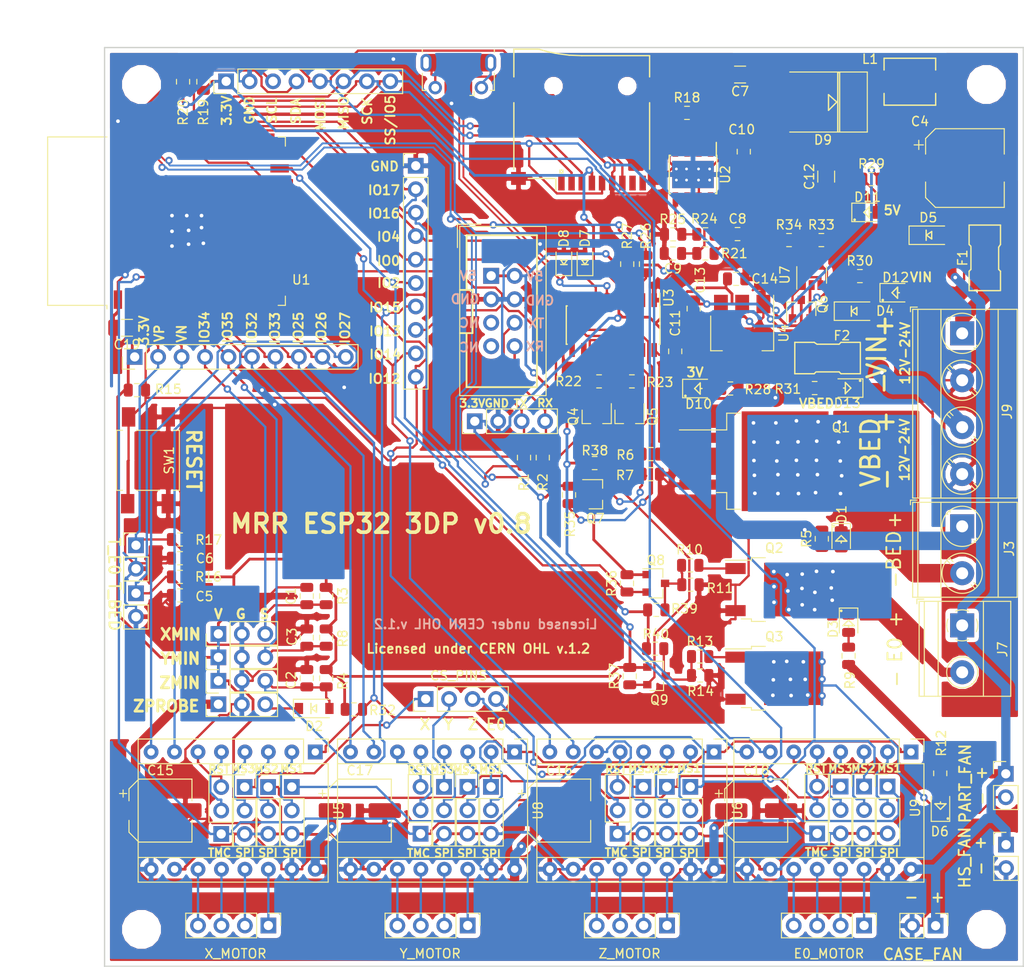
<source format=kicad_pcb>
(kicad_pcb (version 20171130) (host pcbnew 5.0.2-bee76a0~70~ubuntu18.04.1)
  (layers (0 F.Cu signal) (31 B.Cu signal) (34 B.Paste user) (35 F.Paste user) (36 B.SilkS user) (37 F.SilkS user) (38 B.Mask user) (39 F.Mask user) (44 Edge.Cuts user))
  (net 0 "")
  (net 1 GND)
  (net 2 X_MIN)
  (net 3 Z_MIN)
  (net 4 Y_MIN)
  (net 5 VIN)
  (net 6 TEMP_BED_PIN)
  (net 7 TEMP_E0_PIN)
  (net 8 "Net-(C8-Pad1)")
  (net 9 COMP)
  (net 10 "Net-(C10-Pad2)")
  (net 11 "Net-(C10-Pad1)")
  (net 12 "Net-(C11-Pad2)")
  (net 13 +3V3)
  (net 14 "Net-(C12-Pad2)")
  (net 15 5V1)
  (net 16 +5V)
  (net 17 "Net-(D1-Pad2)")
  (net 18 "Net-(D1-Pad1)")
  (net 19 "Net-(D2-Pad1)")
  (net 20 "Net-(D3-Pad2)")
  (net 21 "Net-(D3-Pad1)")
  (net 22 VBED)
  (net 23 "Net-(D6-Pad1)")
  (net 24 "Net-(D6-Pad2)")
  (net 25 "Net-(D10-Pad2)")
  (net 26 "Net-(D11-Pad2)")
  (net 27 "Net-(D12-Pad2)")
  (net 28 "Net-(D13-Pad2)")
  (net 29 "Net-(F1-Pad2)")
  (net 30 "Net-(F2-Pad2)")
  (net 31 "Net-(J4-Pad9)")
  (net 32 "Net-(J4-Pad8)")
  (net 33 "Net-(J4-Pad1)")
  (net 34 SS)
  (net 35 MISO)
  (net 36 SCK)
  (net 37 MOSI)
  (net 38 SCL)
  (net 39 SDA)
  (net 40 "Net-(J15-Pad7)")
  (net 41 "Net-(J16-Pad6)")
  (net 42 VUSB)
  (net 43 "Net-(J16-Pad4)")
  (net 44 Y_DIR_PIN)
  (net 45 Y_STEP_PIN)
  (net 46 MOTOR_EN_PIN)
  (net 47 X_DIR_PIN)
  (net 48 X_STEP_PIN)
  (net 49 Z_DIR_PIN)
  (net 50 Z_STEP_PIN)
  (net 51 FAN_E0_PIN)
  (net 52 HEATER_E0_PIN)
  (net 53 IO0)
  (net 54 HEATER_BED_PIN)
  (net 55 E0_STEP_PIN)
  (net 56 E0_DIR_PIN)
  (net 57 E0_CS)
  (net 58 Z_CS)
  (net 59 Y_CS)
  (net 60 X_CS)
  (net 61 "Net-(J21-Pad4)")
  (net 62 "Net-(J21-Pad3)")
  (net 63 "Net-(J21-Pad2)")
  (net 64 "Net-(J21-Pad1)")
  (net 65 "Net-(J22-Pad1)")
  (net 66 "Net-(J22-Pad2)")
  (net 67 "Net-(J22-Pad3)")
  (net 68 "Net-(J22-Pad4)")
  (net 69 "Net-(J23-Pad4)")
  (net 70 "Net-(J23-Pad3)")
  (net 71 "Net-(J23-Pad2)")
  (net 72 "Net-(J23-Pad1)")
  (net 73 "Net-(J24-Pad1)")
  (net 74 "Net-(J24-Pad2)")
  (net 75 "Net-(J24-Pad3)")
  (net 76 "Net-(J24-Pad4)")
  (net 77 X_MS1)
  (net 78 Y_MS1)
  (net 79 Z_MS1)
  (net 80 E0_MS1)
  (net 81 X_MS2)
  (net 82 Y_MS2)
  (net 83 Z_MS2)
  (net 84 E0_MS2)
  (net 85 X_MS3)
  (net 86 Y_MS3)
  (net 87 Z_MS3)
  (net 88 E0_MS3)
  (net 89 X_SLP)
  (net 90 X_RST)
  (net 91 Y_SLP)
  (net 92 Y_RST)
  (net 93 Z_RST)
  (net 94 Z_SLP)
  (net 95 E0_SLP)
  (net 96 E0_RST)
  (net 97 "Net-(Q1-Pad1)")
  (net 98 "Net-(Q2-Pad1)")
  (net 99 "Net-(Q3-Pad1)")
  (net 100 "Net-(Q4-Pad1)")
  (net 101 RTS)
  (net 102 EN)
  (net 103 DTR)
  (net 104 "Net-(Q5-Pad1)")
  (net 105 "Net-(Q6-Pad1)")
  (net 106 "Net-(R18-Pad2)")
  (net 107 FB)
  (net 108 "Net-(R26-Pad2)")
  (net 109 "Net-(R27-Pad2)")
  (net 110 "Net-(R33-Pad1)")
  (net 111 "Net-(U1-Pad17)")
  (net 112 "Net-(U1-Pad18)")
  (net 113 "Net-(U1-Pad19)")
  (net 114 "Net-(U1-Pad20)")
  (net 115 "Net-(U1-Pad21)")
  (net 116 "Net-(U1-Pad22)")
  (net 117 "Net-(U1-Pad32)")
  (net 118 "Net-(U2-Pad3)")
  (net 119 "Net-(U3-Pad7)")
  (net 120 "Net-(U3-Pad8)")
  (net 121 "Net-(U3-Pad9)")
  (net 122 "Net-(U3-Pad10)")
  (net 123 "Net-(U3-Pad11)")
  (net 124 "Net-(U3-Pad12)")
  (net 125 "Net-(U3-Pad15)")
  (net 126 "Net-(J15-Pad5)")
  (net 127 /D-)
  (net 128 /D+)
  (net 129 UARTD-)
  (net 130 UARTD+)
  (net 131 UART+)
  (net 132 UART-)
  (net 133 TO_HEATER_BED)
  (net 134 TO_HEATER_E0)
  (net 135 TO_FAN_E0)
  (module Connector_IDC:IDC-Header_2x04_P2.54mm_Vertical (layer F.Cu) (at 86.868 61.722)
    (fp_text reference J15 hide)
    (fp_text value AUX1)
    (pad 8 thru_hole oval (at 2.54 7.62) (size 1.7272 1.7272) (drill 1.016) (layers *.Cu *.Mask) (net 129 UARTD-))
    (pad 7 thru_hole oval (at 0 7.62) (size 1.7272 1.7272) (drill 1.016) (layers *.Cu *.Mask) (net 40 "Net-(J15-Pad7)"))
    (pad 6 thru_hole oval (at 2.54 5.08) (size 1.7272 1.7272) (drill 1.016) (layers *.Cu *.Mask) (net 130 UARTD+))
    (pad 5 thru_hole oval (at 0 5.08) (size 1.7272 1.7272) (drill 1.016) (layers *.Cu *.Mask) (net 126 "Net-(J15-Pad5)"))
    (pad 4 thru_hole oval (at 2.54 2.54) (size 1.7272 1.7272) (drill 1.016) (layers *.Cu *.Mask) (net 1 GND))
    (pad 3 thru_hole oval (at 0 2.54) (size 1.7272 1.7272) (drill 1.016) (layers *.Cu *.Mask) (net 1 GND))
    (pad 2 thru_hole oval (at 2.54 0) (size 1.7272 1.7272) (drill 1.016) (layers *.Cu *.Mask) (net 16 +5V))
    (pad 1 thru_hole rect (at 0 0) (size 1.7272 1.7272) (drill 1.016) (layers *.Cu *.Mask) (net 16 +5V))
  )
  (module Capacitor_SMD:C_0805_2012Metric (layer F.Cu) (at 66.9 96.4 270)
    (fp_text reference C1 (at 0 1.7 270) (layer F.SilkS))
    (fp_text value 100nF16V)
    (pad 2 smd roundrect (at 0.9375 0 270) (size 0.975 1.4) (layers F.Cu F.Paste F.Mask) (net 2 X_MIN))
    (pad 1 smd roundrect (at -0.9375 0 270) (size 0.975 1.4) (layers F.Cu F.Paste F.Mask) (net 1 GND))
  )
  (module Capacitor_SMD:C_0805_2012Metric (layer F.Cu) (at 66.9 105.3 270)
    (fp_text reference C2 (at 0.2 1.7 90) (layer F.SilkS))
    (fp_text value 100nF16V)
    (pad 2 smd roundrect (at 0.9375 0 270) (size 0.975 1.4) (layers F.Cu F.Paste F.Mask) (net 3 Z_MIN))
    (pad 1 smd roundrect (at -0.9375 0 270) (size 0.975 1.4) (layers F.Cu F.Paste F.Mask) (net 1 GND))
  )
  (module Capacitor_SMD:C_0805_2012Metric (layer F.Cu) (at 66.9 100.9 270)
    (fp_text reference C3 (at -0.1 1.6 90) (layer F.SilkS))
    (fp_text value 100nF16V)
    (pad 2 smd roundrect (at 0.9375 0 270) (size 0.975 1.4) (layers F.Cu F.Paste F.Mask) (net 4 Y_MIN))
    (pad 1 smd roundrect (at -0.9375 0 270) (size 0.975 1.4) (layers F.Cu F.Paste F.Mask) (net 1 GND))
  )
  (module Capacitor_SMD:CP_Elec_8x10 (layer F.Cu) (at 138.175 50.05)
    (fp_text reference C4 (at -4.875 -5.05) (layer F.SilkS))
    (fp_text value 100uF50V)
    (pad 2 smd roundrect (at 3.25 0) (size 3.5 2.5) (layers F.Cu F.Paste F.Mask) (roundrect_rratio 0.1) (net 1 GND))
    (pad 1 smd roundrect (at -3.25 0) (size 3.5 2.5) (layers F.Cu F.Paste F.Mask) (roundrect_rratio 0.1) (net 5 VIN))
  )
  (module Capacitor_SMD:C_0805_2012Metric (layer F.Cu) (at 53.175 96.325)
    (fp_text reference C5 (at 2.636 0.118) (layer F.SilkS))
    (fp_text value 10uF16V)
    (pad 2 smd roundrect (at 0.9375 0) (size 0.975 1.4) (layers F.Cu F.Paste F.Mask) (net 6 TEMP_BED_PIN))
    (pad 1 smd roundrect (at -0.9375 0) (size 0.975 1.4) (layers F.Cu F.Paste F.Mask) (net 1 GND))
  )
  (module Capacitor_SMD:C_0805_2012Metric (layer F.Cu) (at 53.175 92.3)
    (fp_text reference C6 (at 2.675 0.025) (layer F.SilkS))
    (fp_text value 10uF16V)
    (pad 2 smd roundrect (at 0.9375 0) (size 0.975 1.4) (layers F.Cu F.Paste F.Mask) (net 7 TEMP_E0_PIN))
    (pad 1 smd roundrect (at -0.9375 0) (size 0.975 1.4) (layers F.Cu F.Paste F.Mask) (net 1 GND))
  )
  (module Capacitor_SMD:C_1206_3216Metric (layer F.Cu) (at 113.825 39.925 180)
    (fp_text reference C7 (at 0 -1.82 180) (layer F.SilkS))
    (fp_text value 4.7uF50V)
    (pad 2 smd roundrect (at 1.4 0 180) (size 1.25 1.75) (layers F.Cu F.Paste F.Mask) (roundrect_rratio 0.2) (net 5 VIN))
    (pad 1 smd roundrect (at -1.4 0 180) (size 1.25 1.75) (layers F.Cu F.Paste F.Mask) (roundrect_rratio 0.2) (net 1 GND))
  )
  (module Capacitor_SMD:C_0805_2012Metric (layer F.Cu) (at 113.55 57.2)
    (fp_text reference C8 (at 0 -1.65) (layer F.SilkS))
    (fp_text value 820pF50V)
    (pad 2 smd roundrect (at 0.9375 0) (size 0.975 1.4) (layers F.Cu F.Paste F.Mask) (net 1 GND))
    (pad 1 smd roundrect (at -0.9375 0) (size 0.975 1.4) (layers F.Cu F.Paste F.Mask) (net 8 "Net-(C8-Pad1)"))
  )
  (module Capacitor_SMD:C_0805_2012Metric (layer F.Cu) (at 106.55 59.3 180)
    (fp_text reference C9 (at 0 -1.65 180) (layer F.SilkS))
    (fp_text value 56pF50V)
    (pad 2 smd roundrect (at 0.9375 0 180) (size 0.975 1.4) (layers F.Cu F.Paste F.Mask) (net 1 GND))
    (pad 1 smd roundrect (at -0.9375 0 180) (size 0.975 1.4) (layers F.Cu F.Paste F.Mask) (net 9 COMP))
  )
  (module Capacitor_SMD:C_0805_2012Metric (layer F.Cu) (at 114.225 48.275 90)
    (fp_text reference C10 (at 2.4 -0.225 180) (layer F.SilkS))
    (fp_text value 100nF50V)
    (pad 2 smd roundrect (at 0.9375 0 90) (size 0.975 1.4) (layers F.Cu F.Paste F.Mask) (net 10 "Net-(C10-Pad2)"))
    (pad 1 smd roundrect (at -0.9375 0 90) (size 0.975 1.4) (layers F.Cu F.Paste F.Mask) (net 11 "Net-(C10-Pad1)"))
  )
  (module Capacitor_SMD:C_0805_2012Metric (layer F.Cu) (at 106.8 69.9 270)
    (fp_text reference C11 (at -3.048 0 270) (layer F.SilkS))
    (fp_text value 1nF16V)
    (pad 2 smd roundrect (at 0.9375 0 270) (size 0.975 1.4) (layers F.Cu F.Paste F.Mask) (net 12 "Net-(C11-Pad2)"))
    (pad 1 smd roundrect (at -0.9375 0 270) (size 0.975 1.4) (layers F.Cu F.Paste F.Mask) (net 13 +3V3))
  )
  (module Capacitor_SMD:C_1206_3216Metric (layer F.Cu) (at 123.15 50.975 90)
    (fp_text reference C12 (at 0 -1.82 90) (layer F.SilkS))
    (fp_text value 47uF16V)
    (pad 2 smd roundrect (at 1.4 0 90) (size 1.25 1.75) (layers F.Cu F.Paste F.Mask) (roundrect_rratio 0.2) (net 14 "Net-(C12-Pad2)"))
    (pad 1 smd roundrect (at -1.4 0 90) (size 1.25 1.75) (layers F.Cu F.Paste F.Mask) (roundrect_rratio 0.2) (net 15 5V1))
  )
  (module Capacitor_SMD:C_0805_2012Metric (layer F.Cu) (at 108.8 65.275 270)
    (fp_text reference C13 (at -3.075 -0.7 270) (layer F.SilkS))
    (fp_text value 10uF16V)
    (pad 2 smd roundrect (at 0.9375 0 270) (size 0.975 1.4) (layers F.Cu F.Paste F.Mask) (net 1 GND))
    (pad 1 smd roundrect (at -0.9375 0 270) (size 0.975 1.4) (layers F.Cu F.Paste F.Mask) (net 16 +5V))
  )
  (module Capacitor_SMD:C_0805_2012Metric (layer F.Cu) (at 113.4 62.05)
    (fp_text reference C14 (at 3.1 0) (layer F.SilkS))
    (fp_text value 10uF16V)
    (pad 2 smd roundrect (at 0.9375 0) (size 0.975 1.4) (layers F.Cu F.Paste F.Mask) (net 1 GND))
    (pad 1 smd roundrect (at -0.9375 0) (size 0.975 1.4) (layers F.Cu F.Paste F.Mask) (net 13 +3V3))
  )
  (module Capacitor_SMD:CP_Elec_6.3x7.7 (layer F.Cu) (at 51.054 119.634)
    (fp_text reference C15 (at 0 -4.35) (layer F.SilkS))
    (fp_text value 100uF35V)
    (pad 2 smd roundrect (at 2.7 0) (size 3.5 1.6) (layers F.Cu F.Paste F.Mask) (roundrect_rratio 0.15625) (net 1 GND))
    (pad 1 smd roundrect (at -2.7 0) (size 3.5 1.6) (layers F.Cu F.Paste F.Mask) (roundrect_rratio 0.15625) (net 5 VIN))
  )
  (module Capacitor_SMD:CP_Elec_6.3x7.7 (layer F.Cu) (at 94.234 119.634)
    (fp_text reference C16 (at 0 -4.35) (layer F.SilkS))
    (fp_text value 100uF35V)
    (pad 2 smd roundrect (at 2.7 0) (size 3.5 1.6) (layers F.Cu F.Paste F.Mask) (roundrect_rratio 0.15625) (net 1 GND))
    (pad 1 smd roundrect (at -2.7 0) (size 3.5 1.6) (layers F.Cu F.Paste F.Mask) (roundrect_rratio 0.15625) (net 5 VIN))
  )
  (module Capacitor_SMD:CP_Elec_6.3x7.7 (layer F.Cu) (at 72.644 119.634)
    (fp_text reference C17 (at 0 -4.35) (layer F.SilkS))
    (fp_text value 100uF35V)
    (pad 2 smd roundrect (at 2.7 0) (size 3.5 1.6) (layers F.Cu F.Paste F.Mask) (roundrect_rratio 0.15625) (net 1 GND))
    (pad 1 smd roundrect (at -2.7 0) (size 3.5 1.6) (layers F.Cu F.Paste F.Mask) (roundrect_rratio 0.15625) (net 5 VIN))
  )
  (module Capacitor_SMD:CP_Elec_6.3x7.7 (layer F.Cu) (at 115.57 119.634)
    (fp_text reference C18 (at 0 -4.35) (layer F.SilkS))
    (fp_text value 100uF35V)
    (pad 2 smd roundrect (at 2.7 0) (size 3.5 1.6) (layers F.Cu F.Paste F.Mask) (roundrect_rratio 0.15625) (net 1 GND))
    (pad 1 smd roundrect (at -2.7 0) (size 3.5 1.6) (layers F.Cu F.Paste F.Mask) (roundrect_rratio 0.15625) (net 5 VIN))
  )
  (module MountingHole:MountingHole_3.2mm_M3_DIN965 (layer F.Cu) (at 49 41)
    (fp_text reference H1 hide)
    (fp_text value MountingHole)
    (pad 1 np_thru_hole circle (at 0 0) (size 3.2 3.2) (drill 3.2) (layers *.Cu *.Mask))
  )
  (module MountingHole:MountingHole_3.2mm_M3_DIN965 (layer F.Cu) (at 49 132.5)
    (fp_text reference H2 hide)
    (fp_text value MountingHole)
    (pad 1 np_thru_hole circle (at 0 0) (size 3.2 3.2) (drill 3.2) (layers *.Cu *.Mask))
  )
  (module MountingHole:MountingHole_3.2mm_M3_DIN965 (layer F.Cu) (at 140.5 132.5)
    (fp_text reference H3 hide)
    (fp_text value MountingHole)
    (pad 1 np_thru_hole circle (at 0 0) (size 3.2 3.2) (drill 3.2) (layers *.Cu *.Mask))
  )
  (module MountingHole:MountingHole_3.2mm_M3_DIN965 (layer F.Cu) (at 140.5 41)
    (fp_text reference H4 hide)
    (fp_text value MountingHole)
    (pad 1 np_thru_hole circle (at 0 0) (size 3.2 3.2) (drill 3.2) (layers *.Cu *.Mask))
  )
  (module Connector_PinHeader_2.54mm:PinHeader_1x03_P2.54mm_Vertical (layer F.Cu) (at 57.324 100.498 90)
    (fp_text reference J1 hide)
    (fp_text value X_MIN)
    (pad 3 thru_hole oval (at 0 5.08 90) (size 1.7 1.7) (drill 1) (layers *.Cu *.Mask) (net 2 X_MIN))
    (pad 2 thru_hole oval (at 0 2.54 90) (size 1.7 1.7) (drill 1) (layers *.Cu *.Mask) (net 1 GND))
    (pad 1 thru_hole rect (at 0 0 90) (size 1.7 1.7) (drill 1) (layers *.Cu *.Mask) (net 13 +3V3))
  )
  (module Connector_PinHeader_2.54mm:PinHeader_1x03_P2.54mm_Vertical (layer F.Cu) (at 57.324 105.578 90)
    (fp_text reference J2 hide)
    (fp_text value Z_MIN)
    (pad 3 thru_hole oval (at 0 5.08 90) (size 1.7 1.7) (drill 1) (layers *.Cu *.Mask) (net 3 Z_MIN))
    (pad 2 thru_hole oval (at 0 2.54 90) (size 1.7 1.7) (drill 1) (layers *.Cu *.Mask) (net 1 GND))
    (pad 1 thru_hole rect (at 0 0 90) (size 1.7 1.7) (drill 1) (layers *.Cu *.Mask) (net 13 +3V3))
  )
  (module TerminalBlock_Phoenix:TerminalBlock_Phoenix_MKDS-3-2-5.08_1x02_P5.08mm_Horizontal (layer F.Cu) (at 137.875 88.85 270)
    (fp_text reference J3 (at 2.425 -5.1 270) (layer F.SilkS))
    (fp_text value BED)
    (pad 2 thru_hole circle (at 5.08 0 270) (size 2.6 2.6) (drill 1.3) (layers *.Cu *.Mask) (net 18 "Net-(D1-Pad1)"))
    (pad 1 thru_hole rect (at 0 0 270) (size 2.6 2.6) (drill 1.3) (layers *.Cu *.Mask) (net 22 VBED))
  )
  (module Connector_PinHeader_2.54mm:PinHeader_1x03_P2.54mm_Vertical (layer F.Cu) (at 57.324 103.038 90)
    (fp_text reference J5 hide)
    (fp_text value Y_MIN)
    (pad 3 thru_hole oval (at 0 5.08 90) (size 1.7 1.7) (drill 1) (layers *.Cu *.Mask) (net 4 Y_MIN))
    (pad 2 thru_hole oval (at 0 2.54 90) (size 1.7 1.7) (drill 1) (layers *.Cu *.Mask) (net 1 GND))
    (pad 1 thru_hole rect (at 0 0 90) (size 1.7 1.7) (drill 1) (layers *.Cu *.Mask) (net 13 +3V3))
  )
  (module Connector_PinHeader_2.54mm:PinHeader_1x03_P2.54mm_Vertical (layer F.Cu) (at 57.324 108.118 90)
    (fp_text reference J6 hide)
    (fp_text value Z_PROBE)
    (pad 3 thru_hole oval (at 0 5.08 90) (size 1.7 1.7) (drill 1) (layers *.Cu *.Mask) (net 19 "Net-(D2-Pad1)"))
    (pad 2 thru_hole oval (at 0 2.54 90) (size 1.7 1.7) (drill 1) (layers *.Cu *.Mask) (net 1 GND))
    (pad 1 thru_hole rect (at 0 0 90) (size 1.7 1.7) (drill 1) (layers *.Cu *.Mask) (net 5 VIN))
  )
  (module Connector_PinHeader_2.54mm:PinHeader_1x02_P2.54mm_Vertical (layer F.Cu) (at 135 132.1 270)
    (fp_text reference J8 hide)
    (fp_text value FAN_CASE)
    (pad 2 thru_hole oval (at 0 2.54 270) (size 1.7 1.7) (drill 1) (layers *.Cu *.Mask) (net 1 GND))
    (pad 1 thru_hole rect (at 0 0 270) (size 1.7 1.7) (drill 1) (layers *.Cu *.Mask) (net 5 VIN))
  )
  (module TerminalBlock_Phoenix:TerminalBlock_Phoenix_MKDS-3-4-5.08_1x04_P5.08mm_Horizontal (layer F.Cu) (at 137.875 67.95 270)
    (fp_text reference J9 (at 8.475 -4.875 270) (layer F.SilkS))
    (fp_text value PWR_IN)
    (pad 4 thru_hole circle (at 15.24 0 270) (size 2.6 2.6) (drill 1.3) (layers *.Cu *.Mask) (net 1 GND))
    (pad 3 thru_hole circle (at 10.16 0 270) (size 2.6 2.6) (drill 1.3) (layers *.Cu *.Mask) (net 30 "Net-(F2-Pad2)"))
    (pad 2 thru_hole circle (at 5.08 0 270) (size 2.6 2.6) (drill 1.3) (layers *.Cu *.Mask) (net 1 GND))
    (pad 1 thru_hole rect (at 0 0 270) (size 2.6 2.6) (drill 1.3) (layers *.Cu *.Mask) (net 29 "Net-(F1-Pad2)"))
  )
  (module Connector_PinHeader_2.54mm:PinHeader_1x02_P2.54mm_Vertical (layer F.Cu) (at 142.6 115.65)
    (fp_text reference J10 hide)
    (fp_text value PART_FAN)
    (pad 2 thru_hole oval (at 0 2.54) (size 1.7 1.7) (drill 1) (layers *.Cu *.Mask) (net 23 "Net-(D6-Pad1)"))
    (pad 1 thru_hole rect (at 0 0) (size 1.7 1.7) (drill 1) (layers *.Cu *.Mask) (net 5 VIN))
  )
  (module Connector_PinHeader_2.54mm:PinHeader_1x02_P2.54mm_Vertical (layer F.Cu) (at 142.625 123.325)
    (fp_text reference J11 hide)
    (fp_text value FAN_HEATSINK)
    (pad 2 thru_hole oval (at 0 2.54) (size 1.7 1.7) (drill 1) (layers *.Cu *.Mask) (net 1 GND))
    (pad 1 thru_hole rect (at 0 0) (size 1.7 1.7) (drill 1) (layers *.Cu *.Mask) (net 5 VIN))
  )
  (module Connector_PinHeader_2.54mm:PinHeader_1x02_P2.54mm_Vertical (layer F.Cu) (at 48.4 96.1)
    (fp_text reference J12 hide)
    (fp_text value T_BED)
    (pad 2 thru_hole oval (at 0 2.54) (size 1.7 1.7) (drill 1) (layers *.Cu *.Mask) (net 1 GND))
    (pad 1 thru_hole rect (at 0 0) (size 1.7 1.7) (drill 1) (layers *.Cu *.Mask) (net 6 TEMP_BED_PIN))
  )
  (module Connector_PinHeader_2.54mm:PinHeader_1x02_P2.54mm_Vertical (layer F.Cu) (at 48.4 90.9)
    (fp_text reference J13 hide)
    (fp_text value T_E0)
    (pad 2 thru_hole oval (at 0 2.54) (size 1.7 1.7) (drill 1) (layers *.Cu *.Mask) (net 1 GND))
    (pad 1 thru_hole rect (at 0 0) (size 1.7 1.7) (drill 1) (layers *.Cu *.Mask) (net 7 TEMP_E0_PIN))
  )
  (module Connector_PinHeader_2.54mm:PinHeader_1x08_P2.54mm_Vertical (layer F.Cu) (at 58.166 40.656 90)
    (fp_text reference J14 hide)
    (fp_text value I2C/SPI)
    (pad 8 thru_hole oval (at 0 17.78 90) (size 1.7 1.7) (drill 1) (layers *.Cu *.Mask) (net 34 SS))
    (pad 7 thru_hole oval (at 0 15.24 90) (size 1.7 1.7) (drill 1) (layers *.Cu *.Mask) (net 36 SCK))
    (pad 6 thru_hole oval (at 0 12.7 90) (size 1.7 1.7) (drill 1) (layers *.Cu *.Mask) (net 35 MISO))
    (pad 5 thru_hole oval (at 0 10.16 90) (size 1.7 1.7) (drill 1) (layers *.Cu *.Mask) (net 37 MOSI))
    (pad 4 thru_hole oval (at 0 7.62 90) (size 1.7 1.7) (drill 1) (layers *.Cu *.Mask) (net 39 SDA))
    (pad 3 thru_hole oval (at 0 5.08 90) (size 1.7 1.7) (drill 1) (layers *.Cu *.Mask) (net 38 SCL))
    (pad 2 thru_hole oval (at 0 2.54 90) (size 1.7 1.7) (drill 1) (layers *.Cu *.Mask) (net 1 GND))
    (pad 1 thru_hole rect (at 0 0 90) (size 1.7 1.7) (drill 1) (layers *.Cu *.Mask) (net 13 +3V3))
  )
  (module Connector_USB:USB_Micro-B_Molex-105017-0001 (layer F.Cu) (at 83.312 39.878 180)
    (fp_text reference J16 hide)
    (fp_text value USB_B_Micro)
    (pad 6 smd rect (at -2.9 1.2375 180) (size 1.2 1.9) (layers F.Cu F.Mask) (net 41 "Net-(J16-Pad6)"))
    (pad 6 smd rect (at 2.9 1.2375 180) (size 1.2 1.9) (layers F.Cu F.Mask) (net 41 "Net-(J16-Pad6)"))
    (pad 6 thru_hole oval (at 3.5 1.2375 180) (size 1.2 1.9) (drill oval 0.6 1.3) (layers *.Cu *.Mask) (net 41 "Net-(J16-Pad6)"))
    (pad 6 thru_hole oval (at -3.5 1.2375) (size 1.2 1.9) (drill oval 0.6 1.3) (layers *.Cu *.Mask) (net 41 "Net-(J16-Pad6)"))
    (pad 6 smd rect (at -1 1.2375 180) (size 1.5 1.9) (layers F.Cu F.Paste F.Mask) (net 41 "Net-(J16-Pad6)"))
    (pad 6 thru_hole circle (at 2.5 -1.4625 180) (size 1.45 1.45) (drill 0.85) (layers *.Cu *.Mask) (net 41 "Net-(J16-Pad6)"))
    (pad 3 smd rect (at 0 -1.4625 180) (size 0.4 1.35) (layers F.Cu F.Paste F.Mask) (net 128 /D+))
    (pad 4 smd rect (at 0.65 -1.4625 180) (size 0.4 1.35) (layers F.Cu F.Paste F.Mask) (net 43 "Net-(J16-Pad4)"))
    (pad 5 smd rect (at 1.3 -1.4625 180) (size 0.4 1.35) (layers F.Cu F.Paste F.Mask) (net 1 GND))
    (pad 1 smd rect (at -1.3 -1.4625 180) (size 0.4 1.35) (layers F.Cu F.Paste F.Mask) (net 42 VUSB))
    (pad 2 smd rect (at -0.65 -1.4625 180) (size 0.4 1.35) (layers F.Cu F.Paste F.Mask) (net 127 /D-))
    (pad 6 thru_hole circle (at -2.5 -1.4625 180) (size 1.45 1.45) (drill 0.85) (layers *.Cu *.Mask) (net 41 "Net-(J16-Pad6)"))
    (pad 6 smd rect (at 1 1.2375 180) (size 1.5 1.9) (layers F.Cu F.Paste F.Mask) (net 41 "Net-(J16-Pad6)"))
  )
  (module Connector_PinHeader_2.54mm:PinHeader_1x04_P2.54mm_Vertical (layer F.Cu) (at 85.09 77.47 90)
    (fp_text reference J17 hide)
    (fp_text value Serial)
    (pad 4 thru_hole oval (at 0 7.62 90) (size 1.7 1.7) (drill 1) (layers *.Cu *.Mask) (net 129 UARTD-))
    (pad 3 thru_hole oval (at 0 5.08 90) (size 1.7 1.7) (drill 1) (layers *.Cu *.Mask) (net 130 UARTD+))
    (pad 2 thru_hole oval (at 0 2.54 90) (size 1.7 1.7) (drill 1) (layers *.Cu *.Mask) (net 1 GND))
    (pad 1 thru_hole rect (at 0 0 90) (size 1.7 1.7) (drill 1) (layers *.Cu *.Mask) (net 13 +3V3))
  )
  (module Connector_PinHeader_2.54mm:PinHeader_1x10_P2.54mm_Vertical (layer F.Cu) (at 48.26 70.5 90)
    (fp_text reference J18 hide)
    (fp_text value PINS_1)
    (pad 10 thru_hole oval (at 0 22.86 90) (size 1.7 1.7) (drill 1) (layers *.Cu *.Mask) (net 48 X_STEP_PIN))
    (pad 9 thru_hole oval (at 0 20.32 90) (size 1.7 1.7) (drill 1) (layers *.Cu *.Mask) (net 47 X_DIR_PIN))
    (pad 8 thru_hole oval (at 0 17.78 90) (size 1.7 1.7) (drill 1) (layers *.Cu *.Mask) (net 46 MOTOR_EN_PIN))
    (pad 7 thru_hole oval (at 0 15.24 90) (size 1.7 1.7) (drill 1) (layers *.Cu *.Mask) (net 45 Y_STEP_PIN))
    (pad 6 thru_hole oval (at 0 12.7 90) (size 1.7 1.7) (drill 1) (layers *.Cu *.Mask) (net 44 Y_DIR_PIN))
    (pad 5 thru_hole oval (at 0 10.16 90) (size 1.7 1.7) (drill 1) (layers *.Cu *.Mask) (net 4 Y_MIN))
    (pad 4 thru_hole oval (at 0 7.62 90) (size 1.7 1.7) (drill 1) (layers *.Cu *.Mask) (net 2 X_MIN))
    (pad 3 thru_hole oval (at 0 5.08 90) (size 1.7 1.7) (drill 1) (layers *.Cu *.Mask) (net 6 TEMP_BED_PIN))
    (pad 2 thru_hole oval (at 0 2.54 90) (size 1.7 1.7) (drill 1) (layers *.Cu *.Mask) (net 7 TEMP_E0_PIN))
    (pad 1 thru_hole rect (at 0 0 90) (size 1.7 1.7) (drill 1) (layers *.Cu *.Mask) (net 13 +3V3))
  )
  (module Connector_PinHeader_2.54mm:PinHeader_1x10_P2.54mm_Vertical (layer F.Cu) (at 78.7 49.8)
    (fp_text reference J19 hide)
    (fp_text value PINS_2)
    (pad 10 thru_hole oval (at 0 22.86) (size 1.7 1.7) (drill 1) (layers *.Cu *.Mask) (net 49 Z_DIR_PIN))
    (pad 9 thru_hole oval (at 0 20.32) (size 1.7 1.7) (drill 1) (layers *.Cu *.Mask) (net 50 Z_STEP_PIN))
    (pad 8 thru_hole oval (at 0 17.78) (size 1.7 1.7) (drill 1) (layers *.Cu *.Mask) (net 51 FAN_E0_PIN))
    (pad 7 thru_hole oval (at 0 15.24) (size 1.7 1.7) (drill 1) (layers *.Cu *.Mask) (net 3 Z_MIN))
    (pad 6 thru_hole oval (at 0 12.7) (size 1.7 1.7) (drill 1) (layers *.Cu *.Mask) (net 52 HEATER_E0_PIN))
    (pad 5 thru_hole oval (at 0 10.16) (size 1.7 1.7) (drill 1) (layers *.Cu *.Mask) (net 53 IO0))
    (pad 4 thru_hole oval (at 0 7.62) (size 1.7 1.7) (drill 1) (layers *.Cu *.Mask) (net 54 HEATER_BED_PIN))
    (pad 3 thru_hole oval (at 0 5.08) (size 1.7 1.7) (drill 1) (layers *.Cu *.Mask) (net 55 E0_STEP_PIN))
    (pad 2 thru_hole oval (at 0 2.54) (size 1.7 1.7) (drill 1) (layers *.Cu *.Mask) (net 56 E0_DIR_PIN))
    (pad 1 thru_hole rect (at 0 0) (size 1.7 1.7) (drill 1) (layers *.Cu *.Mask) (net 1 GND))
  )
  (module Connector_PinHeader_2.54mm:PinHeader_1x04_P2.54mm_Vertical (layer F.Cu) (at 79.775 107.55 90)
    (fp_text reference J20 hide)
    (fp_text value CS_PINS (at 2.525 3.575) (layer F.SilkS))
    (pad 4 thru_hole oval (at 0 7.62 90) (size 1.7 1.7) (drill 1) (layers *.Cu *.Mask) (net 57 E0_CS))
    (pad 3 thru_hole oval (at 0 5.08 90) (size 1.7 1.7) (drill 1) (layers *.Cu *.Mask) (net 58 Z_CS))
    (pad 2 thru_hole oval (at 0 2.54 90) (size 1.7 1.7) (drill 1) (layers *.Cu *.Mask) (net 59 Y_CS))
    (pad 1 thru_hole rect (at 0 0 90) (size 1.7 1.7) (drill 1) (layers *.Cu *.Mask) (net 60 X_CS))
  )
  (module Connector_PinHeader_2.54mm:PinHeader_1x04_P2.54mm_Vertical (layer F.Cu) (at 62.738 132.08 270)
    (fp_text reference J21 hide)
    (fp_text value X_MOTOR (at 3.048 3.556) (layer F.SilkS))
    (pad 4 thru_hole oval (at 0 7.62 270) (size 1.7 1.7) (drill 1) (layers *.Cu *.Mask) (net 61 "Net-(J21-Pad4)"))
    (pad 3 thru_hole oval (at 0 5.08 270) (size 1.7 1.7) (drill 1) (layers *.Cu *.Mask) (net 62 "Net-(J21-Pad3)"))
    (pad 2 thru_hole oval (at 0 2.54 270) (size 1.7 1.7) (drill 1) (layers *.Cu *.Mask) (net 63 "Net-(J21-Pad2)"))
    (pad 1 thru_hole rect (at 0 0 270) (size 1.7 1.7) (drill 1) (layers *.Cu *.Mask) (net 64 "Net-(J21-Pad1)"))
  )
  (module Connector_PinHeader_2.54mm:PinHeader_1x04_P2.54mm_Vertical (layer F.Cu) (at 105.918 132.08 270)
    (fp_text reference J22 hide)
    (fp_text value Z_MOTOR (at 3.048 4.064) (layer F.SilkS))
    (pad 4 thru_hole oval (at 0 7.62 270) (size 1.7 1.7) (drill 1) (layers *.Cu *.Mask) (net 68 "Net-(J22-Pad4)"))
    (pad 3 thru_hole oval (at 0 5.08 270) (size 1.7 1.7) (drill 1) (layers *.Cu *.Mask) (net 67 "Net-(J22-Pad3)"))
    (pad 2 thru_hole oval (at 0 2.54 270) (size 1.7 1.7) (drill 1) (layers *.Cu *.Mask) (net 66 "Net-(J22-Pad2)"))
    (pad 1 thru_hole rect (at 0 0 270) (size 1.7 1.7) (drill 1) (layers *.Cu *.Mask) (net 65 "Net-(J22-Pad1)"))
  )
  (module Connector_PinHeader_2.54mm:PinHeader_1x04_P2.54mm_Vertical (layer F.Cu) (at 84.328 132.08 270)
    (fp_text reference J23 hide)
    (fp_text value Y_MOTOR (at 3.048 4.064) (layer F.SilkS))
    (pad 4 thru_hole oval (at 0 7.62 270) (size 1.7 1.7) (drill 1) (layers *.Cu *.Mask) (net 69 "Net-(J23-Pad4)"))
    (pad 3 thru_hole oval (at 0 5.08 270) (size 1.7 1.7) (drill 1) (layers *.Cu *.Mask) (net 70 "Net-(J23-Pad3)"))
    (pad 2 thru_hole oval (at 0 2.54 270) (size 1.7 1.7) (drill 1) (layers *.Cu *.Mask) (net 71 "Net-(J23-Pad2)"))
    (pad 1 thru_hole rect (at 0 0 270) (size 1.7 1.7) (drill 1) (layers *.Cu *.Mask) (net 72 "Net-(J23-Pad1)"))
  )
  (module Connector_PinHeader_2.54mm:PinHeader_1x04_P2.54mm_Vertical (layer F.Cu) (at 127.254 132.08 270)
    (fp_text reference J24 hide)
    (fp_text value E0_MOTOR (at 3.048 3.81) (layer F.SilkS))
    (pad 4 thru_hole oval (at 0 7.62 270) (size 1.7 1.7) (drill 1) (layers *.Cu *.Mask) (net 76 "Net-(J24-Pad4)"))
    (pad 3 thru_hole oval (at 0 5.08 270) (size 1.7 1.7) (drill 1) (layers *.Cu *.Mask) (net 75 "Net-(J24-Pad3)"))
    (pad 2 thru_hole oval (at 0 2.54 270) (size 1.7 1.7) (drill 1) (layers *.Cu *.Mask) (net 74 "Net-(J24-Pad2)"))
    (pad 1 thru_hole rect (at 0 0 270) (size 1.7 1.7) (drill 1) (layers *.Cu *.Mask) (net 73 "Net-(J24-Pad1)"))
  )
  (module Connector_PinHeader_2.54mm:PinHeader_1x03_P2.54mm_Vertical (layer F.Cu) (at 65.275 117.075)
    (fp_text reference JP1 hide)
    (fp_text value X_MS1)
    (pad 3 thru_hole oval (at 0 5.08) (size 1.7 1.7) (drill 1) (layers *.Cu *.Mask) (net 13 +3V3))
    (pad 2 thru_hole oval (at 0 2.54) (size 1.7 1.7) (drill 1) (layers *.Cu *.Mask) (net 77 X_MS1))
    (pad 1 thru_hole rect (at 0 0) (size 1.7 1.7) (drill 1) (layers *.Cu *.Mask) (net 37 MOSI))
  )
  (module Connector_PinHeader_2.54mm:PinHeader_1x03_P2.54mm_Vertical (layer F.Cu) (at 86.843 117.061)
    (fp_text reference JP2 hide)
    (fp_text value Y_MS1)
    (pad 3 thru_hole oval (at 0 5.08) (size 1.7 1.7) (drill 1) (layers *.Cu *.Mask) (net 13 +3V3))
    (pad 2 thru_hole oval (at 0 2.54) (size 1.7 1.7) (drill 1) (layers *.Cu *.Mask) (net 78 Y_MS1))
    (pad 1 thru_hole rect (at 0 0) (size 1.7 1.7) (drill 1) (layers *.Cu *.Mask) (net 37 MOSI))
  )
  (module Connector_PinHeader_2.54mm:PinHeader_1x03_P2.54mm_Vertical (layer F.Cu) (at 108.433 117.061)
    (fp_text reference JP3 hide)
    (fp_text value Z_MS1)
    (pad 3 thru_hole oval (at 0 5.08) (size 1.7 1.7) (drill 1) (layers *.Cu *.Mask) (net 13 +3V3))
    (pad 2 thru_hole oval (at 0 2.54) (size 1.7 1.7) (drill 1) (layers *.Cu *.Mask) (net 79 Z_MS1))
    (pad 1 thru_hole rect (at 0 0) (size 1.7 1.7) (drill 1) (layers *.Cu *.Mask) (net 37 MOSI))
  )
  (module Connector_PinHeader_2.54mm:PinHeader_1x03_P2.54mm_Vertical (layer F.Cu) (at 129.794 117.032)
    (fp_text reference JP4 hide)
    (fp_text value E0_MS1)
    (pad 3 thru_hole oval (at 0 5.08) (size 1.7 1.7) (drill 1) (layers *.Cu *.Mask) (net 13 +3V3))
    (pad 2 thru_hole oval (at 0 2.54) (size 1.7 1.7) (drill 1) (layers *.Cu *.Mask) (net 80 E0_MS1))
    (pad 1 thru_hole rect (at 0 0) (size 1.7 1.7) (drill 1) (layers *.Cu *.Mask) (net 37 MOSI))
  )
  (module Connector_PinHeader_2.54mm:PinHeader_1x03_P2.54mm_Vertical (layer F.Cu) (at 62.713 117.086)
    (fp_text reference JP5 hide)
    (fp_text value X_MS2)
    (pad 3 thru_hole oval (at 0 5.08) (size 1.7 1.7) (drill 1) (layers *.Cu *.Mask) (net 13 +3V3))
    (pad 2 thru_hole oval (at 0 2.54) (size 1.7 1.7) (drill 1) (layers *.Cu *.Mask) (net 81 X_MS2))
    (pad 1 thru_hole rect (at 0 0) (size 1.7 1.7) (drill 1) (layers *.Cu *.Mask) (net 36 SCK))
  )
  (module Connector_PinHeader_2.54mm:PinHeader_1x03_P2.54mm_Vertical (layer F.Cu) (at 84.303 117.061)
    (fp_text reference JP6 hide)
    (fp_text value Y_MS2)
    (pad 3 thru_hole oval (at 0 5.08) (size 1.7 1.7) (drill 1) (layers *.Cu *.Mask) (net 13 +3V3))
    (pad 2 thru_hole oval (at 0 2.54) (size 1.7 1.7) (drill 1) (layers *.Cu *.Mask) (net 82 Y_MS2))
    (pad 1 thru_hole rect (at 0 0) (size 1.7 1.7) (drill 1) (layers *.Cu *.Mask) (net 36 SCK))
  )
  (module Connector_PinHeader_2.54mm:PinHeader_1x03_P2.54mm_Vertical (layer F.Cu) (at 105.893 117.061)
    (fp_text reference JP7 hide)
    (fp_text value Z_MS2)
    (pad 3 thru_hole oval (at 0 5.08) (size 1.7 1.7) (drill 1) (layers *.Cu *.Mask) (net 13 +3V3))
    (pad 2 thru_hole oval (at 0 2.54) (size 1.7 1.7) (drill 1) (layers *.Cu *.Mask) (net 83 Z_MS2))
    (pad 1 thru_hole rect (at 0 0) (size 1.7 1.7) (drill 1) (layers *.Cu *.Mask) (net 36 SCK))
  )
  (module Connector_PinHeader_2.54mm:PinHeader_1x03_P2.54mm_Vertical (layer F.Cu) (at 127.254 117.032)
    (fp_text reference JP8 hide)
    (fp_text value E0_MS2)
    (pad 3 thru_hole oval (at 0 5.08) (size 1.7 1.7) (drill 1) (layers *.Cu *.Mask) (net 13 +3V3))
    (pad 2 thru_hole oval (at 0 2.54) (size 1.7 1.7) (drill 1) (layers *.Cu *.Mask) (net 84 E0_MS2))
    (pad 1 thru_hole rect (at 0 0) (size 1.7 1.7) (drill 1) (layers *.Cu *.Mask) (net 36 SCK))
  )
  (module Connector_PinHeader_2.54mm:PinHeader_1x03_P2.54mm_Vertical (layer F.Cu) (at 60.173 117.086)
    (fp_text reference JP9 hide)
    (fp_text value X_MS3)
    (pad 3 thru_hole oval (at 0 5.08) (size 1.7 1.7) (drill 1) (layers *.Cu *.Mask) (net 13 +3V3))
    (pad 2 thru_hole oval (at 0 2.54) (size 1.7 1.7) (drill 1) (layers *.Cu *.Mask) (net 85 X_MS3))
    (pad 1 thru_hole rect (at 0 0) (size 1.7 1.7) (drill 1) (layers *.Cu *.Mask) (net 60 X_CS))
  )
  (module Connector_PinHeader_2.54mm:PinHeader_1x03_P2.54mm_Vertical (layer F.Cu) (at 81.763 117.061)
    (fp_text reference JP10 hide)
    (fp_text value Y_MS3)
    (pad 3 thru_hole oval (at 0 5.08) (size 1.7 1.7) (drill 1) (layers *.Cu *.Mask) (net 13 +3V3))
    (pad 2 thru_hole oval (at 0 2.54) (size 1.7 1.7) (drill 1) (layers *.Cu *.Mask) (net 86 Y_MS3))
    (pad 1 thru_hole rect (at 0 0) (size 1.7 1.7) (drill 1) (layers *.Cu *.Mask) (net 59 Y_CS))
  )
  (module Connector_PinHeader_2.54mm:PinHeader_1x03_P2.54mm_Vertical (layer F.Cu) (at 103.353 117.061)
    (fp_text reference JP11 hide)
    (fp_text value Z_MS3)
    (pad 3 thru_hole oval (at 0 5.08) (size 1.7 1.7) (drill 1) (layers *.Cu *.Mask) (net 13 +3V3))
    (pad 2 thru_hole oval (at 0 2.54) (size 1.7 1.7) (drill 1) (layers *.Cu *.Mask) (net 87 Z_MS3))
    (pad 1 thru_hole rect (at 0 0) (size 1.7 1.7) (drill 1) (layers *.Cu *.Mask) (net 58 Z_CS))
  )
  (module Connector_PinHeader_2.54mm:PinHeader_1x03_P2.54mm_Vertical (layer F.Cu) (at 124.714 117.032)
    (fp_text reference JP12 hide)
    (fp_text value E0_MS3)
    (pad 3 thru_hole oval (at 0 5.08) (size 1.7 1.7) (drill 1) (layers *.Cu *.Mask) (net 13 +3V3))
    (pad 2 thru_hole oval (at 0 2.54) (size 1.7 1.7) (drill 1) (layers *.Cu *.Mask) (net 88 E0_MS3))
    (pad 1 thru_hole rect (at 0 0) (size 1.7 1.7) (drill 1) (layers *.Cu *.Mask) (net 57 E0_CS))
  )
  (module Connector_PinHeader_2.54mm:PinHeader_1x03_P2.54mm_Vertical (layer F.Cu) (at 57.633 122.166 180)
    (fp_text reference JP13 hide)
    (fp_text value X_RST)
    (pad 3 thru_hole oval (at 0 5.08 180) (size 1.7 1.7) (drill 1) (layers *.Cu *.Mask) (net 89 X_SLP))
    (pad 2 thru_hole oval (at 0 2.54 180) (size 1.7 1.7) (drill 1) (layers *.Cu *.Mask) (net 90 X_RST))
    (pad 1 thru_hole rect (at 0 0 180) (size 1.7 1.7) (drill 1) (layers *.Cu *.Mask) (net 35 MISO))
  )
  (module Connector_PinHeader_2.54mm:PinHeader_1x03_P2.54mm_Vertical (layer F.Cu) (at 79.223 122.141 180)
    (fp_text reference JP14 hide)
    (fp_text value Y_RST)
    (pad 3 thru_hole oval (at 0 5.08 180) (size 1.7 1.7) (drill 1) (layers *.Cu *.Mask) (net 91 Y_SLP))
    (pad 2 thru_hole oval (at 0 2.54 180) (size 1.7 1.7) (drill 1) (layers *.Cu *.Mask) (net 92 Y_RST))
    (pad 1 thru_hole rect (at 0 0 180) (size 1.7 1.7) (drill 1) (layers *.Cu *.Mask) (net 35 MISO))
  )
  (module Connector_PinHeader_2.54mm:PinHeader_1x03_P2.54mm_Vertical (layer F.Cu) (at 100.559 122.141 180)
    (fp_text reference JP15 hide)
    (fp_text value Z_RST)
    (pad 3 thru_hole oval (at 0 5.08 180) (size 1.7 1.7) (drill 1) (layers *.Cu *.Mask) (net 94 Z_SLP))
    (pad 2 thru_hole oval (at 0 2.54 180) (size 1.7 1.7) (drill 1) (layers *.Cu *.Mask) (net 93 Z_RST))
    (pad 1 thru_hole rect (at 0 0 180) (size 1.7 1.7) (drill 1) (layers *.Cu *.Mask) (net 35 MISO))
  )
  (module Connector_PinHeader_2.54mm:PinHeader_1x03_P2.54mm_Vertical (layer F.Cu) (at 122.174 122.112 180)
    (fp_text reference JP16 hide)
    (fp_text value E0_RST)
    (pad 3 thru_hole oval (at 0 5.08 180) (size 1.7 1.7) (drill 1) (layers *.Cu *.Mask) (net 95 E0_SLP))
    (pad 2 thru_hole oval (at 0 2.54 180) (size 1.7 1.7) (drill 1) (layers *.Cu *.Mask) (net 96 E0_RST))
    (pad 1 thru_hole rect (at 0 0 180) (size 1.7 1.7) (drill 1) (layers *.Cu *.Mask) (net 35 MISO))
  )
  (module Package_TO_SOT_SMD:TO-263-2 (layer F.Cu) (at 115.325 81.8)
    (fp_text reference Q1 (at 9.425 -3.65) (layer F.SilkS))
    (fp_text value IRLS3034PBF)
    (pad 2 smd rect (at 3.375 0) (size 9.4 10.8) (layers F.Cu F.Mask) (net 18 "Net-(D1-Pad1)"))
    (pad 3 smd rect (at -5.775 2.54) (size 4.6 1.1) (layers F.Cu F.Paste F.Mask) (net 1 GND))
    (pad 1 smd rect (at -5.775 -2.54) (size 4.6 1.1) (layers F.Cu F.Paste F.Mask) (net 97 "Net-(Q1-Pad1)"))
  )
  (module Package_TO_SOT_SMD:TO-252-2 (layer F.Cu) (at 117.525 95.7)
    (fp_text reference Q2 (at 0 -4.5) (layer F.SilkS))
    (fp_text value IRLR8743TRPBF)
    (pad 2 smd rect (at 2.1 0) (size 6.4 5.8) (layers F.Cu F.Mask) (net 21 "Net-(D3-Pad1)"))
    (pad 3 smd rect (at -4.2 2.28) (size 2.2 1.2) (layers F.Cu F.Paste F.Mask) (net 1 GND))
    (pad 1 smd rect (at -4.2 -2.28) (size 2.2 1.2) (layers F.Cu F.Paste F.Mask) (net 98 "Net-(Q2-Pad1)"))
  )
  (module Package_TO_SOT_SMD:TO-252-2 (layer F.Cu) (at 117.525 105.3)
    (fp_text reference Q3 (at 0 -4.5) (layer F.SilkS))
    (fp_text value IRLR8743TRPBF)
    (pad 2 smd rect (at 2.1 0) (size 6.4 5.8) (layers F.Cu F.Mask) (net 23 "Net-(D6-Pad1)"))
    (pad 3 smd rect (at -4.2 2.28) (size 2.2 1.2) (layers F.Cu F.Paste F.Mask) (net 1 GND))
    (pad 1 smd rect (at -4.2 -2.28) (size 2.2 1.2) (layers F.Cu F.Paste F.Mask) (net 99 "Net-(Q3-Pad1)"))
  )
  (module Package_TO_SOT_SMD:SOT-23 (layer F.Cu) (at 98.298 76.962 270)
    (fp_text reference Q4 (at 0 2.54 270) (layer F.SilkS))
    (fp_text value S9014)
    (pad 3 smd rect (at 1 0 270) (size 0.9 0.8) (layers F.Cu F.Paste F.Mask) (net 102 EN))
    (pad 2 smd rect (at -1 0.95 270) (size 0.9 0.8) (layers F.Cu F.Paste F.Mask) (net 101 RTS))
    (pad 1 smd rect (at -1 -0.95 270) (size 0.9 0.8) (layers F.Cu F.Paste F.Mask) (net 100 "Net-(Q4-Pad1)"))
  )
  (module Package_TO_SOT_SMD:SOT-23 (layer F.Cu) (at 101.854 76.962 270)
    (fp_text reference Q5 (at 0 -2.5 270) (layer F.SilkS))
    (fp_text value S9014)
    (pad 3 smd rect (at 1 0 270) (size 0.9 0.8) (layers F.Cu F.Paste F.Mask) (net 103 DTR))
    (pad 2 smd rect (at -1 0.95 270) (size 0.9 0.8) (layers F.Cu F.Paste F.Mask) (net 53 IO0))
    (pad 1 smd rect (at -1 -0.95 270) (size 0.9 0.8) (layers F.Cu F.Paste F.Mask) (net 104 "Net-(Q5-Pad1)"))
  )
  (module Package_TO_SOT_SMD:SOT-23 (layer F.Cu) (at 120.45 65.325 90)
    (fp_text reference Q6 (at 0.525 2.325 90) (layer F.SilkS))
    (fp_text value FDN340P)
    (pad 3 smd rect (at 1 0 90) (size 0.9 0.8) (layers F.Cu F.Paste F.Mask) (net 42 VUSB))
    (pad 2 smd rect (at -1 0.95 90) (size 0.9 0.8) (layers F.Cu F.Paste F.Mask) (net 16 +5V))
    (pad 1 smd rect (at -1 -0.95 90) (size 0.9 0.8) (layers F.Cu F.Paste F.Mask) (net 105 "Net-(Q6-Pad1)"))
  )
  (module Resistor_SMD:R_0805_2012Metric (layer F.Cu) (at 90.424 81.407 90)
    (fp_text reference R1 (at -2.667 0 90) (layer F.SilkS))
    (fp_text value 1K)
    (pad 2 smd roundrect (at 0.9375 0 90) (size 0.975 1.4) (layers F.Cu F.Paste F.Mask) (net 130 UARTD+))
    (pad 1 smd roundrect (at -0.9375 0 90) (size 0.975 1.4) (layers F.Cu F.Paste F.Mask) (net 131 UART+))
  )
  (module Resistor_SMD:R_0805_2012Metric (layer F.Cu) (at 92.456 81.407 90)
    (fp_text reference R2 (at -2.667 0 90) (layer F.SilkS))
    (fp_text value 1K)
    (pad 2 smd roundrect (at 0.9375 0 90) (size 0.975 1.4) (layers F.Cu F.Paste F.Mask) (net 129 UARTD-))
    (pad 1 smd roundrect (at -0.9375 0 90) (size 0.975 1.4) (layers F.Cu F.Paste F.Mask) (net 132 UART-))
  )
  (module Resistor_SMD:R_0805_2012Metric (layer F.Cu) (at 69 96.4 90)
    (fp_text reference R3 (at 0 1.8 90) (layer F.SilkS))
    (fp_text value 10K)
    (pad 2 smd roundrect (at 0.9375 0 90) (size 0.975 1.4) (layers F.Cu F.Paste F.Mask) (net 13 +3V3))
    (pad 1 smd roundrect (at -0.9375 0 90) (size 0.975 1.4) (layers F.Cu F.Paste F.Mask) (net 2 X_MIN))
  )
  (module Resistor_SMD:R_0805_2012Metric (layer F.Cu) (at 69 105.3 90)
    (fp_text reference R4 (at -0.3 1.8 90) (layer F.SilkS))
    (fp_text value 10K)
    (pad 2 smd roundrect (at 0.9375 0 90) (size 0.975 1.4) (layers F.Cu F.Paste F.Mask) (net 13 +3V3))
    (pad 1 smd roundrect (at -0.9375 0 90) (size 0.975 1.4) (layers F.Cu F.Paste F.Mask) (net 3 Z_MIN))
  )
  (module Resistor_SMD:R_0805_2012Metric (layer F.Cu) (at 122.675 90.2 90)
    (fp_text reference R5 (at 0 -1.65 90) (layer F.SilkS))
    (fp_text value 2.2K)
    (pad 2 smd roundrect (at 0.9375 0 90) (size 0.975 1.4) (layers F.Cu F.Paste F.Mask) (net 22 VBED))
    (pad 1 smd roundrect (at -0.9375 0 90) (size 0.975 1.4) (layers F.Cu F.Paste F.Mask) (net 17 "Net-(D1-Pad2)"))
  )
  (module Resistor_SMD:R_0805_2012Metric (layer F.Cu) (at 104.15 81.025 180)
    (fp_text reference R6 (at 2.75 -0.1 180) (layer F.SilkS))
    (fp_text value 10R)
    (pad 2 smd roundrect (at 0.9375 0 180) (size 0.975 1.4) (layers F.Cu F.Paste F.Mask) (net 133 TO_HEATER_BED))
    (pad 1 smd roundrect (at -0.9375 0 180) (size 0.975 1.4) (layers F.Cu F.Paste F.Mask) (net 97 "Net-(Q1-Pad1)"))
  )
  (module Resistor_SMD:R_0805_2012Metric (layer F.Cu) (at 104.15 83.2 180)
    (fp_text reference R7 (at 2.8 -0.125 180) (layer F.SilkS))
    (fp_text value 100K)
    (pad 2 smd roundrect (at 0.9375 0 180) (size 0.975 1.4) (layers F.Cu F.Paste F.Mask) (net 133 TO_HEATER_BED))
    (pad 1 smd roundrect (at -0.9375 0 180) (size 0.975 1.4) (layers F.Cu F.Paste F.Mask) (net 1 GND))
  )
  (module Resistor_SMD:R_0805_2012Metric (layer F.Cu) (at 69 100.9 90)
    (fp_text reference R8 (at -0.1 1.8 90) (layer F.SilkS))
    (fp_text value 10K)
    (pad 2 smd roundrect (at 0.9375 0 90) (size 0.975 1.4) (layers F.Cu F.Paste F.Mask) (net 13 +3V3))
    (pad 1 smd roundrect (at -0.9375 0 90) (size 0.975 1.4) (layers F.Cu F.Paste F.Mask) (net 4 Y_MIN))
  )
  (module Resistor_SMD:R_0805_2012Metric (layer F.Cu) (at 125.575 102.875 270)
    (fp_text reference R9 (at 2.65 -0.15 270) (layer F.SilkS))
    (fp_text value 2.2K)
    (pad 2 smd roundrect (at 0.9375 0 270) (size 0.975 1.4) (layers F.Cu F.Paste F.Mask) (net 5 VIN))
    (pad 1 smd roundrect (at -0.9375 0 270) (size 0.975 1.4) (layers F.Cu F.Paste F.Mask) (net 20 "Net-(D3-Pad2)"))
  )
  (module Resistor_SMD:R_0805_2012Metric (layer F.Cu) (at 108.425 93.075 180)
    (fp_text reference R10 (at 0.075 1.7 180) (layer F.SilkS))
    (fp_text value 10R)
    (pad 2 smd roundrect (at 0.9375 0 180) (size 0.975 1.4) (layers F.Cu F.Paste F.Mask) (net 134 TO_HEATER_E0))
    (pad 1 smd roundrect (at -0.9375 0 180) (size 0.975 1.4) (layers F.Cu F.Paste F.Mask) (net 98 "Net-(Q2-Pad1)"))
  )
  (module Resistor_SMD:R_0805_2012Metric (layer F.Cu) (at 108.45 95.175 180)
    (fp_text reference R11 (at -3.2 -0.375 180) (layer F.SilkS))
    (fp_text value 100K)
    (pad 2 smd roundrect (at 0.9375 0 180) (size 0.975 1.4) (layers F.Cu F.Paste F.Mask) (net 134 TO_HEATER_E0))
    (pad 1 smd roundrect (at -0.9375 0 180) (size 0.975 1.4) (layers F.Cu F.Paste F.Mask) (net 1 GND))
  )
  (module Resistor_SMD:R_0805_2012Metric (layer F.Cu) (at 135.5 115.6 90)
    (fp_text reference R12 (at 3.263 0.114 90) (layer F.SilkS))
    (fp_text value 2.2K)
    (pad 2 smd roundrect (at 0.9375 0 90) (size 0.975 1.4) (layers F.Cu F.Paste F.Mask) (net 5 VIN))
    (pad 1 smd roundrect (at -0.9375 0 90) (size 0.975 1.4) (layers F.Cu F.Paste F.Mask) (net 24 "Net-(D6-Pad2)"))
  )
  (module Resistor_SMD:R_0805_2012Metric (layer F.Cu) (at 109.5 102.95 180)
    (fp_text reference R13 (at 0.025 1.625 180) (layer F.SilkS))
    (fp_text value 10R)
    (pad 2 smd roundrect (at 0.9375 0 180) (size 0.975 1.4) (layers F.Cu F.Paste F.Mask) (net 135 TO_FAN_E0))
    (pad 1 smd roundrect (at -0.9375 0 180) (size 0.975 1.4) (layers F.Cu F.Paste F.Mask) (net 99 "Net-(Q3-Pad1)"))
  )
  (module Resistor_SMD:R_0805_2012Metric (layer F.Cu) (at 109.5 105 180)
    (fp_text reference R14 (at -0.05 -1.7 180) (layer F.SilkS))
    (fp_text value 100K)
    (pad 2 smd roundrect (at 0.9375 0 180) (size 0.975 1.4) (layers F.Cu F.Paste F.Mask) (net 135 TO_FAN_E0))
    (pad 1 smd roundrect (at -0.9375 0 180) (size 0.975 1.4) (layers F.Cu F.Paste F.Mask) (net 1 GND))
  )
  (module Resistor_SMD:R_0805_2012Metric (layer F.Cu) (at 48.5 74.1)
    (fp_text reference R15 (at 3.4 -0.1) (layer F.SilkS))
    (fp_text value 12K)
    (pad 2 smd roundrect (at 0.9375 0) (size 0.975 1.4) (layers F.Cu F.Paste F.Mask) (net 102 EN))
    (pad 1 smd roundrect (at -0.9375 0) (size 0.975 1.4) (layers F.Cu F.Paste F.Mask) (net 13 +3V3))
  )
  (module Resistor_SMD:R_0805_2012Metric (layer F.Cu) (at 53.175 94.325 180)
    (fp_text reference R16 (at -3.075 0 180) (layer F.SilkS))
    (fp_text value 4.7K)
    (pad 2 smd roundrect (at 0.9375 0 180) (size 0.975 1.4) (layers F.Cu F.Paste F.Mask) (net 6 TEMP_BED_PIN))
    (pad 1 smd roundrect (at -0.9375 0 180) (size 0.975 1.4) (layers F.Cu F.Paste F.Mask) (net 13 +3V3))
  )
  (module Resistor_SMD:R_0805_2012Metric (layer F.Cu) (at 53.175 90.275 180)
    (fp_text reference R17 (at -3.1 -0.05 180) (layer F.SilkS))
    (fp_text value 4.7K)
    (pad 2 smd roundrect (at 0.9375 0 180) (size 0.975 1.4) (layers F.Cu F.Paste F.Mask) (net 7 TEMP_E0_PIN))
    (pad 1 smd roundrect (at -0.9375 0 180) (size 0.975 1.4) (layers F.Cu F.Paste F.Mask) (net 13 +3V3))
  )
  (module Resistor_SMD:R_0805_2012Metric (layer F.Cu) (at 108.075 44.075)
    (fp_text reference R18 (at 0 -1.65) (layer F.SilkS))
    (fp_text value 73.2K)
    (pad 2 smd roundrect (at 0.9375 0) (size 0.975 1.4) (layers F.Cu F.Paste F.Mask) (net 106 "Net-(R18-Pad2)"))
    (pad 1 smd roundrect (at -0.9375 0) (size 0.975 1.4) (layers F.Cu F.Paste F.Mask) (net 1 GND))
  )
  (module Resistor_SMD:R_0805_2012Metric (layer F.Cu) (at 55.7 40.7 270)
    (fp_text reference R19 (at 3.302 0 270) (layer F.SilkS))
    (fp_text value 4.7K)
    (pad 2 smd roundrect (at 0.9375 0 270) (size 0.975 1.4) (layers F.Cu F.Paste F.Mask) (net 13 +3V3))
    (pad 1 smd roundrect (at -0.9375 0 270) (size 0.975 1.4) (layers F.Cu F.Paste F.Mask) (net 39 SDA))
  )
  (module Resistor_SMD:R_0805_2012Metric (layer F.Cu) (at 53.5 40.7 270)
    (fp_text reference R20 (at 3.302 0 270) (layer F.SilkS))
    (fp_text value 4.7K)
    (pad 2 smd roundrect (at 0.9375 0 270) (size 0.975 1.4) (layers F.Cu F.Paste F.Mask) (net 13 +3V3))
    (pad 1 smd roundrect (at -0.9375 0 270) (size 0.975 1.4) (layers F.Cu F.Paste F.Mask) (net 38 SCL))
  )
  (module Resistor_SMD:R_0805_2012Metric (layer F.Cu) (at 110.075 59.3)
    (fp_text reference R21 (at 3.125 0) (layer F.SilkS))
    (fp_text value 23.7K)
    (pad 2 smd roundrect (at 0.9375 0) (size 0.975 1.4) (layers F.Cu F.Paste F.Mask) (net 8 "Net-(C8-Pad1)"))
    (pad 1 smd roundrect (at -0.9375 0) (size 0.975 1.4) (layers F.Cu F.Paste F.Mask) (net 9 COMP))
  )
  (module Resistor_SMD:R_0805_2012Metric (layer F.Cu) (at 98.552 73.152)
    (fp_text reference R22 (at -3.302 0) (layer F.SilkS))
    (fp_text value 12K)
    (pad 2 smd roundrect (at 0.9375 0) (size 0.975 1.4) (layers F.Cu F.Paste F.Mask) (net 103 DTR))
    (pad 1 smd roundrect (at -0.9375 0) (size 0.975 1.4) (layers F.Cu F.Paste F.Mask) (net 100 "Net-(Q4-Pad1)"))
  )
  (module Resistor_SMD:R_0805_2012Metric (layer F.Cu) (at 102.108 73.152)
    (fp_text reference R23 (at 3.042 0.098) (layer F.SilkS))
    (fp_text value 12K)
    (pad 2 smd roundrect (at 0.9375 0) (size 0.975 1.4) (layers F.Cu F.Paste F.Mask) (net 101 RTS))
    (pad 1 smd roundrect (at -0.9375 0) (size 0.975 1.4) (layers F.Cu F.Paste F.Mask) (net 104 "Net-(Q5-Pad1)"))
  )
  (module Resistor_SMD:R_0805_2012Metric (layer F.Cu) (at 110.075 57.225 180)
    (fp_text reference R24 (at 0.125 1.675 180) (layer F.SilkS))
    (fp_text value 60.4K)
    (pad 2 smd roundrect (at 0.9375 0 180) (size 0.975 1.4) (layers F.Cu F.Paste F.Mask) (net 107 FB))
    (pad 1 smd roundrect (at -0.9375 0 180) (size 0.975 1.4) (layers F.Cu F.Paste F.Mask) (net 14 "Net-(C12-Pad2)"))
  )
  (module Resistor_SMD:R_0805_2012Metric (layer F.Cu) (at 106.575 57.225 180)
    (fp_text reference R25 (at 0.05 1.625 180) (layer F.SilkS))
    (fp_text value 11.5K)
    (pad 2 smd roundrect (at 0.9375 0 180) (size 0.975 1.4) (layers F.Cu F.Paste F.Mask) (net 1 GND))
    (pad 1 smd roundrect (at -0.9375 0 180) (size 0.975 1.4) (layers F.Cu F.Paste F.Mask) (net 107 FB))
  )
  (module Resistor_SMD:R_0805_2012Metric (layer F.Cu) (at 103.632 60.452 270)
    (fp_text reference R26 (at -3.048 0 270) (layer F.SilkS))
    (fp_text value 0R)
    (pad 2 smd roundrect (at 0.9375 0 270) (size 0.975 1.4) (layers F.Cu F.Paste F.Mask) (net 108 "Net-(R26-Pad2)"))
    (pad 1 smd roundrect (at -0.9375 0 270) (size 0.975 1.4) (layers F.Cu F.Paste F.Mask) (net 132 UART-))
  )
  (module Resistor_SMD:R_0805_2012Metric (layer F.Cu) (at 101.6 60.452 270)
    (fp_text reference R27 (at -3.048 0 270) (layer F.SilkS))
    (fp_text value 0R)
    (pad 2 smd roundrect (at 0.9375 0 270) (size 0.975 1.4) (layers F.Cu F.Paste F.Mask) (net 109 "Net-(R27-Pad2)"))
    (pad 1 smd roundrect (at -0.9375 0 270) (size 0.975 1.4) (layers F.Cu F.Paste F.Mask) (net 131 UART+))
  )
  (module Resistor_SMD:R_0805_2012Metric (layer F.Cu) (at 112.775 73.925)
    (fp_text reference R28 (at 2.975 0.1) (layer F.SilkS))
    (fp_text value 220R)
    (pad 2 smd roundrect (at 0.9375 0) (size 0.975 1.4) (layers F.Cu F.Paste F.Mask) (net 13 +3V3))
    (pad 1 smd roundrect (at -0.9375 0) (size 0.975 1.4) (layers F.Cu F.Paste F.Mask) (net 25 "Net-(D10-Pad2)"))
  )
  (module Resistor_SMD:R_0805_2012Metric (layer F.Cu) (at 128.05 51.25)
    (fp_text reference R29 (at 0 -1.65) (layer F.SilkS))
    (fp_text value 330R)
    (pad 2 smd roundrect (at 0.9375 0) (size 0.975 1.4) (layers F.Cu F.Paste F.Mask) (net 16 +5V))
    (pad 1 smd roundrect (at -0.9375 0) (size 0.975 1.4) (layers F.Cu F.Paste F.Mask) (net 26 "Net-(D11-Pad2)"))
  )
  (module Resistor_SMD:R_0805_2012Metric (layer F.Cu) (at 126.8 61.75)
    (fp_text reference R30 (at 0 -1.65) (layer F.SilkS))
    (fp_text value 2.2K)
    (pad 2 smd roundrect (at 0.9375 0) (size 0.975 1.4) (layers F.Cu F.Paste F.Mask) (net 5 VIN))
    (pad 1 smd roundrect (at -0.9375 0) (size 0.975 1.4) (layers F.Cu F.Paste F.Mask) (net 27 "Net-(D12-Pad2)"))
  )
  (module Resistor_SMD:R_0805_2012Metric (layer F.Cu) (at 121.9 73.875 180)
    (fp_text reference R31 (at 2.9 -0.1 180) (layer F.SilkS))
    (fp_text value 2.2K)
    (pad 2 smd roundrect (at 0.9375 0 180) (size 0.975 1.4) (layers F.Cu F.Paste F.Mask) (net 22 VBED))
    (pad 1 smd roundrect (at -0.9375 0 180) (size 0.975 1.4) (layers F.Cu F.Paste F.Mask) (net 28 "Net-(D13-Pad2)"))
  )
  (module Resistor_SMD:R_0805_2012Metric (layer F.Cu) (at 72 108.675)
    (fp_text reference R32 (at 3.1 0.1) (layer F.SilkS))
    (fp_text value 10K)
    (pad 2 smd roundrect (at 0.9375 0) (size 0.975 1.4) (layers F.Cu F.Paste F.Mask) (net 46 MOTOR_EN_PIN))
    (pad 1 smd roundrect (at -0.9375 0) (size 0.975 1.4) (layers F.Cu F.Paste F.Mask) (net 13 +3V3))
  )
  (module Resistor_SMD:R_0805_2012Metric (layer F.Cu) (at 122.625 57.85)
    (fp_text reference R33 (at 0 -1.65) (layer F.SilkS))
    (fp_text value 10K)
    (pad 2 smd roundrect (at 0.9375 0) (size 0.975 1.4) (layers F.Cu F.Paste F.Mask) (net 15 5V1))
    (pad 1 smd roundrect (at -0.9375 0) (size 0.975 1.4) (layers F.Cu F.Paste F.Mask) (net 110 "Net-(R33-Pad1)"))
  )
  (module Resistor_SMD:R_0805_2012Metric (layer F.Cu) (at 119.125 57.85)
    (fp_text reference R34 (at 0 -1.65) (layer F.SilkS))
    (fp_text value 47K)
    (pad 2 smd roundrect (at 0.9375 0) (size 0.975 1.4) (layers F.Cu F.Paste F.Mask) (net 110 "Net-(R33-Pad1)"))
    (pad 1 smd roundrect (at -0.9375 0) (size 0.975 1.4) (layers F.Cu F.Paste F.Mask) (net 1 GND))
  )
  (module RF_Module:ESP32-WROOM-32 (layer F.Cu) (at 54.7 55.8 90)
    (fp_text reference U1 (at -6.35 11.6 180) (layer F.SilkS))
    (fp_text value ESP32-WROOM-32D)
    (pad 38 smd rect (at 8.5 -8.255 90) (size 2 0.9) (layers F.Cu F.Paste F.Mask) (net 1 GND))
    (pad 37 smd rect (at 8.5 -6.985 90) (size 2 0.9) (layers F.Cu F.Paste F.Mask) (net 37 MOSI))
    (pad 36 smd rect (at 8.5 -5.715 90) (size 2 0.9) (layers F.Cu F.Paste F.Mask) (net 38 SCL))
    (pad 35 smd rect (at 8.5 -4.445 90) (size 2 0.9) (layers F.Cu F.Paste F.Mask) (net 131 UART+))
    (pad 34 smd rect (at 8.5 -3.175 90) (size 2 0.9) (layers F.Cu F.Paste F.Mask) (net 132 UART-))
    (pad 33 smd rect (at 8.5 -1.905 90) (size 2 0.9) (layers F.Cu F.Paste F.Mask) (net 39 SDA))
    (pad 32 smd rect (at 8.5 -0.635 90) (size 2 0.9) (layers F.Cu F.Paste F.Mask) (net 117 "Net-(U1-Pad32)"))
    (pad 31 smd rect (at 8.5 0.635 90) (size 2 0.9) (layers F.Cu F.Paste F.Mask) (net 35 MISO))
    (pad 30 smd rect (at 8.5 1.905 90) (size 2 0.9) (layers F.Cu F.Paste F.Mask) (net 36 SCK))
    (pad 29 smd rect (at 8.5 3.175 90) (size 2 0.9) (layers F.Cu F.Paste F.Mask) (net 34 SS))
    (pad 28 smd rect (at 8.5 4.445 90) (size 2 0.9) (layers F.Cu F.Paste F.Mask) (net 56 E0_DIR_PIN))
    (pad 27 smd rect (at 8.5 5.715 90) (size 2 0.9) (layers F.Cu F.Paste F.Mask) (net 55 E0_STEP_PIN))
    (pad 26 smd rect (at 8.5 6.985 90) (size 2 0.9) (layers F.Cu F.Paste F.Mask) (net 54 HEATER_BED_PIN))
    (pad 25 smd rect (at 8.5 8.255 90) (size 2 0.9) (layers F.Cu F.Paste F.Mask) (net 53 IO0))
    (pad 24 smd rect (at 5.715 9.255 180) (size 2 0.9) (layers F.Cu F.Paste F.Mask) (net 52 HEATER_E0_PIN))
    (pad 23 smd rect (at 4.445 9.255 180) (size 2 0.9) (layers F.Cu F.Paste F.Mask) (net 3 Z_MIN))
    (pad 22 smd rect (at 3.175 9.255 180) (size 2 0.9) (layers F.Cu F.Paste F.Mask) (net 116 "Net-(U1-Pad22)"))
    (pad 21 smd rect (at 1.905 9.255 180) (size 2 0.9) (layers F.Cu F.Paste F.Mask) (net 115 "Net-(U1-Pad21)"))
    (pad 20 smd rect (at 0.635 9.255 180) (size 2 0.9) (layers F.Cu F.Paste F.Mask) (net 114 "Net-(U1-Pad20)"))
    (pad 19 smd rect (at -0.635 9.255 180) (size 2 0.9) (layers F.Cu F.Paste F.Mask) (net 113 "Net-(U1-Pad19)"))
    (pad 18 smd rect (at -1.905 9.255 180) (size 2 0.9) (layers F.Cu F.Paste F.Mask) (net 112 "Net-(U1-Pad18)"))
    (pad 17 smd rect (at -3.175 9.255 180) (size 2 0.9) (layers F.Cu F.Paste F.Mask) (net 111 "Net-(U1-Pad17)"))
    (pad 16 smd rect (at -4.445 9.255 180) (size 2 0.9) (layers F.Cu F.Paste F.Mask) (net 51 FAN_E0_PIN))
    (pad 15 smd rect (at -5.715 9.255 180) (size 2 0.9) (layers F.Cu F.Paste F.Mask) (net 1 GND))
    (pad 14 smd rect (at -8.5 8.255 90) (size 2 0.9) (layers F.Cu F.Paste F.Mask) (net 49 Z_DIR_PIN))
    (pad 13 smd rect (at -8.5 6.985 90) (size 2 0.9) (layers F.Cu F.Paste F.Mask) (net 50 Z_STEP_PIN))
    (pad 12 smd rect (at -8.5 5.715 90) (size 2 0.9) (layers F.Cu F.Paste F.Mask) (net 48 X_STEP_PIN))
    (pad 11 smd rect (at -8.5 4.445 90) (size 2 0.9) (layers F.Cu F.Paste F.Mask) (net 47 X_DIR_PIN))
    (pad 10 smd rect (at -8.5 3.175 90) (size 2 0.9) (layers F.Cu F.Paste F.Mask) (net 46 MOTOR_EN_PIN))
    (pad 9 smd rect (at -8.5 1.905 90) (size 2 0.9) (layers F.Cu F.Paste F.Mask) (net 45 Y_STEP_PIN))
    (pad 8 smd rect (at -8.5 0.635 90) (size 2 0.9) (layers F.Cu F.Paste F.Mask) (net 44 Y_DIR_PIN))
    (pad 7 smd rect (at -8.5 -0.635 90) (size 2 0.9) (layers F.Cu F.Paste F.Mask) (net 4 Y_MIN))
    (pad 6 smd rect (at -8.5 -1.905 90) (size 2 0.9) (layers F.Cu F.Paste F.Mask) (net 2 X_MIN))
    (pad 5 smd rect (at -8.5 -3.175 90) (size 2 0.9) (layers F.Cu F.Paste F.Mask) (net 6 TEMP_BED_PIN))
    (pad 4 smd rect (at -8.5 -4.445 90) (size 2 0.9) (layers F.Cu F.Paste F.Mask) (net 7 TEMP_E0_PIN))
    (pad 3 smd rect (at -8.5 -5.715 90) (size 2 0.9) (layers F.Cu F.Paste F.Mask) (net 102 EN))
    (pad 2 smd rect (at -8.5 -6.985 90) (size 2 0.9) (layers F.Cu F.Paste F.Mask) (net 13 +3V3))
    (pad 1 smd rect (at -8.5 -8.255 90) (size 2 0.9) (layers F.Cu F.Paste F.Mask) (net 1 GND))
    (pad 39 smd rect (at -1 -0.755 90) (size 5 5) (layers F.Cu F.Paste F.Mask) (net 1 GND))
  )
  (module Package_SO:TI_SO-PowerPAD-8_ThermalVias (layer F.Cu) (at 108.725 50.75 270)
    (fp_text reference U2 (at 0 -3.5 270) (layer F.SilkS))
    (fp_text value TPS54340DDA)
    (pad 9 thru_hole circle (at 0.6 1.8 270) (size 0.6 0.6) (drill 0.3) (layers *.Cu) (net 1 GND))
    (pad 9 thru_hole circle (at 0.6 0.7 270) (size 0.6 0.6) (drill 0.3) (layers *.Cu) (net 1 GND))
    (pad 9 thru_hole circle (at -0.6 0.7 270) (size 0.6 0.6) (drill 0.3) (layers *.Cu) (net 1 GND))
    (pad 9 thru_hole circle (at -0.6 1.8 270) (size 0.6 0.6) (drill 0.3) (layers *.Cu) (net 1 GND))
    (pad 9 thru_hole circle (at 0.6 -1.8 270) (size 0.6 0.6) (drill 0.3) (layers *.Cu) (net 1 GND))
    (pad 9 thru_hole circle (at 0.6 -0.6 270) (size 0.6 0.6) (drill 0.3) (layers *.Cu) (net 1 GND))
    (pad 9 thru_hole circle (at -0.6 -0.6 270) (size 0.6 0.6) (drill 0.3) (layers *.Cu) (net 1 GND))
    (pad 9 thru_hole circle (at -0.6 -1.8 270) (size 0.6 0.6) (drill 0.3) (layers *.Cu) (net 1 GND))
    (pad 9 smd rect (at 0 0 270) (size 2.95 4.5) (layers B.Cu) (net 1 GND))
    (pad 8 smd rect (at 2.7 -1.905 270) (size 1.55 0.6) (layers F.Cu F.Paste F.Mask) (net 11 "Net-(C10-Pad1)"))
    (pad 7 smd rect (at 2.7 -0.635 270) (size 1.55 0.6) (layers F.Cu F.Paste F.Mask) (net 1 GND))
    (pad 6 smd rect (at 2.7 0.635 270) (size 1.55 0.6) (layers F.Cu F.Paste F.Mask) (net 9 COMP))
    (pad 5 smd rect (at 2.7 1.905 270) (size 1.55 0.6) (layers F.Cu F.Paste F.Mask) (net 107 FB))
    (pad 4 smd rect (at -2.7 1.905 270) (size 1.55 0.6) (layers F.Cu F.Paste F.Mask) (net 106 "Net-(R18-Pad2)"))
    (pad 3 smd rect (at -2.7 0.635 270) (size 1.55 0.6) (layers F.Cu F.Paste F.Mask) (net 118 "Net-(U2-Pad3)"))
    (pad 2 smd rect (at -2.7 -0.635 270) (size 1.55 0.6) (layers F.Cu F.Paste F.Mask) (net 5 VIN))
    (pad 1 smd rect (at -2.7 -1.905 270) (size 1.55 0.6) (layers F.Cu F.Paste F.Mask) (net 10 "Net-(C10-Pad2)"))
    (pad 9 smd rect (at 0 0 270) (size 2.95 4.5) (layers F.Cu) (net 1 GND))
    (pad 9 smd rect (at 0 0 270) (size 2.6 3.1) (layers F.Cu F.Paste F.Mask) (net 1 GND))
  )
  (module Package_SO:SOIC-16_3.9x9.9mm_P1.27mm (layer F.Cu) (at 100.076 67.056 270)
    (fp_text reference U3 (at -2.956 -6.024 270) (layer F.SilkS))
    (fp_text value CH340C)
    (pad 16 smd rect (at 2.7 -4.445 270) (size 1.5 0.6) (layers F.Cu F.Paste F.Mask) (net 12 "Net-(C11-Pad2)"))
    (pad 15 smd rect (at 2.7 -3.175 270) (size 1.5 0.6) (layers F.Cu F.Paste F.Mask) (net 125 "Net-(U3-Pad15)"))
    (pad 14 smd rect (at 2.7 -1.905 270) (size 1.5 0.6) (layers F.Cu F.Paste F.Mask) (net 101 RTS))
    (pad 13 smd rect (at 2.7 -0.635 270) (size 1.5 0.6) (layers F.Cu F.Paste F.Mask) (net 103 DTR))
    (pad 12 smd rect (at 2.7 0.635 270) (size 1.5 0.6) (layers F.Cu F.Paste F.Mask) (net 124 "Net-(U3-Pad12)"))
    (pad 11 smd rect (at 2.7 1.905 270) (size 1.5 0.6) (layers F.Cu F.Paste F.Mask) (net 123 "Net-(U3-Pad11)"))
    (pad 10 smd rect (at 2.7 3.175 270) (size 1.5 0.6) (layers F.Cu F.Paste F.Mask) (net 122 "Net-(U3-Pad10)"))
    (pad 9 smd rect (at 2.7 4.445 270) (size 1.5 0.6) (layers F.Cu F.Paste F.Mask) (net 121 "Net-(U3-Pad9)"))
    (pad 8 smd rect (at -2.7 4.445 270) (size 1.5 0.6) (layers F.Cu F.Paste F.Mask) (net 120 "Net-(U3-Pad8)"))
    (pad 7 smd rect (at -2.7 3.175 270) (size 1.5 0.6) (layers F.Cu F.Paste F.Mask) (net 119 "Net-(U3-Pad7)"))
    (pad 6 smd rect (at -2.7 1.905 270) (size 1.5 0.6) (layers F.Cu F.Paste F.Mask) (net 127 /D-))
    (pad 5 smd rect (at -2.7 0.635 270) (size 1.5 0.6) (layers F.Cu F.Paste F.Mask) (net 128 /D+))
    (pad 4 smd rect (at -2.7 -0.635 270) (size 1.5 0.6) (layers F.Cu F.Paste F.Mask) (net 13 +3V3))
    (pad 3 smd rect (at -2.7 -1.905 270) (size 1.5 0.6) (layers F.Cu F.Paste F.Mask) (net 109 "Net-(R27-Pad2)"))
    (pad 2 smd rect (at -2.7 -3.175 270) (size 1.5 0.6) (layers F.Cu F.Paste F.Mask) (net 108 "Net-(R26-Pad2)"))
    (pad 1 smd rect (at -2.7 -4.445 270) (size 1.5 0.6) (layers F.Cu F.Paste F.Mask) (net 1 GND))
  )
  (module Package_TO_SOT_SMD:SOT-223-3_TabPin2 (layer F.Cu) (at 114.05 67.925 270)
    (fp_text reference U4 (at 0 -4.5 270) (layer F.SilkS))
    (fp_text value AMS1117-3.3)
    (pad 1 smd rect (at -3.15 -2.3 270) (size 2 1.5) (layers F.Cu F.Paste F.Mask) (net 1 GND))
    (pad 3 smd rect (at -3.15 2.3 270) (size 2 1.5) (layers F.Cu F.Paste F.Mask) (net 16 +5V))
    (pad 2 smd rect (at -3.15 0 270) (size 2 1.5) (layers F.Cu F.Paste F.Mask) (net 13 +3V3))
    (pad 2 smd rect (at 3.15 0 270) (size 2 3.8) (layers F.Cu F.Paste F.Mask) (net 13 +3V3))
  )
  (module Module:Pololu_Breakout-16_15.2x20.3mm (layer F.Cu) (at 67.818 113.284 270)
    (fp_text reference U5 (at 6.35 -2.54 270) (layer F.SilkS))
    (fp_text value Pololu_board)
    (pad 16 thru_hole oval (at 12.7 0 270) (size 1.6 1.6) (drill 0.8) (layers *.Cu *.Mask) (net 5 VIN))
    (pad 8 thru_hole oval (at 0 17.78 270) (size 1.6 1.6) (drill 0.8) (layers *.Cu *.Mask) (net 47 X_DIR_PIN))
    (pad 15 thru_hole oval (at 12.7 2.54 270) (size 1.6 1.6) (drill 0.8) (layers *.Cu *.Mask) (net 1 GND))
    (pad 7 thru_hole oval (at 0 15.24 270) (size 1.6 1.6) (drill 0.8) (layers *.Cu *.Mask) (net 48 X_STEP_PIN))
    (pad 14 thru_hole oval (at 12.7 5.08 270) (size 1.6 1.6) (drill 0.8) (layers *.Cu *.Mask) (net 64 "Net-(J21-Pad1)"))
    (pad 6 thru_hole oval (at 0 12.7 270) (size 1.6 1.6) (drill 0.8) (layers *.Cu *.Mask) (net 89 X_SLP))
    (pad 13 thru_hole oval (at 12.7 7.62 270) (size 1.6 1.6) (drill 0.8) (layers *.Cu *.Mask) (net 63 "Net-(J21-Pad2)"))
    (pad 5 thru_hole oval (at 0 10.16 270) (size 1.6 1.6) (drill 0.8) (layers *.Cu *.Mask) (net 90 X_RST))
    (pad 12 thru_hole oval (at 12.7 10.16 270) (size 1.6 1.6) (drill 0.8) (layers *.Cu *.Mask) (net 62 "Net-(J21-Pad3)"))
    (pad 4 thru_hole oval (at 0 7.62 270) (size 1.6 1.6) (drill 0.8) (layers *.Cu *.Mask) (net 85 X_MS3))
    (pad 11 thru_hole oval (at 12.7 12.7 270) (size 1.6 1.6) (drill 0.8) (layers *.Cu *.Mask) (net 61 "Net-(J21-Pad4)"))
    (pad 3 thru_hole oval (at 0 5.08 270) (size 1.6 1.6) (drill 0.8) (layers *.Cu *.Mask) (net 81 X_MS2))
    (pad 10 thru_hole oval (at 12.7 15.24 270) (size 1.6 1.6) (drill 0.8) (layers *.Cu *.Mask) (net 13 +3V3))
    (pad 2 thru_hole oval (at 0 2.54 270) (size 1.6 1.6) (drill 0.8) (layers *.Cu *.Mask) (net 77 X_MS1))
    (pad 9 thru_hole oval (at 12.7 17.78 270) (size 1.6 1.6) (drill 0.8) (layers *.Cu *.Mask) (net 1 GND))
    (pad 1 thru_hole rect (at 0 0 270) (size 1.6 1.6) (drill 0.8) (layers *.Cu *.Mask) (net 46 MOTOR_EN_PIN))
  )
  (module Module:Pololu_Breakout-16_15.2x20.3mm (layer F.Cu) (at 110.998 113.284 270)
    (fp_text reference U6 (at 6.35 -2.54 270) (layer F.SilkS))
    (fp_text value Pololu_board)
    (pad 16 thru_hole oval (at 12.7 0 270) (size 1.6 1.6) (drill 0.8) (layers *.Cu *.Mask) (net 5 VIN))
    (pad 8 thru_hole oval (at 0 17.78 270) (size 1.6 1.6) (drill 0.8) (layers *.Cu *.Mask) (net 49 Z_DIR_PIN))
    (pad 15 thru_hole oval (at 12.7 2.54 270) (size 1.6 1.6) (drill 0.8) (layers *.Cu *.Mask) (net 1 GND))
    (pad 7 thru_hole oval (at 0 15.24 270) (size 1.6 1.6) (drill 0.8) (layers *.Cu *.Mask) (net 50 Z_STEP_PIN))
    (pad 14 thru_hole oval (at 12.7 5.08 270) (size 1.6 1.6) (drill 0.8) (layers *.Cu *.Mask) (net 65 "Net-(J22-Pad1)"))
    (pad 6 thru_hole oval (at 0 12.7 270) (size 1.6 1.6) (drill 0.8) (layers *.Cu *.Mask) (net 94 Z_SLP))
    (pad 13 thru_hole oval (at 12.7 7.62 270) (size 1.6 1.6) (drill 0.8) (layers *.Cu *.Mask) (net 66 "Net-(J22-Pad2)"))
    (pad 5 thru_hole oval (at 0 10.16 270) (size 1.6 1.6) (drill 0.8) (layers *.Cu *.Mask) (net 93 Z_RST))
    (pad 12 thru_hole oval (at 12.7 10.16 270) (size 1.6 1.6) (drill 0.8) (layers *.Cu *.Mask) (net 67 "Net-(J22-Pad3)"))
    (pad 4 thru_hole oval (at 0 7.62 270) (size 1.6 1.6) (drill 0.8) (layers *.Cu *.Mask) (net 87 Z_MS3))
    (pad 11 thru_hole oval (at 12.7 12.7 270) (size 1.6 1.6) (drill 0.8) (layers *.Cu *.Mask) (net 68 "Net-(J22-Pad4)"))
    (pad 3 thru_hole oval (at 0 5.08 270) (size 1.6 1.6) (drill 0.8) (layers *.Cu *.Mask) (net 83 Z_MS2))
    (pad 10 thru_hole oval (at 12.7 15.24 270) (size 1.6 1.6) (drill 0.8) (layers *.Cu *.Mask) (net 13 +3V3))
    (pad 2 thru_hole oval (at 0 2.54 270) (size 1.6 1.6) (drill 0.8) (layers *.Cu *.Mask) (net 79 Z_MS1))
    (pad 9 thru_hole oval (at 12.7 17.78 270) (size 1.6 1.6) (drill 0.8) (layers *.Cu *.Mask) (net 1 GND))
    (pad 1 thru_hole rect (at 0 0 270) (size 1.6 1.6) (drill 0.8) (layers *.Cu *.Mask) (net 46 MOTOR_EN_PIN))
  )
  (module Package_TO_SOT_SMD:SOT-23-5 (layer F.Cu) (at 121.575 61.625 90)
    (fp_text reference U7 (at 0 -2.9 90) (layer F.SilkS))
    (fp_text value MCP6001R)
    (pad 5 smd rect (at 1.1 -0.95 90) (size 1.06 0.65) (layers F.Cu F.Paste F.Mask) (net 1 GND))
    (pad 4 smd rect (at 1.1 0.95 90) (size 1.06 0.65) (layers F.Cu F.Paste F.Mask) (net 13 +3V3))
    (pad 3 smd rect (at -1.1 0.95 90) (size 1.06 0.65) (layers F.Cu F.Paste F.Mask) (net 110 "Net-(R33-Pad1)"))
    (pad 2 smd rect (at -1.1 0 90) (size 1.06 0.65) (layers F.Cu F.Paste F.Mask) (net 16 +5V))
    (pad 1 smd rect (at -1.1 -0.95 90) (size 1.06 0.65) (layers F.Cu F.Paste F.Mask) (net 105 "Net-(Q6-Pad1)"))
  )
  (module Module:Pololu_Breakout-16_15.2x20.3mm (layer F.Cu) (at 89.408 113.284 270)
    (fp_text reference U8 (at 6.35 -2.54 270) (layer F.SilkS))
    (fp_text value Pololu_board)
    (pad 16 thru_hole oval (at 12.7 0 270) (size 1.6 1.6) (drill 0.8) (layers *.Cu *.Mask) (net 5 VIN))
    (pad 8 thru_hole oval (at 0 17.78 270) (size 1.6 1.6) (drill 0.8) (layers *.Cu *.Mask) (net 44 Y_DIR_PIN))
    (pad 15 thru_hole oval (at 12.7 2.54 270) (size 1.6 1.6) (drill 0.8) (layers *.Cu *.Mask) (net 1 GND))
    (pad 7 thru_hole oval (at 0 15.24 270) (size 1.6 1.6) (drill 0.8) (layers *.Cu *.Mask) (net 45 Y_STEP_PIN))
    (pad 14 thru_hole oval (at 12.7 5.08 270) (size 1.6 1.6) (drill 0.8) (layers *.Cu *.Mask) (net 72 "Net-(J23-Pad1)"))
    (pad 6 thru_hole oval (at 0 12.7 270) (size 1.6 1.6) (drill 0.8) (layers *.Cu *.Mask) (net 91 Y_SLP))
    (pad 13 thru_hole oval (at 12.7 7.62 270) (size 1.6 1.6) (drill 0.8) (layers *.Cu *.Mask) (net 71 "Net-(J23-Pad2)"))
    (pad 5 thru_hole oval (at 0 10.16 270) (size 1.6 1.6) (drill 0.8) (layers *.Cu *.Mask) (net 92 Y_RST))
    (pad 12 thru_hole oval (at 12.7 10.16 270) (size 1.6 1.6) (drill 0.8) (layers *.Cu *.Mask) (net 70 "Net-(J23-Pad3)"))
    (pad 4 thru_hole oval (at 0 7.62 270) (size 1.6 1.6) (drill 0.8) (layers *.Cu *.Mask) (net 86 Y_MS3))
    (pad 11 thru_hole oval (at 12.7 12.7 270) (size 1.6 1.6) (drill 0.8) (layers *.Cu *.Mask) (net 69 "Net-(J23-Pad4)"))
    (pad 3 thru_hole oval (at 0 5.08 270) (size 1.6 1.6) (drill 0.8) (layers *.Cu *.Mask) (net 82 Y_MS2))
    (pad 10 thru_hole oval (at 12.7 15.24 270) (size 1.6 1.6) (drill 0.8) (layers *.Cu *.Mask) (net 13 +3V3))
    (pad 2 thru_hole oval (at 0 2.54 270) (size 1.6 1.6) (drill 0.8) (layers *.Cu *.Mask) (net 78 Y_MS1))
    (pad 9 thru_hole oval (at 12.7 17.78 270) (size 1.6 1.6) (drill 0.8) (layers *.Cu *.Mask) (net 1 GND))
    (pad 1 thru_hole rect (at 0 0 270) (size 1.6 1.6) (drill 0.8) (layers *.Cu *.Mask) (net 46 MOTOR_EN_PIN))
  )
  (module Module:Pololu_Breakout-16_15.2x20.3mm (layer F.Cu) (at 132.334 113.284 270)
    (fp_text reference U9 (at 6.066 -0.466 270) (layer F.SilkS))
    (fp_text value Pololu_board)
    (pad 16 thru_hole oval (at 12.7 0 270) (size 1.6 1.6) (drill 0.8) (layers *.Cu *.Mask) (net 5 VIN))
    (pad 8 thru_hole oval (at 0 17.78 270) (size 1.6 1.6) (drill 0.8) (layers *.Cu *.Mask) (net 56 E0_DIR_PIN))
    (pad 15 thru_hole oval (at 12.7 2.54 270) (size 1.6 1.6) (drill 0.8) (layers *.Cu *.Mask) (net 1 GND))
    (pad 7 thru_hole oval (at 0 15.24 270) (size 1.6 1.6) (drill 0.8) (layers *.Cu *.Mask) (net 55 E0_STEP_PIN))
    (pad 14 thru_hole oval (at 12.7 5.08 270) (size 1.6 1.6) (drill 0.8) (layers *.Cu *.Mask) (net 73 "Net-(J24-Pad1)"))
    (pad 6 thru_hole oval (at 0 12.7 270) (size 1.6 1.6) (drill 0.8) (layers *.Cu *.Mask) (net 95 E0_SLP))
    (pad 13 thru_hole oval (at 12.7 7.62 270) (size 1.6 1.6) (drill 0.8) (layers *.Cu *.Mask) (net 74 "Net-(J24-Pad2)"))
    (pad 5 thru_hole oval (at 0 10.16 270) (size 1.6 1.6) (drill 0.8) (layers *.Cu *.Mask) (net 96 E0_RST))
    (pad 12 thru_hole oval (at 12.7 10.16 270) (size 1.6 1.6) (drill 0.8) (layers *.Cu *.Mask) (net 75 "Net-(J24-Pad3)"))
    (pad 4 thru_hole oval (at 0 7.62 270) (size 1.6 1.6) (drill 0.8) (layers *.Cu *.Mask) (net 88 E0_MS3))
    (pad 11 thru_hole oval (at 12.7 12.7 270) (size 1.6 1.6) (drill 0.8) (layers *.Cu *.Mask) (net 76 "Net-(J24-Pad4)"))
    (pad 3 thru_hole oval (at 0 5.08 270) (size 1.6 1.6) (drill 0.8) (layers *.Cu *.Mask) (net 84 E0_MS2))
    (pad 10 thru_hole oval (at 12.7 15.24 270) (size 1.6 1.6) (drill 0.8) (layers *.Cu *.Mask) (net 13 +3V3))
    (pad 2 thru_hole oval (at 0 2.54 270) (size 1.6 1.6) (drill 0.8) (layers *.Cu *.Mask) (net 80 E0_MS1))
    (pad 9 thru_hole oval (at 12.7 17.78 270) (size 1.6 1.6) (drill 0.8) (layers *.Cu *.Mask) (net 1 GND))
    (pad 1 thru_hole rect (at 0 0 270) (size 1.6 1.6) (drill 0.8) (layers *.Cu *.Mask) (net 46 MOTOR_EN_PIN))
  )
  (module TerminalBlock_Phoenix:TerminalBlock_Phoenix_MKDS-1,5-2-5.08_1x02_P5.08mm_Horizontal (layer F.Cu) (at 137.875 99.575 270)
    (fp_text reference J7 (at 2.6 -4.375 270) (layer F.SilkS))
    (fp_text value E0)
    (pad 2 thru_hole circle (at 5.08 0 270) (size 2.6 2.6) (drill 1.3) (layers *.Cu *.Mask) (net 21 "Net-(D3-Pad1)"))
    (pad 1 thru_hole rect (at 0 0 270) (size 2.6 2.6) (drill 1.3) (layers *.Cu *.Mask) (net 5 VIN))
  )
  (module projfp:Conn_uSDcard (layer F.Cu) (at 96.675 41.175 180)
    (fp_text reference J4)
    (fp_text value Micro_SD_Card_China)
    (pad 3 smd rect (at 0 -10.5 180) (size 0.7 1.6) (layers F.Cu F.Paste F.Mask) (net 35 MISO))
    (pad "" np_thru_hole circle (at -4.93 0 180) (size 1 1) (drill 1) (layers *.Cu))
    (pad "" np_thru_hole circle (at 3.05 0 180) (size 1 1) (drill 1) (layers *.Cu))
    (pad 2 smd rect (at 1.1 -10.5 180) (size 0.7 1.6) (layers F.Cu F.Paste F.Mask) (net 34 SS))
    (pad 1 smd rect (at 2.2 -10.5 180) (size 0.7 1.6) (layers F.Cu F.Paste F.Mask) (net 33 "Net-(J4-Pad1)"))
    (pad 4 smd rect (at -1.1 -10.5 180) (size 0.7 1.6) (layers F.Cu F.Paste F.Mask) (net 13 +3V3))
    (pad 5 smd rect (at -2.2 -10.5 180) (size 0.7 1.6) (layers F.Cu F.Paste F.Mask) (net 36 SCK))
    (pad 6 smd rect (at -3.3 -10.5 180) (size 0.7 1.6) (layers F.Cu F.Paste F.Mask) (net 1 GND))
    (pad 8 smd rect (at -5.5 -10.5 180) (size 0.7 1.6) (layers F.Cu F.Paste F.Mask) (net 32 "Net-(J4-Pad8)"))
    (pad 7 smd rect (at -4.4 -10.5 180) (size 0.7 1.6) (layers F.Cu F.Paste F.Mask) (net 37 MOSI))
    (pad 9 smd rect (at -6.6 -10.5 180) (size 0.7 1.6) (layers F.Cu F.Paste F.Mask) (net 31 "Net-(J4-Pad9)"))
    (pad 6 smd rect (at -7.75 -10 180) (size 1.2 1.4) (layers F.Cu F.Paste F.Mask) (net 1 GND))
    (pad 6 smd rect (at 6.85 -10 180) (size 1.6 1.4) (layers F.Cu F.Paste F.Mask) (net 1 GND))
    (pad 6 smd rect (at -7.75 -0.4 180) (size 1.2 2.2) (layers F.Cu F.Paste F.Mask) (net 1 GND))
    (pad 6 smd rect (at 7.75 -0.4 180) (size 1.2 2.2) (layers F.Cu F.Paste F.Mask) (net 1 GND))
  )
  (module projfp:LED_0805 (layer F.Cu) (at 124.775 90.25 270)
    (fp_text reference D1 (at -2.725 -0.05 270) (layer F.SilkS))
    (fp_text value LED_BED)
    (pad 2 smd roundrect (at 0.9375 0 270) (size 0.975 1.4) (layers F.Cu F.Paste F.Mask) (net 17 "Net-(D1-Pad2)"))
    (pad 1 smd roundrect (at -0.9375 0 270) (size 0.975 1.4) (layers F.Cu F.Paste F.Mask) (net 18 "Net-(D1-Pad1)"))
  )
  (module projfp:LED_0805 (layer F.Cu) (at 125.575 99.4 270)
    (fp_text reference D3 (at 0.575 1.675 270) (layer F.SilkS))
    (fp_text value LED_E0)
    (pad 2 smd roundrect (at 0.9375 0 270) (size 0.975 1.4) (layers F.Cu F.Paste F.Mask) (net 20 "Net-(D3-Pad2)"))
    (pad 1 smd roundrect (at -0.9375 0 270) (size 0.975 1.4) (layers F.Cu F.Paste F.Mask) (net 21 "Net-(D3-Pad1)"))
  )
  (module projfp:LED_0805 (layer F.Cu) (at 135.525 119.1 90)
    (fp_text reference D6 (at -2.8 -0.075 180) (layer F.SilkS))
    (fp_text value LED_FAN)
    (pad 2 smd roundrect (at 0.9375 0 90) (size 0.975 1.4) (layers F.Cu F.Paste F.Mask) (net 24 "Net-(D6-Pad2)"))
    (pad 1 smd roundrect (at -0.9375 0 90) (size 0.975 1.4) (layers F.Cu F.Paste F.Mask) (net 23 "Net-(D6-Pad1)"))
  )
  (module projfp:LED_0805 (layer F.Cu) (at 109.3 73.925)
    (fp_text reference D10 (at 0.025 1.675) (layer F.SilkS))
    (fp_text value LED_3V)
    (pad 2 smd roundrect (at 0.9375 0) (size 0.975 1.4) (layers F.Cu F.Paste F.Mask) (net 25 "Net-(D10-Pad2)"))
    (pad 1 smd roundrect (at -0.9375 0) (size 0.975 1.4) (layers F.Cu F.Paste F.Mask) (net 1 GND))
  )
  (module projfp:LED_0805 (layer F.Cu) (at 127.625 54.85)
    (fp_text reference D11 (at 0 -1.65) (layer F.SilkS))
    (fp_text value LED_5V)
    (pad 2 smd roundrect (at 0.9375 0) (size 0.975 1.4) (layers F.Cu F.Paste F.Mask) (net 26 "Net-(D11-Pad2)"))
    (pad 1 smd roundrect (at -0.9375 0) (size 0.975 1.4) (layers F.Cu F.Paste F.Mask) (net 1 GND))
  )
  (module projfp:LED_0805 (layer F.Cu) (at 130.675 63.55)
    (fp_text reference D12 (at 0 -1.65) (layer F.SilkS))
    (fp_text value LED_VIN)
    (pad 2 smd roundrect (at 0.9375 0) (size 0.975 1.4) (layers F.Cu F.Paste F.Mask) (net 27 "Net-(D12-Pad2)"))
    (pad 1 smd roundrect (at -0.9375 0) (size 0.975 1.4) (layers F.Cu F.Paste F.Mask) (net 1 GND))
  )
  (module projfp:LED_0805 (layer F.Cu) (at 125.425 73.875 180)
    (fp_text reference D13 (at 0 -1.65 180) (layer F.SilkS))
    (fp_text value LED_VBED)
    (pad 2 smd roundrect (at 0.9375 0 180) (size 0.975 1.4) (layers F.Cu F.Paste F.Mask) (net 28 "Net-(D13-Pad2)"))
    (pad 1 smd roundrect (at -0.9375 0 180) (size 0.975 1.4) (layers F.Cu F.Paste F.Mask) (net 1 GND))
  )
  (module projfp:Littelfuse_0451 (layer F.Cu) (at 140.325 57.325 270)
    (fp_text reference F1 (at 2.45 2.4 270) (layer F.SilkS))
    (fp_text value "10A 1808")
    (pad 2 smd rect (at 4.9 0 270) (size 1.96 3.15) (layers F.Cu F.Paste F.Mask) (net 29 "Net-(F1-Pad2)"))
    (pad 1 smd rect (at 0 0 270) (size 1.96 3.15) (layers F.Cu F.Paste F.Mask) (net 5 VIN))
  )
  (module projfp:Littelfuse_0451 (layer F.Cu) (at 120.85 70.625)
    (fp_text reference F2 (at 4 -2.425) (layer F.SilkS))
    (fp_text value "20A 1808")
    (pad 2 smd rect (at 4.9 0) (size 1.96 3.15) (layers F.Cu F.Paste F.Mask) (net 30 "Net-(F2-Pad2)"))
    (pad 1 smd rect (at 0 0) (size 1.96 3.15) (layers F.Cu F.Paste F.Mask) (net 22 VBED))
  )
  (module projfp:SMMS0530 (layer F.Cu) (at 129.925 40.7)
    (fp_text reference L1 (at -2.025 -2.45) (layer F.SilkS))
    (fp_text value 4.7uH4.5A)
    (pad 2 smd rect (at 4.6 0) (size 1.5 2.5) (layers F.Cu F.Paste F.Mask) (net 14 "Net-(C12-Pad2)"))
    (pad 1 smd rect (at 0 0) (size 1.5 2.5) (layers F.Cu F.Paste F.Mask) (net 11 "Net-(C10-Pad1)"))
  )
  (module projfp:6x6mmTactileSwitch (layer F.Cu) (at 49.7 81.7 270)
    (fp_text reference SW1 (at 0 -2.3 270) (layer F.SilkS))
    (fp_text value RESET)
    (pad 2 smd rect (at -4.7 2.1 270) (size 2.1 1.45) (layers F.Cu F.Paste F.Mask) (net 102 EN))
    (pad 2 smd rect (at 4.7 2.2 270) (size 2.1 1.45) (layers F.Cu F.Paste F.Mask) (net 102 EN))
    (pad 1 smd rect (at 4.7 -2.2 270) (size 2.1 1.45) (layers F.Cu F.Paste F.Mask) (net 1 GND))
    (pad 1 smd rect (at -4.7 -2.2 270) (size 2.1 1.45) (layers F.Cu F.Paste F.Mask) (net 1 GND))
  )
  (module projfp:D_SMC (layer F.Cu) (at 122.8 42.9 180)
    (fp_text reference D9 (at 0 -4.1 180) (layer F.SilkS))
    (fp_text value B540C-13-F)
    (pad 2 smd rect (at 3.4 0 270) (size 3.3 2.5) (layers F.Cu F.Paste F.Mask) (net 1 GND))
    (pad 1 smd rect (at -3.4 0 270) (size 3.3 2.5) (layers F.Cu F.Paste F.Mask) (net 11 "Net-(C10-Pad1)"))
  )
  (module projfp:D_SOD-123 (layer F.Cu) (at 67.7 108.575)
    (fp_text reference D2 (at 0 1.925) (layer F.SilkS))
    (fp_text value 1N4148W)
    (pad 1 smd rect (at -1.65 0) (size 0.9 1.2) (layers F.Cu F.Paste F.Mask) (net 19 "Net-(D2-Pad1)"))
    (pad 2 smd rect (at 1.65 0) (size 0.9 1.2) (layers F.Cu F.Paste F.Mask) (net 3 Z_MIN))
  )
  (module projfp:D_SOD-123F (layer F.Cu) (at 126.225 65.55)
    (fp_text reference D4 (at 3.3 -0.025) (layer F.SilkS))
    (fp_text value 1N4007)
    (pad 2 smd rect (at 1.4 0) (size 1.1 1.1) (layers F.Cu F.Paste F.Mask) (net 1 GND))
    (pad 1 smd rect (at -1.4 0) (size 1.1 1.1) (layers F.Cu F.Paste F.Mask) (net 22 VBED))
  )
  (module projfp:D_SOD-123F (layer F.Cu) (at 134.325 57.325)
    (fp_text reference D5 (at -0.127 -1.905) (layer F.SilkS))
    (fp_text value 1N4007)
    (pad 1 smd rect (at -1.4 0) (size 1.1 1.1) (layers F.Cu F.Paste F.Mask) (net 5 VIN))
    (pad 2 smd rect (at 1.4 0) (size 1.1 1.1) (layers F.Cu F.Paste F.Mask) (net 1 GND))
  )
  (module projfp:D_SOD-323 (layer F.Cu) (at 97.028 60.198 90)
    (fp_text reference D7 (at 2.54 0 90) (layer F.SilkS))
    (fp_text value PESD5V0S1BA)
    (pad 2 smd rect (at 1.05 0 90) (size 0.6 0.45) (layers F.Cu F.Paste F.Mask) (net 1 GND))
    (pad 1 smd rect (at -1.05 0 90) (size 0.6 0.45) (layers F.Cu F.Paste F.Mask) (net 127 /D-))
  )
  (module projfp:D_SOD-323 (layer F.Cu) (at 94.742 60.198 90)
    (fp_text reference D8 (at 2.54 0 90) (layer F.SilkS))
    (fp_text value PESD5V0S1BA)
    (pad 1 smd rect (at -1.05 0 90) (size 0.6 0.45) (layers F.Cu F.Paste F.Mask) (net 128 /D+))
    (pad 2 smd rect (at 1.05 0 90) (size 0.6 0.45) (layers F.Cu F.Paste F.Mask) (net 1 GND))
  )
  (module Package_TO_SOT_SMD:SOT-23 (layer F.Cu) (at 98.175 85.375)
    (fp_text reference Q7 (at -0.025 2.625) (layer F.SilkS))
    (fp_text value BSS138)
    (pad 1 smd rect (at -1 -0.95) (size 0.9 0.8) (layers F.Cu F.Paste F.Mask) (net 13 +3V3))
    (pad 2 smd rect (at -1 0.95) (size 0.9 0.8) (layers F.Cu F.Paste F.Mask) (net 54 HEATER_BED_PIN))
    (pad 3 smd rect (at 1 0) (size 0.9 0.8) (layers F.Cu F.Paste F.Mask) (net 133 TO_HEATER_BED))
  )
  (module Package_TO_SOT_SMD:SOT-23 (layer F.Cu) (at 104.7 95.025)
    (fp_text reference Q8 (at 0 -2.5) (layer F.SilkS))
    (fp_text value BSS138)
    (pad 3 smd rect (at 1 0) (size 0.9 0.8) (layers F.Cu F.Paste F.Mask) (net 134 TO_HEATER_E0))
    (pad 2 smd rect (at -1 0.95) (size 0.9 0.8) (layers F.Cu F.Paste F.Mask) (net 52 HEATER_E0_PIN))
    (pad 1 smd rect (at -1 -0.95) (size 0.9 0.8) (layers F.Cu F.Paste F.Mask) (net 13 +3V3))
  )
  (module Package_TO_SOT_SMD:SOT-23 (layer F.Cu) (at 104.775 105.05)
    (fp_text reference Q9 (at 0.3 2.6) (layer F.SilkS))
    (fp_text value BSS138)
    (pad 1 smd rect (at -1 -0.95) (size 0.9 0.8) (layers F.Cu F.Paste F.Mask) (net 13 +3V3))
    (pad 2 smd rect (at -1 0.95) (size 0.9 0.8) (layers F.Cu F.Paste F.Mask) (net 51 FAN_E0_PIN))
    (pad 3 smd rect (at 1 0) (size 0.9 0.8) (layers F.Cu F.Paste F.Mask) (net 135 TO_FAN_E0))
  )
  (module Resistor_SMD:R_0805_2012Metric (layer F.Cu) (at 95.3 85.45 90)
    (fp_text reference R35 (at -3.15 0.125 90) (layer F.SilkS))
    (fp_text value 10K)
    (pad 2 smd roundrect (at 0.9375 0 90) (size 0.975 1.4) (layers F.Cu F.Paste F.Mask) (net 13 +3V3))
    (pad 1 smd roundrect (at -0.9375 0 90) (size 0.975 1.4) (layers F.Cu F.Paste F.Mask) (net 54 HEATER_BED_PIN))
  )
  (module Resistor_SMD:R_0805_2012Metric (layer F.Cu) (at 101.575 95.025 90)
    (fp_text reference R36 (at 0 -1.65 90) (layer F.SilkS))
    (fp_text value 10K)
    (pad 2 smd roundrect (at 0.9375 0 90) (size 0.975 1.4) (layers F.Cu F.Paste F.Mask) (net 13 +3V3))
    (pad 1 smd roundrect (at -0.9375 0 90) (size 0.975 1.4) (layers F.Cu F.Paste F.Mask) (net 52 HEATER_E0_PIN))
  )
  (module Resistor_SMD:R_0805_2012Metric (layer F.Cu) (at 101.875 105.075 90)
    (fp_text reference R37 (at 0 -1.65 90) (layer F.SilkS))
    (fp_text value 10K)
    (pad 2 smd roundrect (at 0.9375 0 90) (size 0.975 1.4) (layers F.Cu F.Paste F.Mask) (net 13 +3V3))
    (pad 1 smd roundrect (at -0.9375 0 90) (size 0.975 1.4) (layers F.Cu F.Paste F.Mask) (net 51 FAN_E0_PIN))
  )
  (module Resistor_SMD:R_0805_2012Metric (layer F.Cu) (at 98.075 82 180)
    (fp_text reference R38 (at -0.025 1.35 180) (layer F.SilkS))
    (fp_text value 10K)
    (pad 1 smd roundrect (at -0.9375 0 180) (size 0.975 1.4) (layers F.Cu F.Paste F.Mask) (net 133 TO_HEATER_BED))
    (pad 2 smd roundrect (at 0.9375 0 180) (size 0.975 1.4) (layers F.Cu F.Paste F.Mask) (net 16 +5V))
  )
  (module Resistor_SMD:R_0805_2012Metric (layer F.Cu) (at 104.75 97.9 180)
    (fp_text reference R39 (at -3.05 0.125 180) (layer F.SilkS))
    (fp_text value 10K)
    (pad 1 smd roundrect (at -0.9375 0 180) (size 0.975 1.4) (layers F.Cu F.Paste F.Mask) (net 134 TO_HEATER_E0))
    (pad 2 smd roundrect (at 0.9375 0 180) (size 0.975 1.4) (layers F.Cu F.Paste F.Mask) (net 16 +5V))
  )
  (module Resistor_SMD:R_0805_2012Metric (layer F.Cu) (at 104.625 102.1 180)
    (fp_text reference R40 (at -0.075 1.575 180) (layer F.SilkS))
    (fp_text value 10K)
    (pad 1 smd roundrect (at -0.9375 0 180) (size 0.975 1.4) (layers F.Cu F.Paste F.Mask) (net 135 TO_FAN_E0))
    (pad 2 smd roundrect (at 0.9375 0 180) (size 0.975 1.4) (layers F.Cu F.Paste F.Mask) (net 16 +5V))
  )
  (module Capacitor_SMD:C_1206_3216Metric (layer F.Cu) (at 47.425 67.35 180)
    (fp_text reference C19 (at 0 -1.82 180) (layer F.SilkS))
    (fp_text value 100uF10V)
    (pad 1 smd roundrect (at -1.4 0 180) (size 1.25 1.75) (layers F.Cu F.Paste F.Mask) (roundrect_rratio 0.2) (net 13 +3V3))
    (pad 2 smd roundrect (at 1.4 0 180) (size 1.25 1.75) (layers F.Cu F.Paste F.Mask) (roundrect_rratio 0.2) (net 1 GND))
  )
  (gr_text "Licensed under CERN OHL v.1.2" (at 86.275 99.45) (layer B.SilkS) (effects (font (size 1 1) (thickness 0.2)) (justify mirror)))
  (gr_text "Licensed under CERN OHL v.1.2" (at 85.475 102.1) (layer F.SilkS) (effects (font (size 1 1) (thickness 0.2))))
  (gr_text "MRR ESP32 3DP v0.8" (at 74.95 88.575) (layer F.SilkS) (effects (font (size 2 2) (thickness 0.4))))
  (gr_text VBED (at 122.1 75.55) (layer F.SilkS) (effects (font (size 1 1) (thickness 0.2))))
  (gr_text VIN (at 133.425 61.875) (layer F.SilkS) (effects (font (size 1 1) (thickness 0.2))))
  (gr_text 5V (at 130.3 54.625) (layer F.SilkS) (effects (font (size 1 1) (thickness 0.2))))
  (gr_text 3V (at 108.95 72.175) (layer F.SilkS) (effects (font (size 1 1) (thickness 0.2))))
  (gr_line (start 84.2 73.775) (end 84.2 68.05) (layer F.SilkS) (width 0.2))
  (gr_line (start 84.525 73.775) (end 84.2 73.775) (layer F.SilkS) (width 0.2))
  (gr_line (start 91.825 73.775) (end 84.525 73.775) (layer F.SilkS) (width 0.2))
  (gr_line (start 91.825 57.325) (end 91.825 73.775) (layer F.SilkS) (width 0.2))
  (gr_line (start 84.2 57.325) (end 91.825 57.325) (layer F.SilkS) (width 0.2))
  (gr_line (start 84.2 63.25) (end 84.2 57.325) (layer F.SilkS) (width 0.2))
  (gr_line (start 84.85 67.925) (end 83.5 67.925) (layer F.SilkS) (width 0.2))
  (gr_line (start 84.85 63.25) (end 84.85 67.925) (layer F.SilkS) (width 0.2))
  (gr_line (start 83.5 63.25) (end 84.85 63.25) (layer F.SilkS) (width 0.2))
  (gr_text RX (at 91.625 69.375) (layer B.SilkS) (effects (font (size 1 1) (thickness 0.2)) (justify mirror)))
  (gr_text TX (at 91.75 66.875) (layer B.SilkS) (effects (font (size 1 1) (thickness 0.2)) (justify mirror)))
  (gr_text NC (at 84.475 69.475) (layer B.SilkS) (effects (font (size 1 1) (thickness 0.2)) (justify mirror)))
  (gr_text NC (at 84.475 66.825) (layer B.SilkS) (effects (font (size 1 1) (thickness 0.2)) (justify mirror)))
  (gr_text GND (at 84.025 64.25) (layer B.SilkS) (effects (font (size 1 1) (thickness 0.2)) (justify mirror)))
  (gr_text GND (at 92.15 64.4) (layer B.SilkS) (effects (font (size 1 1) (thickness 0.2)) (justify mirror)))
  (gr_text 5V (at 91.6 61.8) (layer B.SilkS) (effects (font (size 1 1) (thickness 0.2)) (justify mirror)))
  (gr_text 5V (at 84.375 61.725) (layer B.SilkS) (effects (font (size 1 1) (thickness 0.2)) (justify mirror)))
  (gr_text IO12 (at 75.3 72.875) (layer F.SilkS) (effects (font (size 1 1) (thickness 0.2))))
  (gr_text IO14 (at 75.4 70.25) (layer F.SilkS) (effects (font (size 1 1) (thickness 0.2))))
  (gr_text IO13 (at 75.375 67.725) (layer F.SilkS) (effects (font (size 1 1) (thickness 0.2))))
  (gr_text IO15 (at 75.375 65.15) (layer F.SilkS) (effects (font (size 1 1) (thickness 0.2))))
  (gr_text IO2 (at 75.775 62.5) (layer F.SilkS) (effects (font (size 1 1) (thickness 0.2))))
  (gr_text IO0 (at 75.75 60.1) (layer F.SilkS) (effects (font (size 1 1) (thickness 0.2))))
  (gr_text IO4 (at 75.75 57.5) (layer F.SilkS) (effects (font (size 1 1) (thickness 0.2))))
  (gr_text IO16 (at 75.25 54.975) (layer F.SilkS) (effects (font (size 1 1) (thickness 0.2))))
  (gr_text IO17 (at 75.25 52.45) (layer F.SilkS) (effects (font (size 1 1) (thickness 0.2))))
  (gr_text GND (at 75.325 49.875) (layer F.SilkS) (effects (font (size 1 1) (thickness 0.2))))
  (gr_text IO27 (at 71.05 67.35 90) (layer F.SilkS) (effects (font (size 1 1) (thickness 0.2))))
  (gr_text IO26 (at 68.475 67.325 90) (layer F.SilkS) (effects (font (size 1 1) (thickness 0.2))))
  (gr_text IO25 (at 66 67.35 90) (layer F.SilkS) (effects (font (size 1 1) (thickness 0.2))))
  (gr_text IO33 (at 63.45 67.375 90) (layer F.SilkS) (effects (font (size 1 1) (thickness 0.2))))
  (gr_text IO32 (at 60.95 67.35 90) (layer F.SilkS) (effects (font (size 1 1) (thickness 0.2))))
  (gr_text IO35 (at 58.325 67.3 90) (layer F.SilkS) (effects (font (size 1 1) (thickness 0.2))))
  (gr_text IO34 (at 55.825 67.3 90) (layer F.SilkS) (effects (font (size 1 1) (thickness 0.2))))
  (gr_text VN (at 53.35 67.975 90) (layer F.SilkS) (effects (font (size 1 1) (thickness 0.2))))
  (gr_text VP (at 50.925 67.95 90) (layer F.SilkS) (effects (font (size 1 1) (thickness 0.2))))
  (gr_text 3.3V (at 49.275 67.65 90) (layer F.SilkS) (effects (font (size 1 1) (thickness 0.2))))
  (gr_text SS/IO5 (at 75.95 44.875 90) (layer F.SilkS) (effects (font (size 1 1) (thickness 0.2))))
  (gr_text SCK (at 73.45 43.875 90) (layer F.SilkS) (effects (font (size 1 1) (thickness 0.2))))
  (gr_text MISO (at 70.9 44.075 90) (layer F.SilkS) (effects (font (size 1 1) (thickness 0.2))))
  (gr_text MOSI (at 68.4 44.125 90) (layer F.SilkS) (effects (font (size 1 1) (thickness 0.2))))
  (gr_text SDA (at 65.725 43.9 90) (layer F.SilkS) (effects (font (size 1 1) (thickness 0.2))))
  (gr_text SCL (at 63.125 43.825 90) (layer F.SilkS) (effects (font (size 1 1) (thickness 0.2))))
  (gr_text GND (at 60.7 43.8 90) (layer F.SilkS) (effects (font (size 1 1) (thickness 0.2))))
  (gr_text 3.3V (at 58.225 43.825 90) (layer F.SilkS) (effects (font (size 1 1) (thickness 0.2))))
  (gr_text 12V-24V (at 131.65 80.575 90) (layer F.SilkS) (effects (font (size 1 1) (thickness 0.2))))
  (gr_text 12V-24V (at 131.7 70.1 90) (layer F.SilkS) (effects (font (size 1 1) (thickness 0.2))))
  (gr_text VBED (at 127.95 80.825 90) (layer F.SilkS) (effects (font (size 2 2) (thickness 0.3))))
  (gr_text VIN (at 128.625 70.475 90) (layer F.SilkS) (effects (font (size 2 2) (thickness 0.3))))
  (gr_text - (at 129.625 83.75 90) (layer F.SilkS) (effects (font (size 2 2) (thickness 0.3))))
  (gr_text + (at 129.65 77.4) (layer F.SilkS) (effects (font (size 2 2) (thickness 0.3))))
  (gr_text - (at 129.275 73.35 90) (layer F.SilkS) (effects (font (size 2 2) (thickness 0.3))))
  (gr_text + (at 129.525 67) (layer F.SilkS) (effects (font (size 2 2) (thickness 0.3))))
  (gr_text - (at 130.575 94.625 90) (layer F.SilkS) (effects (font (size 1.5 1.5) (thickness 0.2))))
  (gr_text + (at 130.5 88.175 90) (layer F.SilkS) (effects (font (size 1.5 1.5) (thickness 0.2))))
  (gr_text BED (at 130.475 91.475 90) (layer F.SilkS) (effects (font (size 1.5 1.5) (thickness 0.2))))
  (gr_text E0 (at 130.6 102.225 90) (layer F.SilkS) (effects (font (size 1.5 1.5) (thickness 0.2))))
  (gr_text + (at 130.625 98.925 90) (layer F.SilkS) (effects (font (size 1.5 1.5) (thickness 0.2))))
  (gr_text - (at 130.7 105.375 90) (layer F.SilkS) (effects (font (size 1.5 1.5) (thickness 0.2))))
  (gr_text PART_FAN (at 138.2 116.7 90) (layer F.SilkS) (effects (font (size 1.2 1.2) (thickness 0.2))))
  (gr_text HS_FAN (at 138.15 124.725 90) (layer F.SilkS) (effects (font (size 1.2 1.2) (thickness 0.2))))
  (gr_text - (at 140 118.325 90) (layer F.SilkS) (effects (font (size 1.2 1.2) (thickness 0.2))))
  (gr_text + (at 140.025 115.475) (layer F.SilkS) (effects (font (size 1.2 1.2) (thickness 0.2))))
  (gr_text + (at 139.9 123.05) (layer F.SilkS) (effects (font (size 1.2 1.2) (thickness 0.2))))
  (gr_text - (at 139.875 125.9 90) (layer F.SilkS) (effects (font (size 1.2 1.2) (thickness 0.2))))
  (gr_text + (at 135.225 128.975) (layer F.SilkS) (effects (font (size 1.2 1.2) (thickness 0.2))))
  (gr_text - (at 132.375 128.975) (layer F.SilkS) (effects (font (size 1.2 1.2) (thickness 0.2))))
  (gr_text CASE_FAN (at 133.625 135.2) (layer F.SilkS) (effects (font (size 1.2 1.2) (thickness 0.2))))
  (gr_text MS3 (at 124.675 115.075) (layer F.SilkS) (effects (font (size 0.85 0.85) (thickness 0.2))))
  (gr_text TMC (at 122.1 124.15) (layer F.SilkS) (effects (font (size 0.85 0.85) (thickness 0.2))))
  (gr_text RST (at 122.05 115.125) (layer F.SilkS) (effects (font (size 0.85 0.85) (thickness 0.2))))
  (gr_text MS2 (at 127.175 115.075) (layer F.SilkS) (effects (font (size 0.85 0.85) (thickness 0.2))))
  (gr_text SPI (at 129.975 124.225) (layer F.SilkS) (effects (font (size 0.85 0.85) (thickness 0.2))))
  (gr_text MS1 (at 129.975 115.05) (layer F.SilkS) (effects (font (size 0.85 0.85) (thickness 0.2))))
  (gr_text SPI (at 124.85 124.15) (layer F.SilkS) (effects (font (size 0.85 0.85) (thickness 0.2))))
  (gr_text SPI (at 127.35 124.175) (layer F.SilkS) (effects (font (size 0.85 0.85) (thickness 0.2))))
  (gr_text MS3 (at 103 115.1) (layer F.SilkS) (effects (font (size 0.85 0.85) (thickness 0.2))))
  (gr_text TMC (at 100.425 124.175) (layer F.SilkS) (effects (font (size 0.85 0.85) (thickness 0.2))))
  (gr_text RST (at 100.375 115.15) (layer F.SilkS) (effects (font (size 0.85 0.85) (thickness 0.2))))
  (gr_text MS2 (at 105.5 115.1) (layer F.SilkS) (effects (font (size 0.85 0.85) (thickness 0.2))))
  (gr_text SPI (at 108.3 124.25) (layer F.SilkS) (effects (font (size 0.85 0.85) (thickness 0.2))))
  (gr_text MS1 (at 108.3 115.075) (layer F.SilkS) (effects (font (size 0.85 0.85) (thickness 0.2))))
  (gr_text SPI (at 103.175 124.175) (layer F.SilkS) (effects (font (size 0.85 0.85) (thickness 0.2))))
  (gr_text SPI (at 105.675 124.2) (layer F.SilkS) (effects (font (size 0.85 0.85) (thickness 0.2))))
  (gr_text MS3 (at 81.575 115.175) (layer F.SilkS) (effects (font (size 0.85 0.85) (thickness 0.2))))
  (gr_text TMC (at 79 124.25) (layer F.SilkS) (effects (font (size 0.85 0.85) (thickness 0.2))))
  (gr_text RST (at 78.95 115.225) (layer F.SilkS) (effects (font (size 0.85 0.85) (thickness 0.2))))
  (gr_text MS2 (at 84.075 115.175) (layer F.SilkS) (effects (font (size 0.85 0.85) (thickness 0.2))))
  (gr_text SPI (at 86.875 124.325) (layer F.SilkS) (effects (font (size 0.85 0.85) (thickness 0.2))))
  (gr_text MS1 (at 86.875 115.15) (layer F.SilkS) (effects (font (size 0.85 0.85) (thickness 0.2))))
  (gr_text SPI (at 81.75 124.25) (layer F.SilkS) (effects (font (size 0.85 0.85) (thickness 0.2))))
  (gr_text SPI (at 84.25 124.275) (layer F.SilkS) (effects (font (size 0.85 0.85) (thickness 0.2))))
  (gr_text SPI (at 65.325 124.275) (layer F.SilkS) (effects (font (size 0.85 0.85) (thickness 0.2))))
  (gr_text SPI (at 62.7 124.225) (layer F.SilkS) (effects (font (size 0.85 0.85) (thickness 0.2))))
  (gr_text SPI (at 60.2 124.2) (layer F.SilkS) (effects (font (size 0.85 0.85) (thickness 0.2))))
  (gr_text TMC (at 57.45 124.2) (layer F.SilkS) (effects (font (size 0.85 0.85) (thickness 0.2))))
  (gr_text MS1 (at 65.325 115.1) (layer F.SilkS) (effects (font (size 0.85 0.85) (thickness 0.2))))
  (gr_text MS2 (at 62.525 115.125) (layer F.SilkS) (effects (font (size 0.85 0.85) (thickness 0.2))))
  (gr_text MS3 (at 60.025 115.125) (layer F.SilkS) (effects (font (size 0.85 0.85) (thickness 0.2))))
  (gr_text RST (at 57.4 115.175) (layer F.SilkS) (effects (font (size 0.85 0.85) (thickness 0.2))))
  (gr_text E0 (at 87.425 110.3) (layer F.SilkS) (effects (font (size 1.2 1.2) (thickness 0.2))))
  (gr_text Z (at 84.9 110.3) (layer F.SilkS) (effects (font (size 1.2 1.2) (thickness 0.2))))
  (gr_text Y (at 82.25 110.3) (layer F.SilkS) (effects (font (size 1.2 1.2) (thickness 0.2))))
  (gr_text X (at 79.7 110.3) (layer F.SilkS) (effects (font (size 1.2 1.2) (thickness 0.2))))
  (gr_text RX (at 92.7 75.5) (layer F.SilkS) (effects (font (size 0.85 0.85) (thickness 0.2))))
  (gr_text TX (at 90.05 75.55) (layer F.SilkS) (effects (font (size 0.85 0.85) (thickness 0.2))))
  (gr_text GND (at 87.475 75.525) (layer F.SilkS) (effects (font (size 0.85 0.85) (thickness 0.2))))
  (gr_text 3.3V (at 84.825 75.525) (layer F.SilkS) (effects (font (size 0.85 0.85) (thickness 0.2))))
  (gr_text "T_BED\n" (at 46.075 97.525 270) (layer F.SilkS) (effects (font (size 1.2 1.2) (thickness 0.2))))
  (gr_text "T_E0\n" (at 46.05 92.1 270) (layer F.SilkS) (effects (font (size 1.2 1.2) (thickness 0.2))))
  (gr_text RESET (at 54.65 81.725 270) (layer F.SilkS) (effects (font (size 1.5 1.5) (thickness 0.3))))
  (gr_text S (at 62.3 98.35) (layer F.SilkS) (effects (font (size 1 1) (thickness 0.25))))
  (gr_text G (at 59.75 98.35) (layer F.SilkS) (effects (font (size 1 1) (thickness 0.25))))
  (gr_text V (at 57.325 98.35) (layer F.SilkS) (effects (font (size 1 1) (thickness 0.25))))
  (gr_text "ZPROBE\n" (at 51.675 108.325) (layer F.SilkS) (effects (font (size 1.2 1.2) (thickness 0.3))))
  (gr_text ZMIN (at 53.15 105.8) (layer F.SilkS) (effects (font (size 1.2 1.2) (thickness 0.3))))
  (gr_text YMIN (at 53.2 103.175) (layer F.SilkS) (effects (font (size 1.2 1.2) (thickness 0.3))))
  (gr_text XMIN (at 53.225 100.55) (layer F.SilkS) (effects (font (size 1.2 1.2) (thickness 0.3))))
  (gr_line (start 45 136.5) (end 45 37) (layer Edge.Cuts) (width 0.15))
  (gr_line (start 144.5 136.5) (end 45 136.5) (layer Edge.Cuts) (width 0.15))
  (gr_line (start 144.5 37) (end 144.5 136.5) (layer Edge.Cuts) (width 0.15))
  (gr_line (start 45 37) (end 144.5 37) (layer Edge.Cuts) (width 0.15))
  (via (at 63.427634 75.6609) (size 0.8) (drill 0.4) (layers F.Cu B.Cu) (net 1))
  (segment (start 56.175 76.025) (end 63.063534 76.025) (width 0.25) (layer F.Cu) (net 1))
  (segment (start 63.063534 76.025) (end 63.427634 75.6609) (width 0.25) (layer F.Cu) (net 1))
  (via (at 62.05 74.1) (size 0.8) (drill 0.4) (layers F.Cu B.Cu) (net 1))
  (segment (start 63.427634 75.6609) (end 63.427634 75.477634) (width 0.25) (layer B.Cu) (net 1))
  (segment (start 63.427634 75.477634) (end 62.05 74.1) (width 0.25) (layer B.Cu) (net 1))
  (via (at 70.95 73.8) (size 0.8) (drill 0.4) (layers F.Cu B.Cu) (net 1))
  (segment (start 62.05 74.1) (end 70.65 74.1) (width 0.25) (layer F.Cu) (net 1))
  (segment (start 70.65 74.1) (end 70.95 73.8) (width 0.25) (layer F.Cu) (net 1))
  (via (at 52.3 58.5) (size 0.8) (drill 0.4) (layers F.Cu B.Cu) (net 1))
  (via (at 54.1 58.3) (size 0.8) (drill 0.4) (layers F.Cu B.Cu) (net 1))
  (via (at 55.7 58.2) (size 0.8) (drill 0.4) (layers F.Cu B.Cu) (net 1))
  (via (at 55.5 56.5) (size 0.8) (drill 0.4) (layers F.Cu B.Cu) (net 1))
  (via (at 54.1 56.8) (size 0.8) (drill 0.4) (layers F.Cu B.Cu) (net 1))
  (via (at 52.3 56.9) (size 0.8) (drill 0.4) (layers F.Cu B.Cu) (net 1))
  (via (at 52.3 55.2) (size 0.8) (drill 0.4) (layers F.Cu B.Cu) (net 1))
  (via (at 53.9 55.2) (size 0.8) (drill 0.4) (layers F.Cu B.Cu) (net 1))
  (via (at 55.5 55.2) (size 0.8) (drill 0.4) (layers F.Cu B.Cu) (net 1))
  (segment (start 112.1753 84.34) (end 112.1754 84.34) (width 0.25) (layer F.Cu) (net 1))
  (segment (start 112.1754 84.34) (end 112.1754 77.725) (width 0.25) (layer F.Cu) (net 1))
  (segment (start 112.1754 77.725) (end 116.2754 73.625) (width 0.25) (layer F.Cu) (net 1))
  (segment (start 116.2754 73.625) (end 116.2754 68.6015) (width 0.25) (layer F.Cu) (net 1))
  (segment (start 116.2754 68.6015) (end 115.111 67.4371) (width 0.25) (layer F.Cu) (net 1))
  (segment (start 115.111 67.4371) (end 116.35 66.1981) (width 0.25) (layer F.Cu) (net 1))
  (segment (start 116.35 66.1981) (end 116.35 64.775) (width 0.25) (layer F.Cu) (net 1))
  (segment (start 110.0246 67.4371) (end 115.111 67.4371) (width 0.25) (layer F.Cu) (net 1))
  (segment (start 113.325 95.175) (end 113.7633 95.175) (width 0.25) (layer F.Cu) (net 1))
  (segment (start 113.7633 95.175) (end 114.7504 94.1879) (width 0.25) (layer F.Cu) (net 1))
  (segment (start 114.7504 94.1879) (end 114.7504 90.2576) (width 0.25) (layer F.Cu) (net 1))
  (segment (start 114.7504 90.2576) (end 112.1753 87.6825) (width 0.25) (layer F.Cu) (net 1))
  (segment (start 112.1753 87.6825) (end 112.1753 84.34) (width 0.25) (layer F.Cu) (net 1))
  (segment (start 116.35 64.775) (end 116.35 63.4497) (width 0.25) (layer F.Cu) (net 1))
  (segment (start 116.35 63.4497) (end 115.7372 63.4497) (width 0.25) (layer F.Cu) (net 1))
  (segment (start 115.7372 63.4497) (end 114.3375 62.05) (width 0.25) (layer F.Cu) (net 1))
  (segment (start 110.0246 67.4371) (end 108.8 66.2125) (width 0.25) (layer F.Cu) (net 1))
  (segment (start 108.3625 73.925) (end 108.3625 69.0992) (width 0.25) (layer F.Cu) (net 1))
  (segment (start 108.3625 69.0992) (end 110.0246 67.4371) (width 0.25) (layer F.Cu) (net 1))
  (segment (start 113.3046 61.0171) (end 114.3375 62.05) (width 0.25) (layer F.Cu) (net 1))
  (segment (start 114.4875 57.85) (end 114.4875 59.8342) (width 0.25) (layer F.Cu) (net 1))
  (segment (start 114.4875 59.8342) (end 113.3046 61.0171) (width 0.25) (layer F.Cu) (net 1))
  (segment (start 114.4875 57.2) (end 114.4875 57.85) (width 0.25) (layer F.Cu) (net 1))
  (segment (start 114.4875 57.85) (end 118.1875 57.85) (width 0.25) (layer F.Cu) (net 1))
  (segment (start 106.3371 61.0171) (end 113.3046 61.0171) (width 0.25) (layer F.Cu) (net 1))
  (segment (start 106.3371 61.0171) (end 106.3371 61.4646) (width 0.25) (layer F.Cu) (net 1))
  (segment (start 106.3371 61.4646) (end 104.521 63.2807) (width 0.25) (layer F.Cu) (net 1))
  (segment (start 105.6125 59.3) (end 106.3371 60.0246) (width 0.25) (layer F.Cu) (net 1))
  (segment (start 106.3371 60.0246) (end 106.3371 61.0171) (width 0.25) (layer F.Cu) (net 1))
  (segment (start 99.975 52.8003) (end 98.2385 54.5368) (width 0.25) (layer F.Cu) (net 1))
  (segment (start 98.2385 54.5368) (end 92.1615 54.5368) (width 0.25) (layer F.Cu) (net 1))
  (segment (start 103.8251 52.8003) (end 99.975 52.8003) (width 0.25) (layer F.Cu) (net 1))
  (segment (start 92.1615 54.5368) (end 89.825 52.2003) (width 0.25) (layer F.Cu) (net 1))
  (segment (start 92.1615 58.2786) (end 92.1615 54.5368) (width 0.25) (layer F.Cu) (net 1))
  (segment (start 103.8251 52.8003) (end 103.8251 55.4126) (width 0.25) (layer F.Cu) (net 1))
  (segment (start 103.8251 55.4126) (end 105.6375 57.225) (width 0.25) (layer F.Cu) (net 1))
  (segment (start 104.425 52.2003) (end 103.8251 52.8002) (width 0.25) (layer F.Cu) (net 1))
  (segment (start 103.8251 52.8002) (end 103.8251 52.8003) (width 0.25) (layer F.Cu) (net 1))
  (segment (start 99.975 51.675) (end 99.975 52.8003) (width 0.25) (layer F.Cu) (net 1))
  (segment (start 89.825 51.175) (end 89.825 52.2003) (width 0.25) (layer F.Cu) (net 1))
  (segment (start 94.1917 59.148) (end 93.3223 58.2786) (width 0.25) (layer F.Cu) (net 1))
  (segment (start 93.3223 58.2786) (end 92.1615 58.2786) (width 0.25) (layer F.Cu) (net 1))
  (segment (start 88.925 41.575) (end 88.925 43.0003) (width 0.25) (layer F.Cu) (net 1))
  (segment (start 99.975 51.675) (end 99.975 50.5497) (width 0.25) (layer F.Cu) (net 1))
  (segment (start 99.975 50.5497) (end 100.2153 50.3094) (width 0.25) (layer F.Cu) (net 1))
  (segment (start 100.2153 50.3094) (end 100.2153 49.4295) (width 0.25) (layer F.Cu) (net 1))
  (segment (start 100.2153 49.4295) (end 93.7861 43.0003) (width 0.25) (layer F.Cu) (net 1))
  (segment (start 93.7861 43.0003) (end 88.925 43.0003) (width 0.25) (layer F.Cu) (net 1))
  (segment (start 86.868 64.262) (end 85.6791 64.262) (width 0.25) (layer F.Cu) (net 1))
  (segment (start 63.955 61.515) (end 65.2803 61.515) (width 0.25) (layer F.Cu) (net 1))
  (segment (start 65.2803 61.515) (end 67.5353 63.77) (width 0.25) (layer F.Cu) (net 1))
  (segment (start 67.5353 63.77) (end 85.1871 63.77) (width 0.25) (layer F.Cu) (net 1))
  (segment (start 85.1871 63.77) (end 85.6791 64.262) (width 0.25) (layer F.Cu) (net 1))
  (segment (start 63.2924 61.515) (end 63.955 61.515) (width 0.25) (layer F.Cu) (net 1))
  (segment (start 63.2924 61.515) (end 62.6297 61.515) (width 0.25) (layer F.Cu) (net 1))
  (segment (start 51.9 86.4) (end 50.7119 86.4) (width 0.25) (layer F.Cu) (net 1))
  (segment (start 50.7119 86.4) (end 47.2246 89.8873) (width 0.25) (layer F.Cu) (net 1))
  (segment (start 47.2246 89.8873) (end 47.2246 91.9011) (width 0.25) (layer F.Cu) (net 1))
  (segment (start 47.2246 91.9011) (end 48.1758 92.8523) (width 0.25) (layer F.Cu) (net 1))
  (segment (start 48.1758 92.8523) (end 48.4 92.8523) (width 0.25) (layer F.Cu) (net 1))
  (segment (start 51.9 77) (end 51.9 86.4) (width 0.25) (layer F.Cu) (net 1))
  (segment (start 48.4 93.44) (end 48.4 92.2647) (width 0.25) (layer B.Cu) (net 1))
  (segment (start 47.0529 91.7257) (end 47.5919 92.2647) (width 0.25) (layer B.Cu) (net 1))
  (segment (start 47.5919 92.2647) (end 48.4 92.2647) (width 0.25) (layer B.Cu) (net 1))
  (segment (start 59.5307 40.656) (end 59.5307 39.8606) (width 0.25) (layer B.Cu) (net 1))
  (segment (start 59.5307 39.8606) (end 59.1508 39.4807) (width 0.25) (layer B.Cu) (net 1))
  (segment (start 59.1508 39.4807) (end 56.4256 39.4807) (width 0.25) (layer B.Cu) (net 1))
  (segment (start 56.4256 39.4807) (end 47.503 48.4033) (width 0.25) (layer B.Cu) (net 1))
  (segment (start 47.503 48.4033) (end 47.503 50.858) (width 0.25) (layer B.Cu) (net 1))
  (segment (start 129.7375 64.6125) (end 135.5774 64.6125) (width 0.25) (layer F.Cu) (net 1))
  (segment (start 135.5774 64.6125) (end 138.0828 62.1071) (width 0.25) (layer F.Cu) (net 1))
  (segment (start 138.0828 62.1071) (end 138.0828 61.4521) (width 0.25) (layer F.Cu) (net 1))
  (segment (start 138.0828 61.4521) (end 138.6152 60.9197) (width 0.25) (layer F.Cu) (net 1))
  (segment (start 138.6152 60.9197) (end 139.7573 60.9197) (width 0.25) (layer F.Cu) (net 1))
  (segment (start 139.7573 60.9197) (end 142.2254 58.4516) (width 0.25) (layer F.Cu) (net 1))
  (segment (start 142.2254 58.4516) (end 142.2254 50.8504) (width 0.25) (layer F.Cu) (net 1))
  (segment (start 142.2254 50.8504) (end 141.425 50.05) (width 0.25) (layer F.Cu) (net 1))
  (segment (start 113.325 95.175) (end 113.325 97.98) (width 0.25) (layer F.Cu) (net 1))
  (segment (start 109.3875 95.175) (end 113.325 95.175) (width 0.25) (layer F.Cu) (net 1))
  (segment (start 109.55 84.34) (end 112.1753 84.34) (width 0.25) (layer F.Cu) (net 1))
  (segment (start 46 67.3) (end 46.0375 67.3) (width 0.25) (layer F.Cu) (net 1))
  (segment (start 93.218 125.984) (end 94.3433 125.984) (width 0.25) (layer F.Cu) (net 1))
  (segment (start 108.458 125.984) (end 107.3327 125.984) (width 0.25) (layer F.Cu) (net 1))
  (segment (start 107.3327 125.984) (end 107.3327 126.2653) (width 0.25) (layer F.Cu) (net 1))
  (segment (start 107.3327 126.2653) (end 106.4887 127.1093) (width 0.25) (layer F.Cu) (net 1))
  (segment (start 106.4887 127.1093) (end 95.1872 127.1093) (width 0.25) (layer F.Cu) (net 1))
  (segment (start 95.1872 127.1093) (end 94.3433 126.2654) (width 0.25) (layer F.Cu) (net 1))
  (segment (start 94.3433 126.2654) (end 94.3433 125.984) (width 0.25) (layer F.Cu) (net 1))
  (segment (start 92.4637 124.1043) (end 96.934 119.634) (width 0.25) (layer F.Cu) (net 1))
  (segment (start 87.9933 125.984) (end 87.9933 125.7027) (width 0.25) (layer F.Cu) (net 1))
  (segment (start 87.9933 125.7027) (end 89.029 124.667) (width 0.25) (layer F.Cu) (net 1))
  (segment (start 89.029 124.667) (end 91.901 124.667) (width 0.25) (layer F.Cu) (net 1))
  (segment (start 91.901 124.667) (end 92.4637 124.1043) (width 0.25) (layer F.Cu) (net 1))
  (segment (start 92.4637 124.1043) (end 93.218 124.8587) (width 0.25) (layer F.Cu) (net 1))
  (segment (start 93.218 125.984) (end 93.218 124.8587) (width 0.25) (layer F.Cu) (net 1))
  (segment (start 104.521 64.356) (end 104.521 63.2807) (width 0.25) (layer F.Cu) (net 1))
  (segment (start 105.6375 57.225) (end 105.6125 57.25) (width 0.25) (layer F.Cu) (net 1))
  (segment (start 105.6125 57.25) (end 105.6125 59.3) (width 0.25) (layer F.Cu) (net 1))
  (segment (start 104.425 51.175) (end 104.425 52.2003) (width 0.25) (layer F.Cu) (net 1))
  (segment (start 51.5729 96.9896) (end 52.2375 96.325) (width 0.25) (layer F.Cu) (net 1))
  (segment (start 48.4 98.64) (end 49.9225 98.64) (width 0.25) (layer F.Cu) (net 1))
  (segment (start 49.9225 98.64) (end 51.5729 96.9896) (width 0.25) (layer F.Cu) (net 1))
  (segment (start 59.864 101.6734) (end 56.2566 101.6734) (width 0.25) (layer F.Cu) (net 1))
  (segment (start 56.2566 101.6734) (end 51.5729 96.9896) (width 0.25) (layer F.Cu) (net 1))
  (segment (start 59.864 101.8627) (end 59.864 101.6734) (width 0.25) (layer F.Cu) (net 1))
  (segment (start 59.864 100.498) (end 59.864 99.3227) (width 0.25) (layer F.Cu) (net 1))
  (segment (start 59.864 101.6734) (end 65.1891 101.6734) (width 0.25) (layer F.Cu) (net 1))
  (segment (start 65.1891 101.6734) (end 66.9 99.9625) (width 0.25) (layer F.Cu) (net 1))
  (segment (start 59.864 101.6734) (end 59.864 100.498) (width 0.25) (layer F.Cu) (net 1))
  (segment (start 46.445 64.3) (end 46.445 65.55) (width 0.25) (layer F.Cu) (net 1))
  (segment (start 46.445 65.55) (end 46 65.995) (width 0.25) (layer F.Cu) (net 1))
  (segment (start 46 65.995) (end 46 67.3) (width 0.25) (layer F.Cu) (net 1))
  (segment (start 132.46 132.1) (end 133.6353 132.1) (width 0.25) (layer F.Cu) (net 1))
  (segment (start 133.6353 132.1) (end 133.6353 131.292) (width 0.25) (layer F.Cu) (net 1))
  (segment (start 133.6353 131.292) (end 139.0623 125.865) (width 0.25) (layer F.Cu) (net 1))
  (segment (start 139.0623 125.865) (end 142.625 125.865) (width 0.25) (layer F.Cu) (net 1))
  (segment (start 113.325 97.98) (end 113.325 98.9053) (width 0.25) (layer F.Cu) (net 1))
  (segment (start 110.4375 105) (end 109.6172 104.1797) (width 0.25) (layer F.Cu) (net 1))
  (segment (start 109.6172 104.1797) (end 109.6172 102.1504) (width 0.25) (layer F.Cu) (net 1))
  (segment (start 109.6172 102.1504) (end 112.8623 98.9053) (width 0.25) (layer F.Cu) (net 1))
  (segment (start 112.8623 98.9053) (end 113.325 98.9053) (width 0.25) (layer F.Cu) (net 1))
  (segment (start 111.8997 107.58) (end 111.8997 106.4622) (width 0.25) (layer F.Cu) (net 1))
  (segment (start 111.8997 106.4622) (end 110.4375 105) (width 0.25) (layer F.Cu) (net 1))
  (segment (start 110.525 51.35) (end 110.525 50.15) (width 0.25) (layer F.Cu) (net 1))
  (segment (start 109.36 51.385) (end 110.49 51.385) (width 0.25) (layer F.Cu) (net 1))
  (segment (start 110.49 51.385) (end 110.525 51.35) (width 0.25) (layer F.Cu) (net 1))
  (segment (start 108.725 50.75) (end 109.325 51.35) (width 0.25) (layer B.Cu) (net 1))
  (segment (start 108.725 50.75) (end 109.325 50.15) (width 0.25) (layer B.Cu) (net 1))
  (segment (start 114.554 125.984) (end 113.4287 125.984) (width 0.25) (layer B.Cu) (net 1))
  (segment (start 108.458 125.984) (end 109.5833 125.984) (width 0.25) (layer B.Cu) (net 1))
  (segment (start 109.5833 125.984) (end 109.5833 126.2653) (width 0.25) (layer B.Cu) (net 1))
  (segment (start 109.5833 126.2653) (end 110.4273 127.1093) (width 0.25) (layer B.Cu) (net 1))
  (segment (start 110.4273 127.1093) (end 112.3034 127.1093) (width 0.25) (layer B.Cu) (net 1))
  (segment (start 112.3034 127.1093) (end 113.4287 125.984) (width 0.25) (layer B.Cu) (net 1))
  (segment (start 114.554 125.984) (end 115.6793 127.1093) (width 0.25) (layer F.Cu) (net 1))
  (segment (start 115.6793 127.1093) (end 118.27 127.1093) (width 0.25) (layer F.Cu) (net 1))
  (segment (start 108.625 50.75) (end 108.025 51.35) (width 0.25) (layer F.Cu) (net 1))
  (segment (start 108.725 50.75) (end 108.625 50.75) (width 0.25) (layer F.Cu) (net 1))
  (segment (start 108.025 50.15) (end 108.625 50.75) (width 0.25) (layer F.Cu) (net 1))
  (segment (start 106.6502 49.8751) (end 106.2991 49.5241) (width 0.25) (layer F.Cu) (net 1))
  (segment (start 106.2991 49.5241) (end 106.2991 49.524) (width 0.25) (layer F.Cu) (net 1))
  (segment (start 106.2991 49.524) (end 106.1782 49.4031) (width 0.25) (layer F.Cu) (net 1))
  (segment (start 106.1782 49.4031) (end 106.1782 45.0343) (width 0.25) (layer F.Cu) (net 1))
  (segment (start 106.1782 45.0343) (end 107.1375 44.075) (width 0.25) (layer F.Cu) (net 1))
  (segment (start 106.925 50.15) (end 106.6502 49.8751) (width 0.25) (layer F.Cu) (net 1))
  (segment (start 106.6502 49.8751) (end 105.3503 51.175) (width 0.25) (layer F.Cu) (net 1))
  (segment (start 104.425 51.175) (end 105.3503 51.175) (width 0.25) (layer F.Cu) (net 1))
  (segment (start 108.025 50.15) (end 106.925 50.15) (width 0.25) (layer F.Cu) (net 1))
  (segment (start 87.63 77.47) (end 87.63 76.2947) (width 0.25) (layer B.Cu) (net 1))
  (segment (start 88.057 64.262) (end 88.057 75.8677) (width 0.25) (layer B.Cu) (net 1))
  (segment (start 88.057 75.8677) (end 87.63 76.2947) (width 0.25) (layer B.Cu) (net 1))
  (segment (start 88.057 64.262) (end 88.2191 64.262) (width 0.25) (layer B.Cu) (net 1))
  (segment (start 86.868 64.262) (end 88.057 64.262) (width 0.25) (layer B.Cu) (net 1))
  (segment (start 59.864 103.038) (end 59.864 101.8627) (width 0.25) (layer F.Cu) (net 1))
  (segment (start 60.706 40.656) (end 59.5307 40.656) (width 0.25) (layer B.Cu) (net 1))
  (segment (start 61.0393 105.2107) (end 61.8875 104.3625) (width 0.25) (layer F.Cu) (net 1))
  (segment (start 61.8875 104.3625) (end 66.9 104.3625) (width 0.25) (layer F.Cu) (net 1))
  (segment (start 61.0393 105.578) (end 61.0393 105.2107) (width 0.25) (layer F.Cu) (net 1))
  (segment (start 59.864 104.2133) (end 60.0419 104.2133) (width 0.25) (layer F.Cu) (net 1))
  (segment (start 60.0419 104.2133) (end 61.0393 105.2107) (width 0.25) (layer F.Cu) (net 1))
  (segment (start 59.864 103.038) (end 59.864 104.2133) (width 0.25) (layer F.Cu) (net 1))
  (segment (start 59.864 99.3227) (end 63.7242 95.4625) (width 0.25) (layer F.Cu) (net 1))
  (segment (start 63.7242 95.4625) (end 66.9 95.4625) (width 0.25) (layer F.Cu) (net 1))
  (segment (start 124.0463 58.8986) (end 126.6875 56.2574) (width 0.25) (layer F.Cu) (net 1))
  (segment (start 122.625 58.4174) (end 123.1062 58.8986) (width 0.25) (layer F.Cu) (net 1))
  (segment (start 123.1062 58.8986) (end 124.0463 58.8986) (width 0.25) (layer F.Cu) (net 1))
  (segment (start 124.0463 58.8986) (end 124.0463 61.5337) (width 0.25) (layer F.Cu) (net 1))
  (segment (start 124.0463 61.5337) (end 127.1873 64.6747) (width 0.25) (layer F.Cu) (net 1))
  (segment (start 127.1873 64.6747) (end 127.625 64.6747) (width 0.25) (layer F.Cu) (net 1))
  (segment (start 127.625 65.55) (end 127.625 64.6747) (width 0.25) (layer F.Cu) (net 1))
  (segment (start 118.27 127.1093) (end 127.8248 127.1093) (width 0.25) (layer F.Cu) (net 1))
  (segment (start 127.8248 127.1093) (end 128.6687 126.2654) (width 0.25) (layer F.Cu) (net 1))
  (segment (start 128.6687 126.2654) (end 128.6687 125.984) (width 0.25) (layer F.Cu) (net 1))
  (segment (start 118.27 127.1093) (end 118.27 119.634) (width 0.25) (layer F.Cu) (net 1))
  (segment (start 129.794 125.984) (end 128.6687 125.984) (width 0.25) (layer F.Cu) (net 1))
  (segment (start 129.7375 64.6125) (end 129.7375 63.55) (width 0.25) (layer F.Cu) (net 1))
  (segment (start 120.625 60.525) (end 120.625 59.6697) (width 0.25) (layer F.Cu) (net 1))
  (segment (start 122.625 58.4174) (end 121.3727 59.6697) (width 0.25) (layer F.Cu) (net 1))
  (segment (start 121.3727 59.6697) (end 120.625 59.6697) (width 0.25) (layer F.Cu) (net 1))
  (segment (start 118.1875 57.85) (end 119.225 56.8125) (width 0.25) (layer F.Cu) (net 1))
  (segment (start 119.225 56.8125) (end 122.2011 56.8125) (width 0.25) (layer F.Cu) (net 1))
  (segment (start 122.2011 56.8125) (end 122.625 57.2364) (width 0.25) (layer F.Cu) (net 1))
  (segment (start 122.625 57.2364) (end 122.625 58.4174) (width 0.25) (layer F.Cu) (net 1))
  (segment (start 128.425 65.55) (end 128.8 65.55) (width 0.25) (layer F.Cu) (net 1))
  (segment (start 128.8 65.55) (end 129.7375 64.6125) (width 0.25) (layer F.Cu) (net 1))
  (segment (start 135.725 57.325) (end 134.8497 57.325) (width 0.25) (layer F.Cu) (net 1))
  (segment (start 126.6875 56.2574) (end 126.6875 54.85) (width 0.25) (layer F.Cu) (net 1))
  (segment (start 134.8497 57.325) (end 133.7821 56.2574) (width 0.25) (layer F.Cu) (net 1))
  (segment (start 133.7821 56.2574) (end 126.6875 56.2574) (width 0.25) (layer F.Cu) (net 1))
  (segment (start 97.028 59.148) (end 95.2923 59.148) (width 0.25) (layer F.Cu) (net 1))
  (segment (start 94.742 59.148) (end 95.2923 59.148) (width 0.25) (layer F.Cu) (net 1))
  (segment (start 75.344 119.634) (end 75.344 120.6404) (width 0.25) (layer F.Cu) (net 1))
  (segment (start 75.344 120.6404) (end 75.9351 121.2315) (width 0.25) (layer F.Cu) (net 1))
  (segment (start 75.9351 124.8587) (end 75.9351 121.2315) (width 0.25) (layer B.Cu) (net 1))
  (segment (start 88.3317 64.262) (end 88.2191 64.262) (width 0.25) (layer B.Cu) (net 1))
  (segment (start 88.2191 64.262) (end 88.2191 61.218) (width 0.25) (layer B.Cu) (net 1))
  (segment (start 88.2191 61.218) (end 91.1585 58.2786) (width 0.25) (layer B.Cu) (net 1))
  (segment (start 91.1585 58.2786) (end 92.1615 58.2786) (width 0.25) (layer B.Cu) (net 1))
  (segment (start 75.9351 124.8587) (end 73.5972 124.8587) (width 0.25) (layer B.Cu) (net 1))
  (segment (start 73.5972 124.8587) (end 72.7533 125.7026) (width 0.25) (layer B.Cu) (net 1))
  (segment (start 72.7533 125.7026) (end 72.7533 125.984) (width 0.25) (layer B.Cu) (net 1))
  (segment (start 85.7427 125.984) (end 85.7427 125.7027) (width 0.25) (layer B.Cu) (net 1))
  (segment (start 85.7427 125.7027) (end 84.8987 124.8587) (width 0.25) (layer B.Cu) (net 1))
  (segment (start 84.8987 124.8587) (end 75.9351 124.8587) (width 0.25) (layer B.Cu) (net 1))
  (segment (start 71.628 125.984) (end 72.7533 125.984) (width 0.25) (layer B.Cu) (net 1))
  (segment (start 86.868 125.984) (end 85.7427 125.984) (width 0.25) (layer B.Cu) (net 1))
  (segment (start 65.278 125.984) (end 66.4033 125.984) (width 0.25) (layer F.Cu) (net 1))
  (segment (start 71.628 125.984) (end 70.5027 125.984) (width 0.25) (layer F.Cu) (net 1))
  (segment (start 70.5027 125.984) (end 69.3774 124.8587) (width 0.25) (layer F.Cu) (net 1))
  (segment (start 69.3774 124.8587) (end 67.2472 124.8587) (width 0.25) (layer F.Cu) (net 1))
  (segment (start 67.2472 124.8587) (end 66.4033 125.7026) (width 0.25) (layer F.Cu) (net 1))
  (segment (start 66.4033 125.7026) (end 66.4033 125.984) (width 0.25) (layer F.Cu) (net 1))
  (segment (start 54.5084 120.3883) (end 53.754 119.634) (width 0.25) (layer F.Cu) (net 1))
  (segment (start 64.1527 125.984) (end 64.1527 125.2682) (width 0.25) (layer F.Cu) (net 1))
  (segment (start 64.1527 125.2682) (end 61.3484 122.4639) (width 0.25) (layer F.Cu) (net 1))
  (segment (start 61.3484 122.4639) (end 61.3484 121.5819) (width 0.25) (layer F.Cu) (net 1))
  (segment (start 61.3484 121.5819) (end 60.7571 120.9906) (width 0.25) (layer F.Cu) (net 1))
  (segment (start 60.7571 120.9906) (end 56.6721 120.9906) (width 0.25) (layer F.Cu) (net 1))
  (segment (start 56.6721 120.9906) (end 56.2144 120.5329) (width 0.25) (layer F.Cu) (net 1))
  (segment (start 56.2144 120.5329) (end 54.6529 120.5329) (width 0.25) (layer F.Cu) (net 1))
  (segment (start 54.6529 120.5329) (end 54.5084 120.3883) (width 0.25) (layer F.Cu) (net 1))
  (segment (start 54.5084 120.3883) (end 50.038 124.8587) (width 0.25) (layer F.Cu) (net 1))
  (segment (start 50.038 125.984) (end 50.038 124.8587) (width 0.25) (layer F.Cu) (net 1))
  (segment (start 52.2375 92.3) (end 51.6852 92.8523) (width 0.25) (layer F.Cu) (net 1))
  (segment (start 51.6852 92.8523) (end 48.4 92.8523) (width 0.25) (layer F.Cu) (net 1))
  (segment (start 94.742 59.148) (end 94.1917 59.148) (width 0.25) (layer F.Cu) (net 1))
  (segment (start 89.408 64.262) (end 88.3317 64.262) (width 0.25) (layer B.Cu) (net 1))
  (segment (start 59.864 108.118) (end 58.6887 108.118) (width 0.25) (layer F.Cu) (net 1))
  (segment (start 58.6887 108.118) (end 58.6887 108.9261) (width 0.25) (layer F.Cu) (net 1))
  (segment (start 58.6887 108.9261) (end 58.3215 109.2933) (width 0.25) (layer F.Cu) (net 1))
  (segment (start 58.3215 109.2933) (end 57.4779 109.2933) (width 0.25) (layer F.Cu) (net 1))
  (segment (start 57.4779 109.2933) (end 53.754 113.0172) (width 0.25) (layer F.Cu) (net 1))
  (segment (start 53.754 113.0172) (end 53.754 119.634) (width 0.25) (layer F.Cu) (net 1))
  (segment (start 48.4 98.64) (end 48.4 97.4647) (width 0.25) (layer B.Cu) (net 1))
  (segment (start 48.4 93.44) (end 47.2247 94.6153) (width 0.25) (layer B.Cu) (net 1))
  (segment (start 47.2247 94.6153) (end 47.2247 97.0848) (width 0.25) (layer B.Cu) (net 1))
  (segment (start 47.2247 97.0848) (end 47.6046 97.4647) (width 0.25) (layer B.Cu) (net 1))
  (segment (start 47.6046 97.4647) (end 48.4 97.4647) (width 0.25) (layer B.Cu) (net 1))
  (segment (start 110.525 50.15) (end 112.4 48.275) (width 0.25) (layer F.Cu) (net 1))
  (segment (start 112.4 48.275) (end 114.7953 48.275) (width 0.25) (layer F.Cu) (net 1))
  (segment (start 114.7953 48.275) (end 117.8247 45.2456) (width 0.25) (layer F.Cu) (net 1))
  (segment (start 117.8247 45.2456) (end 117.8247 42.9) (width 0.25) (layer F.Cu) (net 1))
  (segment (start 113.325 107.58) (end 111.8997 107.58) (width 0.25) (layer F.Cu) (net 1))
  (segment (start 104.425 43.0003) (end 106.0628 43.0003) (width 0.25) (layer F.Cu) (net 1))
  (segment (start 106.0628 43.0003) (end 107.1375 44.075) (width 0.25) (layer F.Cu) (net 1))
  (segment (start 117.8247 42.9) (end 117.8247 42.5247) (width 0.25) (layer F.Cu) (net 1))
  (segment (start 117.8247 42.5247) (end 115.225 39.925) (width 0.25) (layer F.Cu) (net 1))
  (segment (start 59.864 105.578) (end 61.0393 105.578) (width 0.25) (layer F.Cu) (net 1))
  (segment (start 59.864 108.118) (end 59.864 105.578) (width 0.25) (layer B.Cu) (net 1))
  (segment (start 48.4 93.44) (end 48.4 92.8523) (width 0.25) (layer F.Cu) (net 1))
  (segment (start 134.675 73.03) (end 134.675 76.7) (width 0.25) (layer F.Cu) (net 1))
  (segment (start 128.425 65.55) (end 134.675 71.8) (width 0.25) (layer F.Cu) (net 1))
  (segment (start 134.675 71.8) (end 134.675 73.03) (width 0.25) (layer F.Cu) (net 1))
  (segment (start 137.875 73.03) (end 134.675 73.03) (width 0.25) (layer F.Cu) (net 1))
  (segment (start 78.7 49.8) (end 78.7 48.6247) (width 0.25) (layer F.Cu) (net 1))
  (segment (start 78.7 48.6247) (end 82.012 45.3127) (width 0.25) (layer F.Cu) (net 1))
  (segment (start 82.012 45.3127) (end 82.012 41.3405) (width 0.25) (layer F.Cu) (net 1))
  (segment (start 109.55 84.34) (end 106.2275 84.34) (width 0.25) (layer F.Cu) (net 1))
  (segment (start 106.2275 84.34) (end 105.0875 83.2) (width 0.25) (layer F.Cu) (net 1))
  (segment (start 108.025 51.35) (end 106.925 51.35) (width 0.25) (layer F.Cu) (net 1))
  (segment (start 109.36 51.385) (end 109.325 51.35) (width 0.25) (layer F.Cu) (net 1))
  (segment (start 109.36 53.45) (end 109.36 51.385) (width 0.25) (layer F.Cu) (net 1))
  (segment (start 108.725 50.75) (end 109.325 50.15) (width 0.25) (layer F.Cu) (net 1))
  (segment (start 65.278 125.984) (end 64.1527 125.984) (width 0.25) (layer F.Cu) (net 1))
  (segment (start 86.868 125.984) (end 87.9933 125.984) (width 0.25) (layer F.Cu) (net 1))
  (segment (start 132.46 132.1) (end 132.46 130.9247) (width 0.25) (layer B.Cu) (net 1))
  (segment (start 129.794 125.984) (end 129.794 128.2587) (width 0.25) (layer B.Cu) (net 1))
  (segment (start 129.794 128.2587) (end 132.46 130.9247) (width 0.25) (layer B.Cu) (net 1))
  (segment (start 104.425 41.575) (end 104.425 43.0003) (width 0.25) (layer F.Cu) (net 1))
  (segment (start 82.012 41.3405) (end 82.012 40.3402) (width 0.25) (layer F.Cu) (net 1))
  (segment (start 88.925 41.575) (end 88.925 40.1497) (width 0.25) (layer F.Cu) (net 1))
  (segment (start 88.925 40.1497) (end 82.2025 40.1497) (width 0.25) (layer F.Cu) (net 1))
  (segment (start 82.2025 40.1497) (end 82.012 40.3402) (width 0.25) (layer F.Cu) (net 1))
  (segment (start 127.625 65.55) (end 128.425 65.55) (width 0.25) (layer F.Cu) (net 1))
  (segment (start 119.4 42.9) (end 117.8247 42.9) (width 0.25) (layer F.Cu) (net 1))
  (segment (start 136.275 81.625) (end 136.31 81.625) (width 0.25) (layer F.Cu) (net 1))
  (segment (start 136.31 81.625) (end 137.875 83.19) (width 0.25) (layer F.Cu) (net 1))
  (segment (start 136.275 81.625) (end 137.875 83.225) (width 0.25) (layer F.Cu) (net 1))
  (segment (start 134.675 77.025) (end 134.675 80.025) (width 0.25) (layer F.Cu) (net 1))
  (segment (start 134.675 80.025) (end 136.275 81.625) (width 0.25) (layer F.Cu) (net 1))
  (segment (start 126.3625 73.875) (end 131.85 73.875) (width 0.25) (layer F.Cu) (net 1))
  (segment (start 131.85 73.875) (end 134.675 76.7) (width 0.25) (layer F.Cu) (net 1))
  (segment (start 126.362 73.875) (end 126.3625 73.875) (width 0.25) (layer F.Cu) (net 1))
  (segment (start 134.675 76.7) (end 134.675 77.025) (width 0.25) (layer F.Cu) (net 1))
  (segment (start 134.675 76.7) (end 134.675 77.025) (width 0.25) (layer F.Cu) (net 1))
  (via (at 75.9351 121.2315) (size 0.8) (layers F.Cu B.Cu) (net 1))
  (via (at 92.1615 58.2786) (size 0.8) (layers F.Cu B.Cu) (net 1))
  (segment (start 46.445 64.3) (end 46.445 62.38) (width 0.25) (layer F.Cu) (net 1))
  (via (at 47.225 61.6) (size 0.8) (drill 0.4) (layers F.Cu B.Cu) (net 1))
  (segment (start 46.445 62.38) (end 47.225 61.6) (width 0.25) (layer F.Cu) (net 1))
  (via (at 46.45 44.975) (size 0.8) (drill 0.4) (layers F.Cu B.Cu) (net 1))
  (via (at 82.575 43.05) (size 0.8) (drill 0.4) (layers F.Cu B.Cu) (net 1))
  (via (at 76.275 38.25) (size 0.8) (drill 0.4) (layers F.Cu B.Cu) (net 1))
  (segment (start 55.88 70.5) (end 55.88 71.6753) (width 0.25) (layer F.Cu) (net 2))
  (segment (start 58.2988 73.9883) (end 55.9858 71.6753) (width 0.25) (layer F.Cu) (net 2))
  (segment (start 55.9858 71.6753) (end 55.88 71.6753) (width 0.25) (layer F.Cu) (net 2))
  (segment (start 62.404 100.498) (end 62.404 78.0935) (width 0.25) (layer B.Cu) (net 2))
  (segment (start 62.404 78.0935) (end 58.2988 73.9883) (width 0.25) (layer B.Cu) (net 2))
  (segment (start 66.9313 97.3687) (end 66.9312 97.3687) (width 0.25) (layer F.Cu) (net 2))
  (segment (start 66.9312 97.3687) (end 66.9 97.3375) (width 0.25) (layer F.Cu) (net 2))
  (segment (start 66.9313 97.3687) (end 66.9 97.4) (width 0.25) (layer F.Cu) (net 2))
  (segment (start 66.9 97.4) (end 63.4 97.4) (width 0.25) (layer F.Cu) (net 2))
  (segment (start 63.4 97.4) (end 62.4 98.4) (width 0.25) (layer F.Cu) (net 2))
  (segment (start 62.4 98.4) (end 62.4 99.45) (width 0.25) (layer F.Cu) (net 2))
  (segment (start 69 97.3375) (end 66.9625 97.3375) (width 0.25) (layer F.Cu) (net 2))
  (segment (start 66.9625 97.3375) (end 66.9313 97.3687) (width 0.25) (layer F.Cu) (net 2))
  (segment (start 62.4 99.45) (end 62.404 99.454) (width 0.25) (layer F.Cu) (net 2))
  (segment (start 62.404 99.454) (end 62.404 100.498) (width 0.25) (layer F.Cu) (net 2))
  (segment (start 62.4 99.45) (end 62.4 100.5) (width 0.25) (layer F.Cu) (net 2))
  (segment (start 55.88 70.5) (end 55.88 69.3247) (width 0.25) (layer F.Cu) (net 2))
  (segment (start 55.88 69.3247) (end 52.795 66.2397) (width 0.25) (layer F.Cu) (net 2))
  (segment (start 52.795 66.2397) (end 52.795 64.3) (width 0.25) (layer F.Cu) (net 2))
  (via (at 58.2988 73.9883) (size 0.8) (layers F.Cu B.Cu) (net 2))
  (segment (start 75.5158 65.7137) (end 75.0438 66.1857) (width 0.25) (layer B.Cu) (net 3))
  (segment (start 75.0438 66.1857) (end 75.0438 109.8549) (width 0.25) (layer B.Cu) (net 3))
  (segment (start 75.0438 109.8549) (end 74.824 110.0747) (width 0.25) (layer B.Cu) (net 3))
  (segment (start 74.824 110.0747) (end 74.824 111.747) (width 0.25) (layer B.Cu) (net 3))
  (segment (start 74.824 111.747) (end 75.3031 112.2261) (width 0.25) (layer B.Cu) (net 3))
  (segment (start 75.3031 112.2261) (end 75.3031 113.7606) (width 0.25) (layer B.Cu) (net 3))
  (segment (start 75.3031 113.7606) (end 74.643 114.4207) (width 0.25) (layer B.Cu) (net 3))
  (segment (start 74.643 114.4207) (end 71.1686 114.4207) (width 0.25) (layer B.Cu) (net 3))
  (segment (start 71.1686 114.4207) (end 63.5012 106.7533) (width 0.25) (layer B.Cu) (net 3))
  (segment (start 63.5012 106.7533) (end 62.404 106.7533) (width 0.25) (layer B.Cu) (net 3))
  (segment (start 63.955 51.355) (end 65.2803 51.355) (width 0.25) (layer F.Cu) (net 3))
  (segment (start 73.0531 59.8829) (end 73.0531 63.251) (width 0.25) (layer B.Cu) (net 3))
  (segment (start 73.0531 63.251) (end 75.5158 65.7137) (width 0.25) (layer B.Cu) (net 3))
  (segment (start 65.2803 51.355) (end 65.2803 52.1101) (width 0.25) (layer F.Cu) (net 3))
  (segment (start 65.2803 52.1101) (end 73.0531 59.8829) (width 0.25) (layer F.Cu) (net 3))
  (segment (start 62.404 105.578) (end 62.404 106.7533) (width 0.25) (layer B.Cu) (net 3))
  (segment (start 78.7 65.04) (end 77.5247 65.04) (width 0.25) (layer F.Cu) (net 3))
  (segment (start 75.5158 65.7137) (end 76.851 65.7137) (width 0.25) (layer F.Cu) (net 3))
  (segment (start 76.851 65.7137) (end 77.5247 65.04) (width 0.25) (layer F.Cu) (net 3))
  (segment (start 68.9188 106.3187) (end 68.9 106.3) (width 0.25) (layer F.Cu) (net 3))
  (segment (start 68.9 106.3) (end 66.9625 106.3) (width 0.25) (layer F.Cu) (net 3))
  (segment (start 69.35 108.575) (end 69.35 107.725) (width 0.25) (layer F.Cu) (net 3))
  (segment (start 69.35 107.725) (end 69 107.375) (width 0.25) (layer F.Cu) (net 3))
  (segment (start 69 107.375) (end 69 106.4) (width 0.25) (layer F.Cu) (net 3))
  (segment (start 69 106.4) (end 68.9188 106.3187) (width 0.25) (layer F.Cu) (net 3))
  (segment (start 69 106.2375) (end 68.9188 106.3187) (width 0.25) (layer F.Cu) (net 3))
  (segment (start 66.9625 106.3) (end 66.9 106.2375) (width 0.25) (layer F.Cu) (net 3))
  (segment (start 66.9625 106.3) (end 63.2 106.3) (width 0.25) (layer F.Cu) (net 3))
  (segment (start 63.2 106.3) (end 62.85 105.95) (width 0.25) (layer F.Cu) (net 3))
  (segment (start 62.85 105.95) (end 62.776 105.95) (width 0.25) (layer F.Cu) (net 3))
  (segment (start 62.776 105.95) (end 62.404 105.578) (width 0.25) (layer F.Cu) (net 3))
  (segment (start 62.85 105.95) (end 62.5 105.6) (width 0.25) (layer F.Cu) (net 3))
  (via (at 73.0531 59.8829) (size 0.8) (layers F.Cu B.Cu) (net 3))
  (via (at 75.5158 65.7137) (size 0.8) (layers F.Cu B.Cu) (net 3))
  (segment (start 62.404 103.038) (end 62.404 101.8627) (width 0.25) (layer B.Cu) (net 4))
  (segment (start 58.42 70.5) (end 58.42 71.6753) (width 0.25) (layer F.Cu) (net 4))
  (segment (start 60.1436 73.8014) (end 60.1436 73.3989) (width 0.25) (layer F.Cu) (net 4))
  (segment (start 60.1436 73.3989) (end 58.42 71.6753) (width 0.25) (layer F.Cu) (net 4))
  (segment (start 62.404 101.8627) (end 62.7713 101.8627) (width 0.25) (layer B.Cu) (net 4))
  (segment (start 62.7713 101.8627) (end 63.6246 101.0094) (width 0.25) (layer B.Cu) (net 4))
  (segment (start 63.6246 101.0094) (end 63.6246 77.2824) (width 0.25) (layer B.Cu) (net 4))
  (segment (start 63.6246 77.2824) (end 60.1436 73.8014) (width 0.25) (layer B.Cu) (net 4))
  (segment (start 66.9315 101.869) (end 66.5 102.3) (width 0.25) (layer F.Cu) (net 4))
  (segment (start 66.5 102.3) (end 63.2 102.3) (width 0.25) (layer F.Cu) (net 4))
  (segment (start 63.2 102.3) (end 62.5 103) (width 0.25) (layer F.Cu) (net 4))
  (segment (start 68.9995 101.838) (end 66.9625 101.838) (width 0.25) (layer F.Cu) (net 4))
  (segment (start 66.9625 101.838) (end 66.9315 101.869) (width 0.25) (layer F.Cu) (net 4))
  (segment (start 66.9 101.8375) (end 66.9315 101.869) (width 0.25) (layer F.Cu) (net 4))
  (segment (start 62.5 103) (end 62.462 103.038) (width 0.25) (layer F.Cu) (net 4))
  (segment (start 62.462 103.038) (end 62.404 103.038) (width 0.25) (layer F.Cu) (net 4))
  (segment (start 58.42 70.5) (end 54.065 66.145) (width 0.25) (layer F.Cu) (net 4))
  (segment (start 54.065 66.145) (end 54.065 64.3) (width 0.25) (layer F.Cu) (net 4))
  (segment (start 68.9995 101.838) (end 69 101.8375) (width 0.25) (layer F.Cu) (net 4))
  (segment (start 69 101.838) (end 68.9995 101.838) (width 0.25) (layer F.Cu) (net 4))
  (via (at 60.1436 73.8014) (size 0.8) (layers F.Cu B.Cu) (net 4))
  (segment (start 137.875 99.575) (end 137.875 97.5747) (width 1) (layer B.Cu) (net 5))
  (segment (start 136.756 58.6187) (end 138.0497 57.325) (width 1) (layer F.Cu) (net 5))
  (segment (start 132.925 57.772) (end 133.7717 58.6187) (width 1) (layer F.Cu) (net 5))
  (segment (start 133.7717 58.6187) (end 136.756 58.6187) (width 1) (layer F.Cu) (net 5))
  (segment (start 136.756 58.6187) (end 136.756 61.5302) (width 1) (layer F.Cu) (net 5))
  (segment (start 136.756 61.5302) (end 137.1242 61.8984) (width 1) (layer F.Cu) (net 5))
  (segment (start 137.1242 61.8984) (end 139.8753 64.6495) (width 1) (layer B.Cu) (net 5))
  (segment (start 139.8753 64.6495) (end 139.8753 95.5744) (width 1) (layer B.Cu) (net 5))
  (segment (start 139.8753 95.5744) (end 137.875 97.5747) (width 1) (layer B.Cu) (net 5))
  (segment (start 132.925 57.772) (end 131.7155 57.772) (width 1) (layer F.Cu) (net 5))
  (segment (start 131.7155 57.772) (end 127.7375 61.75) (width 1) (layer F.Cu) (net 5))
  (segment (start 132.925 57.325) (end 132.925 57.772) (width 1) (layer F.Cu) (net 5))
  (segment (start 110.998 125.984) (end 112.4983 125.984) (width 1) (layer F.Cu) (net 5))
  (segment (start 132.334 125.984) (end 130.3773 127.9407) (width 1) (layer F.Cu) (net 5))
  (segment (start 130.3773 127.9407) (end 114.3773 127.9407) (width 1) (layer F.Cu) (net 5))
  (segment (start 114.3773 127.9407) (end 112.4983 126.0617) (width 1) (layer F.Cu) (net 5))
  (segment (start 112.4983 126.0617) (end 112.4983 125.984) (width 1) (layer F.Cu) (net 5))
  (segment (start 110.998 125.984) (end 109.0232 127.9588) (width 1) (layer F.Cu) (net 5))
  (segment (start 109.0232 127.9588) (end 89.8825 127.9588) (width 1) (layer F.Cu) (net 5))
  (segment (start 89.8825 127.9588) (end 89.408 127.4843) (width 1) (layer F.Cu) (net 5))
  (segment (start 69.3183 127.4843) (end 49.3911 127.4843) (width 1) (layer F.Cu) (net 5))
  (segment (start 49.3911 127.4843) (end 48.354 126.4472) (width 1) (layer F.Cu) (net 5))
  (segment (start 48.354 126.4472) (end 48.354 119.634) (width 1) (layer F.Cu) (net 5))
  (segment (start 89.408 127.4843) (end 69.3183 127.4843) (width 1) (layer F.Cu) (net 5))
  (segment (start 69.3183 127.4843) (end 69.3183 125.984) (width 1) (layer F.Cu) (net 5))
  (segment (start 67.818 125.984) (end 69.3183 125.984) (width 1) (layer F.Cu) (net 5))
  (segment (start 135.5 114.6625) (end 135.5 113.7375) (width 1) (layer F.Cu) (net 5))
  (segment (start 135.5 113.7375) (end 125.575 103.8125) (width 1) (layer F.Cu) (net 5))
  (segment (start 141.0497 115.65) (end 140.0622 114.6625) (width 1) (layer F.Cu) (net 5))
  (segment (start 140.0622 114.6625) (end 135.5 114.6625) (width 1) (layer F.Cu) (net 5))
  (segment (start 135 125.984) (end 135 132.1) (width 1) (layer B.Cu) (net 5))
  (segment (start 141.0139 120.4816) (end 140.5024 120.4816) (width 1) (layer B.Cu) (net 5))
  (segment (start 140.5024 120.4816) (end 135 125.984) (width 1) (layer B.Cu) (net 5))
  (segment (start 135 125.984) (end 133.8343 125.984) (width 1) (layer B.Cu) (net 5))
  (segment (start 142.625 121.7747) (end 141.3319 120.4816) (width 1) (layer B.Cu) (net 5))
  (segment (start 141.3319 120.4816) (end 141.0139 120.4816) (width 1) (layer B.Cu) (net 5))
  (segment (start 141.0139 120.4816) (end 141.0139 117.2361) (width 1) (layer B.Cu) (net 5))
  (segment (start 141.0139 117.2361) (end 142.6 115.65) (width 1) (layer B.Cu) (net 5))
  (segment (start 132.334 125.984) (end 133.8343 125.984) (width 1) (layer B.Cu) (net 5))
  (segment (start 89.408 125.984) (end 89.408 124.4837) (width 1) (layer B.Cu) (net 5))
  (segment (start 90.1397 123.5051) (end 91.534 122.1108) (width 1) (layer F.Cu) (net 5))
  (segment (start 91.534 122.1108) (end 91.534 119.634) (width 1) (layer F.Cu) (net 5))
  (segment (start 89.408 124.4837) (end 90.1397 123.752) (width 1) (layer B.Cu) (net 5))
  (segment (start 90.1397 123.752) (end 90.1397 123.5051) (width 1) (layer B.Cu) (net 5))
  (segment (start 89.408 125.984) (end 89.408 127.4843) (width 1) (layer F.Cu) (net 5))
  (segment (start 69.5933 121.3595) (end 69.5933 119.9847) (width 1) (layer F.Cu) (net 5))
  (segment (start 69.5933 119.9847) (end 69.944 119.634) (width 1) (layer F.Cu) (net 5))
  (segment (start 67.818 125.984) (end 67.818 123.1348) (width 1) (layer B.Cu) (net 5))
  (segment (start 67.818 123.1348) (end 69.5933 121.3595) (width 1) (layer B.Cu) (net 5))
  (segment (start 134.925 50.05) (end 138.0497 53.1747) (width 1) (layer F.Cu) (net 5))
  (segment (start 138.0497 53.1747) (end 138.0497 57.325) (width 1) (layer F.Cu) (net 5))
  (segment (start 112.425 39.925) (end 114.0033 38.3467) (width 1) (layer F.Cu) (net 5))
  (segment (start 114.0033 38.3467) (end 135.2243 38.3467) (width 1) (layer F.Cu) (net 5))
  (segment (start 135.2243 38.3467) (end 136.0001 39.1225) (width 1) (layer F.Cu) (net 5))
  (segment (start 136.0001 39.1225) (end 136.0001 48.9749) (width 1) (layer F.Cu) (net 5))
  (segment (start 136.0001 48.9749) (end 134.925 50.05) (width 1) (layer F.Cu) (net 5))
  (segment (start 109.36 46.5747) (end 112.425 43.5097) (width 1) (layer F.Cu) (net 5))
  (segment (start 112.425 43.5097) (end 112.425 39.925) (width 1) (layer F.Cu) (net 5))
  (segment (start 57.324 108.118) (end 53.0658 108.118) (width 1) (layer F.Cu) (net 5))
  (segment (start 53.0658 108.118) (end 48.354 112.8298) (width 1) (layer F.Cu) (net 5))
  (segment (start 48.354 112.8298) (end 48.354 119.634) (width 1) (layer F.Cu) (net 5))
  (segment (start 112.87 119.634) (end 112.87 119.6688) (width 1) (layer F.Cu) (net 5))
  (segment (start 112.87 119.6688) (end 110.998 121.5408) (width 1) (layer F.Cu) (net 5))
  (segment (start 110.998 125.984) (end 110.998 121.5408) (width 1) (layer B.Cu) (net 5))
  (segment (start 142.625 123.325) (end 142.625 121.7747) (width 1) (layer B.Cu) (net 5))
  (segment (start 142.6 115.65) (end 141.0497 115.65) (width 1) (layer F.Cu) (net 5))
  (segment (start 109.36 48.05) (end 109.36 46.5747) (width 1) (layer F.Cu) (net 5))
  (segment (start 137.875 99.575) (end 137.875 101.5753) (width 1) (layer B.Cu) (net 5))
  (segment (start 137.875 101.5753) (end 142.6 106.3003) (width 1) (layer B.Cu) (net 5))
  (segment (start 142.6 106.3003) (end 142.6 115.65) (width 1) (layer B.Cu) (net 5))
  (segment (start 140.325 57.325) (end 138.0497 57.325) (width 1) (layer F.Cu) (net 5))
  (via (at 137.1242 61.8984) (size 0.8) (layers F.Cu B.Cu) (net 5))
  (via (at 90.1397 123.5051) (size 0.8) (layers F.Cu B.Cu) (net 5))
  (via (at 69.5933 121.3595) (size 0.8) (layers F.Cu B.Cu) (net 5))
  (via (at 110.998 121.5408) (size 0.8) (layers F.Cu B.Cu) (net 5))
  (segment (start 53.34 70.5) (end 53.34 71.6753) (width 0.25) (layer B.Cu) (net 6))
  (segment (start 48.4 96.1) (end 48.4 94.9247) (width 0.25) (layer B.Cu) (net 6))
  (segment (start 48.4 94.9247) (end 48.6205 94.9247) (width 0.25) (layer B.Cu) (net 6))
  (segment (start 48.6205 94.9247) (end 49.5753 93.9699) (width 0.25) (layer B.Cu) (net 6))
  (segment (start 49.5753 93.9699) (end 49.5753 75.44) (width 0.25) (layer B.Cu) (net 6))
  (segment (start 49.5753 75.44) (end 53.34 71.6753) (width 0.25) (layer B.Cu) (net 6))
  (segment (start 53.34 70.5) (end 53.34 69.3247) (width 0.25) (layer F.Cu) (net 6))
  (segment (start 51.525 64.3) (end 51.525 67.5097) (width 0.25) (layer F.Cu) (net 6))
  (segment (start 51.525 67.5097) (end 53.34 69.3247) (width 0.25) (layer F.Cu) (net 6))
  (segment (start 54.1125 96.2125) (end 54.1125 96.325) (width 0.25) (layer F.Cu) (net 6))
  (segment (start 54.1125 96.2125) (end 54.3 96.4) (width 0.25) (layer F.Cu) (net 6))
  (segment (start 52.2375 94.325) (end 52.7937 94.8812) (width 0.25) (layer F.Cu) (net 6))
  (segment (start 52.7937 94.8812) (end 52.7937 94.8937) (width 0.25) (layer F.Cu) (net 6))
  (segment (start 52.7937 94.8937) (end 54.1125 96.2125) (width 0.25) (layer F.Cu) (net 6))
  (segment (start 52.2375 94.325) (end 51.65 94.325) (width 0.25) (layer F.Cu) (net 6))
  (segment (start 51.65 94.325) (end 49.875 96.1) (width 0.25) (layer F.Cu) (net 6))
  (segment (start 49.875 96.1) (end 48.4 96.1) (width 0.25) (layer F.Cu) (net 6))
  (segment (start 48.4 89.7247) (end 48.8011 89.3236) (width 0.25) (layer B.Cu) (net 7))
  (segment (start 48.8011 89.3236) (end 48.8011 73.6742) (width 0.25) (layer B.Cu) (net 7))
  (segment (start 48.8011 73.6742) (end 50.8 71.6753) (width 0.25) (layer B.Cu) (net 7))
  (segment (start 48.4 90.9) (end 48.4 89.7247) (width 0.25) (layer B.Cu) (net 7))
  (segment (start 50.8 70.5) (end 50.8 71.6753) (width 0.25) (layer B.Cu) (net 7))
  (segment (start 50.8 70.5) (end 50.8 69.3247) (width 0.25) (layer F.Cu) (net 7))
  (segment (start 50.255 64.3) (end 50.255 68.7797) (width 0.25) (layer F.Cu) (net 7))
  (segment (start 50.255 68.7797) (end 50.8 69.3247) (width 0.25) (layer F.Cu) (net 7))
  (segment (start 54.1 92.3187) (end 54.1125 92.3062) (width 0.25) (layer F.Cu) (net 7))
  (segment (start 54.1125 92.3062) (end 54.1125 92.3) (width 0.25) (layer F.Cu) (net 7))
  (segment (start 54.1 92.3187) (end 54.1 92.5) (width 0.25) (layer F.Cu) (net 7))
  (segment (start 52.2375 90.275) (end 54.1 92.1375) (width 0.25) (layer F.Cu) (net 7))
  (segment (start 54.1 92.1375) (end 54.1 92.3187) (width 0.25) (layer F.Cu) (net 7))
  (segment (start 52.2375 90.275) (end 49.125 90.275) (width 0.25) (layer F.Cu) (net 7))
  (segment (start 49.125 90.275) (end 48.5 90.9) (width 0.25) (layer F.Cu) (net 7))
  (segment (start 48.5 90.9) (end 48.4 90.9) (width 0.25) (layer F.Cu) (net 7))
  (segment (start 111.0125 59.3) (end 112.6125 57.7) (width 0.25) (layer F.Cu) (net 8))
  (segment (start 112.6125 57.7) (end 112.6125 57.2) (width 0.25) (layer F.Cu) (net 8))
  (segment (start 109.1375 59.3) (end 107.4875 59.3) (width 0.25) (layer F.Cu) (net 9))
  (segment (start 108.09 54.5503) (end 109.9578 56.4181) (width 0.25) (layer F.Cu) (net 9))
  (segment (start 109.9578 56.4181) (end 109.9578 58.4797) (width 0.25) (layer F.Cu) (net 9))
  (segment (start 109.9578 58.4797) (end 109.1375 59.3) (width 0.25) (layer F.Cu) (net 9))
  (segment (start 108.09 53.45) (end 108.09 54.5503) (width 0.25) (layer F.Cu) (net 9))
  (segment (start 110.63 48.05) (end 110.63 46.9497) (width 0.25) (layer F.Cu) (net 10))
  (segment (start 110.63 46.9497) (end 113.8372 46.9497) (width 0.25) (layer F.Cu) (net 10))
  (segment (start 113.8372 46.9497) (end 114.225 47.3375) (width 0.25) (layer F.Cu) (net 10))
  (segment (start 129.925 40.7) (end 128.8497 40.7) (width 0.25) (layer F.Cu) (net 11))
  (segment (start 126.2 42.9) (end 127.7753 42.9) (width 0.25) (layer F.Cu) (net 11))
  (segment (start 127.7753 42.9) (end 127.7753 41.7744) (width 0.25) (layer F.Cu) (net 11))
  (segment (start 127.7753 41.7744) (end 128.8497 40.7) (width 0.25) (layer F.Cu) (net 11))
  (segment (start 125.4124 42.9) (end 126.2 42.9) (width 0.25) (layer F.Cu) (net 11))
  (segment (start 114.225 49.2125) (end 114.225 49.855) (width 0.25) (layer F.Cu) (net 11))
  (segment (start 114.225 49.855) (end 110.63 53.45) (width 0.25) (layer F.Cu) (net 11))
  (segment (start 124.6247 42.9) (end 118.3122 49.2125) (width 0.25) (layer F.Cu) (net 11))
  (segment (start 118.3122 49.2125) (end 114.225 49.2125) (width 0.25) (layer F.Cu) (net 11))
  (segment (start 125.4124 42.9) (end 124.6247 42.9) (width 0.25) (layer F.Cu) (net 11))
  (segment (start 104.5385 69.7385) (end 104.5 69.7) (width 0.25) (layer F.Cu) (net 12))
  (segment (start 106.8 70.8375) (end 106.244 70.2813) (width 0.25) (layer F.Cu) (net 12))
  (segment (start 106.244 70.2813) (end 105.081 70.2813) (width 0.25) (layer F.Cu) (net 12))
  (segment (start 105.081 70.2813) (end 104.5385 69.7385) (width 0.25) (layer F.Cu) (net 12))
  (segment (start 104.521 69.756) (end 104.5385 69.7385) (width 0.25) (layer F.Cu) (net 12))
  (segment (start 114.05 64.775) (end 114.05 66.1253) (width 0.3) (layer F.Cu) (net 13))
  (segment (start 114.847 66.6509) (end 114.3214 66.1253) (width 0.3) (layer F.Cu) (net 13))
  (segment (start 114.3214 66.1253) (end 114.05 66.1253) (width 0.3) (layer F.Cu) (net 13))
  (segment (start 122.1509 64.0355) (end 119.0262 67.1602) (width 0.3) (layer B.Cu) (net 13))
  (segment (start 119.0262 67.1602) (end 115.3563 67.1602) (width 0.3) (layer B.Cu) (net 13))
  (segment (start 115.3563 67.1602) (end 114.847 66.6509) (width 0.3) (layer B.Cu) (net 13))
  (segment (start 122.525 60.525) (end 123.2004 61.2004) (width 0.3) (layer F.Cu) (net 13))
  (segment (start 123.2004 61.2004) (end 123.2004 63.4506) (width 0.3) (layer F.Cu) (net 13))
  (segment (start 123.2004 63.4506) (end 122.6155 64.0355) (width 0.3) (layer F.Cu) (net 13))
  (segment (start 122.6155 64.0355) (end 122.1509 64.0355) (width 0.3) (layer F.Cu) (net 13))
  (segment (start 114.05 64.775) (end 112.9497 64.775) (width 0.3) (layer F.Cu) (net 13))
  (segment (start 112.2933 63.0183) (end 112.9497 63.6747) (width 0.3) (layer F.Cu) (net 13))
  (segment (start 112.9497 63.6747) (end 112.9497 64.775) (width 0.3) (layer F.Cu) (net 13))
  (segment (start 112.2933 63.0183) (end 112.2933 62.2192) (width 0.3) (layer F.Cu) (net 13))
  (segment (start 112.2933 62.2192) (end 112.4625 62.05) (width 0.3) (layer F.Cu) (net 13))
  (segment (start 104.6737 66.8738) (end 104.6738 66.8738) (width 0.3) (layer F.Cu) (net 13))
  (segment (start 104.6738 66.8738) (end 108.123 63.4246) (width 0.3) (layer F.Cu) (net 13))
  (segment (start 108.123 63.4246) (end 108.6936 63.4246) (width 0.3) (layer F.Cu) (net 13))
  (segment (start 108.6936 63.4246) (end 109.0999 63.0183) (width 0.3) (layer F.Cu) (net 13))
  (segment (start 109.0999 63.0183) (end 112.2933 63.0183) (width 0.3) (layer F.Cu) (net 13))
  (segment (start 100.711 64.356) (end 100.7 64.367) (width 0.3) (layer F.Cu) (net 13))
  (segment (start 100.7 64.367) (end 100.7 64.5) (width 0.3) (layer F.Cu) (net 13))
  (segment (start 100.711 64.356) (end 100.711 62.7742) (width 0.3) (layer F.Cu) (net 13))
  (segment (start 100.711 62.7742) (end 97.9574 60.0206) (width 0.3) (layer F.Cu) (net 13))
  (segment (start 97.9574 60.0206) (end 97.9574 56.4143) (width 0.3) (layer F.Cu) (net 13))
  (segment (start 97.9574 56.4143) (end 96.9115 55.3684) (width 0.3) (layer F.Cu) (net 13))
  (segment (start 96.9115 50.8433) (end 96.9115 55.3684) (width 0.3) (layer B.Cu) (net 13))
  (segment (start 96.9115 50.8433) (end 97.4856 50.2692) (width 0.3) (layer B.Cu) (net 13))
  (segment (start 58.166 40.656) (end 63.5266 46.0166) (width 0.3) (layer B.Cu) (net 13))
  (segment (start 63.5266 46.0166) (end 80.2422 46.0166) (width 0.3) (layer B.Cu) (net 13))
  (segment (start 80.2422 46.0166) (end 85.0689 50.8433) (width 0.3) (layer B.Cu) (net 13))
  (segment (start 85.0689 50.8433) (end 96.9115 50.8433) (width 0.3) (layer B.Cu) (net 13))
  (segment (start 97.775 51.675) (end 97.775 50.5247) (width 0.3) (layer F.Cu) (net 13))
  (segment (start 97.4856 50.2692) (end 97.7411 50.5247) (width 0.3) (layer F.Cu) (net 13))
  (segment (start 97.7411 50.5247) (end 97.775 50.5247) (width 0.3) (layer F.Cu) (net 13))
  (segment (start 47.5625 73.6995) (end 46.4246 74.8374) (width 0.3) (layer F.Cu) (net 13))
  (segment (start 46.4246 74.8374) (end 46.4246 98.4145) (width 0.3) (layer F.Cu) (net 13))
  (segment (start 46.4246 98.4145) (end 51.0481 103.038) (width 0.3) (layer F.Cu) (net 13))
  (segment (start 51.0481 103.038) (end 57.324 103.038) (width 0.3) (layer F.Cu) (net 13))
  (segment (start 47.5625 73.6995) (end 47.5625 71.1375) (width 0.3) (layer F.Cu) (net 13))
  (segment (start 47.5625 71.1375) (end 48.2 70.5) (width 0.3) (layer F.Cu) (net 13))
  (segment (start 47.5625 74.1) (end 47.5625 73.6995) (width 0.3) (layer F.Cu) (net 13))
  (segment (start 54.997 94.325) (end 59 94.325) (width 0.3) (layer F.Cu) (net 13))
  (segment (start 54.1125 94.325) (end 54.997 94.325) (width 0.3) (layer F.Cu) (net 13))
  (segment (start 54.997 94.325) (end 54.997 91.1595) (width 0.3) (layer F.Cu) (net 13))
  (segment (start 54.997 91.1595) (end 54.1125 90.275) (width 0.3) (layer F.Cu) (net 13))
  (segment (start 52.578 125.984) (end 53.7283 125.984) (width 0.3) (layer F.Cu) (net 13))
  (segment (start 60.173 122.166) (end 58.9727 122.166) (width 0.3) (layer F.Cu) (net 13))
  (segment (start 58.9727 122.166) (end 58.9727 123.0663) (width 0.3) (layer F.Cu) (net 13))
  (segment (start 58.9727 123.0663) (end 58.6727 123.3663) (width 0.3) (layer F.Cu) (net 13))
  (segment (start 58.6727 123.3663) (end 56.1076 123.3663) (width 0.3) (layer F.Cu) (net 13))
  (segment (start 56.1076 123.3663) (end 53.7283 125.7456) (width 0.3) (layer F.Cu) (net 13))
  (segment (start 53.7283 125.7456) (end 53.7283 125.984) (width 0.3) (layer F.Cu) (net 13))
  (segment (start 53.7984 43.1709) (end 54.4508 43.1709) (width 0.3) (layer B.Cu) (net 13))
  (segment (start 54.4508 43.1709) (end 56.9657 40.656) (width 0.3) (layer B.Cu) (net 13))
  (segment (start 58.166 40.656) (end 56.9657 40.656) (width 0.3) (layer B.Cu) (net 13))
  (segment (start 104.6737 66.8738) (end 104 66.2) (width 0.3) (layer F.Cu) (net 13))
  (segment (start 104 66.2) (end 101.1 66.2) (width 0.3) (layer F.Cu) (net 13))
  (segment (start 101.1 66.2) (end 100.9 66) (width 0.3) (layer F.Cu) (net 13))
  (segment (start 106.8 68.9625) (end 106.244 68.4063) (width 0.3) (layer F.Cu) (net 13))
  (segment (start 106.244 68.4063) (end 106.206 68.4063) (width 0.3) (layer F.Cu) (net 13))
  (segment (start 106.206 68.4063) (end 104.6737 66.8738) (width 0.3) (layer F.Cu) (net 13))
  (segment (start 85.09 77.47) (end 86.2903 77.47) (width 0.3) (layer B.Cu) (net 13))
  (segment (start 100.5715 66.3132) (end 99.6258 66.3132) (width 0.3) (layer B.Cu) (net 13))
  (segment (start 99.6258 66.3132) (end 88.9 77.039) (width 0.3) (layer B.Cu) (net 13))
  (segment (start 88.9 77.039) (end 88.9 77.9186) (width 0.3) (layer B.Cu) (net 13))
  (segment (start 88.9 77.9186) (end 88.1483 78.6703) (width 0.3) (layer B.Cu) (net 13))
  (segment (start 88.1483 78.6703) (end 87.1154 78.6703) (width 0.3) (layer B.Cu) (net 13))
  (segment (start 87.1154 78.6703) (end 86.2903 77.8452) (width 0.3) (layer B.Cu) (net 13))
  (segment (start 86.2903 77.8452) (end 86.2903 77.47) (width 0.3) (layer B.Cu) (net 13))
  (segment (start 100.9 66) (end 100.8847 66) (width 0.3) (layer F.Cu) (net 13))
  (segment (start 100.8847 66) (end 100.5715 66.3132) (width 0.3) (layer F.Cu) (net 13))
  (segment (start 100.9 66) (end 100.7 65.8) (width 0.3) (layer F.Cu) (net 13))
  (segment (start 100.7 65.8) (end 100.7 64.5) (width 0.3) (layer F.Cu) (net 13))
  (segment (start 57.324 105.578) (end 58.5243 105.578) (width 0.3) (layer F.Cu) (net 13))
  (segment (start 58.5243 105.578) (end 58.5243 105.9532) (width 0.3) (layer F.Cu) (net 13))
  (segment (start 58.5243 105.9532) (end 59.3494 106.7783) (width 0.3) (layer F.Cu) (net 13))
  (segment (start 59.3494 106.7783) (end 60.2378 106.7783) (width 0.3) (layer F.Cu) (net 13))
  (segment (start 60.2378 106.7783) (end 61.078 107.6185) (width 0.3) (layer F.Cu) (net 13))
  (segment (start 61.078 107.6185) (end 61.078 109.6767) (width 0.3) (layer F.Cu) (net 13))
  (segment (start 61.078 109.6767) (end 58.9726 111.7821) (width 0.3) (layer F.Cu) (net 13))
  (segment (start 58.9726 111.7821) (end 58.9726 118.1694) (width 0.3) (layer F.Cu) (net 13))
  (segment (start 58.9726 118.1694) (end 59.0896 118.2864) (width 0.3) (layer F.Cu) (net 13))
  (segment (start 59.0896 118.2864) (end 63.1428 118.2864) (width 0.3) (layer F.Cu) (net 13))
  (segment (start 63.1428 118.2864) (end 64.0747 119.2183) (width 0.3) (layer F.Cu) (net 13))
  (segment (start 64.0747 119.2183) (end 64.0747 122.155) (width 0.3) (layer F.Cu) (net 13))
  (segment (start 65.275 122.155) (end 66.4753 122.155) (width 0.3) (layer F.Cu) (net 13))
  (segment (start 66.4753 122.155) (end 66.5301 122.2098) (width 0.3) (layer F.Cu) (net 13))
  (segment (start 66.5301 122.2098) (end 69.5311 122.2098) (width 0.3) (layer F.Cu) (net 13))
  (segment (start 69.5311 122.2098) (end 73.0177 125.6964) (width 0.3) (layer F.Cu) (net 13))
  (segment (start 73.0177 125.6964) (end 73.0177 125.984) (width 0.3) (layer F.Cu) (net 13))
  (segment (start 53.7984 43.1709) (end 53.5 42.8725) (width 0.3) (layer F.Cu) (net 13))
  (segment (start 53.5 42.8725) (end 53.5 41.6375) (width 0.3) (layer F.Cu) (net 13))
  (segment (start 111.7997 71.075) (end 111.7997 72.2565) (width 0.3) (layer F.Cu) (net 13))
  (segment (start 111.7997 72.2565) (end 113.3571 73.8139) (width 0.3) (layer F.Cu) (net 13))
  (segment (start 113.3571 73.8139) (end 113.3571 73.925) (width 0.3) (layer F.Cu) (net 13))
  (segment (start 113.3571 73.925) (end 113.7125 73.925) (width 0.3) (layer F.Cu) (net 13))
  (segment (start 103.353 122.141) (end 102.1527 122.141) (width 0.3) (layer F.Cu) (net 13))
  (segment (start 95.758 125.984) (end 96.9083 125.984) (width 0.3) (layer F.Cu) (net 13))
  (segment (start 96.9083 125.984) (end 96.9083 125.6963) (width 0.3) (layer F.Cu) (net 13))
  (segment (start 96.9083 125.6963) (end 97.7709 124.8337) (width 0.3) (layer F.Cu) (net 13))
  (segment (start 97.7709 124.8337) (end 100.1331 124.8337) (width 0.3) (layer F.Cu) (net 13))
  (segment (start 100.1331 124.8337) (end 102.1527 122.8141) (width 0.3) (layer F.Cu) (net 13))
  (segment (start 102.1527 122.8141) (end 102.1527 122.141) (width 0.3) (layer F.Cu) (net 13))
  (segment (start 59 94.325) (end 59 94.1) (width 0.3) (layer F.Cu) (net 13))
  (segment (start 59 94.1) (end 60.7 92.4) (width 0.3) (layer F.Cu) (net 13))
  (segment (start 60.7 92.4) (end 68.5 92.4) (width 0.3) (layer F.Cu) (net 13))
  (segment (start 68.5 92.4) (end 69 92.9) (width 0.3) (layer F.Cu) (net 13))
  (segment (start 69 92.9) (end 69 95.4) (width 0.3) (layer F.Cu) (net 13))
  (segment (start 95.758 125.984) (end 94.6077 125.984) (width 0.3) (layer B.Cu) (net 13))
  (segment (start 86.843 122.141) (end 88.0433 122.141) (width 0.3) (layer B.Cu) (net 13))
  (segment (start 88.0433 122.141) (end 88.2039 121.9804) (width 0.3) (layer B.Cu) (net 13))
  (segment (start 88.2039 121.9804) (end 90.8424 121.9804) (width 0.3) (layer B.Cu) (net 13))
  (segment (start 90.8424 121.9804) (end 94.6077 125.7457) (width 0.3) (layer B.Cu) (net 13))
  (segment (start 94.6077 125.7457) (end 94.6077 125.984) (width 0.3) (layer B.Cu) (net 13))
  (segment (start 81.763 122.141) (end 83.1027 122.141) (width 0.3) (layer F.Cu) (net 13))
  (segment (start 75.3183 125.984) (end 75.3183 125.7456) (width 0.3) (layer F.Cu) (net 13))
  (segment (start 75.3183 125.7456) (end 77.1555 123.9084) (width 0.3) (layer F.Cu) (net 13))
  (segment (start 77.1555 123.9084) (end 79.9956 123.9084) (width 0.3) (layer F.Cu) (net 13))
  (segment (start 79.9956 123.9084) (end 81.763 122.141) (width 0.3) (layer F.Cu) (net 13))
  (segment (start 84.303 122.141) (end 83.1027 122.141) (width 0.3) (layer F.Cu) (net 13))
  (segment (start 69.0188 99.9812) (end 69 100) (width 0.3) (layer F.Cu) (net 13))
  (segment (start 69 95.4625) (end 70.05 96.5125) (width 0.3) (layer F.Cu) (net 13))
  (segment (start 70.05 96.5125) (end 70.05 98.95) (width 0.3) (layer F.Cu) (net 13))
  (segment (start 70.05 98.95) (end 69.0188 99.9812) (width 0.3) (layer F.Cu) (net 13))
  (segment (start 69 99.9625) (end 69.0001 99.9625) (width 0.3) (layer F.Cu) (net 13))
  (segment (start 69.0001 99.9625) (end 69.0188 99.9812) (width 0.3) (layer F.Cu) (net 13))
  (segment (start 69.0002 104.3623) (end 69.0189 104.3809) (width 0.3) (layer F.Cu) (net 13))
  (segment (start 69 104.362) (end 69.0002 104.3623) (width 0.3) (layer F.Cu) (net 13))
  (segment (start 69 104.3625) (end 69.0002 104.3623) (width 0.3) (layer F.Cu) (net 13))
  (segment (start 71 108.675) (end 71 108.8) (width 0.3) (layer F.Cu) (net 13))
  (segment (start 48.2 70.5) (end 48 70.3) (width 0.3) (layer F.Cu) (net 13))
  (segment (start 48.26 70.5) (end 48.2 70.5) (width 0.3) (layer F.Cu) (net 13))
  (segment (start 69.0189 104.3809) (end 69.7375 105.1) (width 0.3) (layer F.Cu) (net 13))
  (segment (start 69.7375 105.1) (end 70.2 105.1) (width 0.3) (layer F.Cu) (net 13))
  (segment (start 70.2 105.1) (end 71 105.9) (width 0.3) (layer F.Cu) (net 13))
  (segment (start 71 105.9) (end 71 108.675) (width 0.3) (layer F.Cu) (net 13))
  (segment (start 69.2625 104.1375) (end 69.2623 104.1375) (width 0.3) (layer F.Cu) (net 13))
  (segment (start 69.2623 104.1375) (end 69.0189 104.3809) (width 0.3) (layer F.Cu) (net 13))
  (segment (start 69.2625 104.1375) (end 69 104.4) (width 0.3) (layer F.Cu) (net 13))
  (segment (start 69 99.9625) (end 70.05 101.013) (width 0.3) (layer F.Cu) (net 13))
  (segment (start 70.05 101.013) (end 70.05 103.35) (width 0.3) (layer F.Cu) (net 13))
  (segment (start 70.05 103.35) (end 69.2625 104.1375) (width 0.3) (layer F.Cu) (net 13))
  (segment (start 57.324 100.498) (end 57.324 99.348) (width 0.3) (layer F.Cu) (net 13))
  (segment (start 57.324 99.348) (end 59 97.672) (width 0.3) (layer F.Cu) (net 13))
  (segment (start 59 97.672) (end 59 94.325) (width 0.3) (layer F.Cu) (net 13))
  (segment (start 113.3571 73.925) (end 113.3571 73.946) (width 0.3) (layer F.Cu) (net 13))
  (segment (start 113.3571 73.946) (end 112.3054 74.9977) (width 0.3) (layer F.Cu) (net 13))
  (segment (start 112.3054 74.9977) (end 107.8388 74.9977) (width 0.3) (layer F.Cu) (net 13))
  (segment (start 107.8388 74.9977) (end 107.4844 74.6433) (width 0.3) (layer F.Cu) (net 13))
  (segment (start 107.4844 74.6433) (end 107.4844 72.5874) (width 0.3) (layer F.Cu) (net 13))
  (segment (start 107.4844 72.5874) (end 107.8692 72.2026) (width 0.3) (layer F.Cu) (net 13))
  (segment (start 107.8692 72.2026) (end 107.8692 70.0317) (width 0.3) (layer F.Cu) (net 13))
  (segment (start 107.8692 70.0317) (end 106.8 68.9625) (width 0.3) (layer F.Cu) (net 13))
  (segment (start 71.0625 108.675) (end 71 108.675) (width 0.3) (layer F.Cu) (net 13))
  (segment (start 108.433 122.141) (end 109.6333 122.141) (width 0.3) (layer F.Cu) (net 13))
  (segment (start 109.6333 122.141) (end 109.8834 122.3911) (width 0.3) (layer F.Cu) (net 13))
  (segment (start 109.8834 122.3911) (end 112.6384 122.3911) (width 0.3) (layer F.Cu) (net 13))
  (segment (start 112.6384 122.3911) (end 115.9437 125.6964) (width 0.3) (layer F.Cu) (net 13))
  (segment (start 115.9437 125.6964) (end 115.9437 125.984) (width 0.3) (layer F.Cu) (net 13))
  (segment (start 57.324 103.038) (end 57.324 100.498) (width 0.3) (layer B.Cu) (net 13))
  (segment (start 57.324 105.578) (end 57.324 103.038) (width 0.3) (layer B.Cu) (net 13))
  (segment (start 74.168 125.984) (end 75.3183 125.984) (width 0.3) (layer F.Cu) (net 13))
  (segment (start 117.094 125.984) (end 118.2443 125.984) (width 0.3) (layer B.Cu) (net 13))
  (segment (start 124.714 122.112) (end 123.5137 122.112) (width 0.3) (layer B.Cu) (net 13))
  (segment (start 123.5137 122.112) (end 123.5137 123.0123) (width 0.3) (layer B.Cu) (net 13))
  (segment (start 123.5137 123.0123) (end 123.2137 123.3123) (width 0.3) (layer B.Cu) (net 13))
  (segment (start 123.2137 123.3123) (end 120.6776 123.3123) (width 0.3) (layer B.Cu) (net 13))
  (segment (start 120.6776 123.3123) (end 118.2443 125.7456) (width 0.3) (layer B.Cu) (net 13))
  (segment (start 118.2443 125.7456) (end 118.2443 125.984) (width 0.3) (layer B.Cu) (net 13))
  (segment (start 65.275 122.155) (end 64.0747 122.155) (width 0.3) (layer F.Cu) (net 13))
  (segment (start 62.713 122.166) (end 64.0637 122.166) (width 0.3) (layer F.Cu) (net 13))
  (segment (start 64.0637 122.166) (end 64.0747 122.155) (width 0.3) (layer F.Cu) (net 13))
  (segment (start 84.303 122.141) (end 86.843 122.141) (width 0.3) (layer F.Cu) (net 13))
  (segment (start 105.893 122.141) (end 107.2327 122.141) (width 0.3) (layer F.Cu) (net 13))
  (segment (start 103.353 122.141) (end 105.893 122.141) (width 0.3) (layer F.Cu) (net 13))
  (segment (start 108.433 122.141) (end 107.2327 122.141) (width 0.3) (layer F.Cu) (net 13))
  (segment (start 127.254 122.112) (end 129.794 122.112) (width 0.3) (layer F.Cu) (net 13))
  (segment (start 124.714 122.112) (end 127.254 122.112) (width 0.3) (layer F.Cu) (net 13))
  (segment (start 60.173 122.166) (end 62.713 122.166) (width 0.3) (layer B.Cu) (net 13))
  (segment (start 58.166 40.656) (end 56.6815 40.656) (width 0.3) (layer F.Cu) (net 13))
  (segment (start 56.6815 40.656) (end 55.7 41.6375) (width 0.3) (layer F.Cu) (net 13))
  (segment (start 114.05 71.075) (end 111.7997 71.075) (width 0.3) (layer F.Cu) (net 13))
  (segment (start 74.168 125.984) (end 73.0177 125.984) (width 0.3) (layer F.Cu) (net 13))
  (segment (start 117.094 125.984) (end 115.9437 125.984) (width 0.3) (layer F.Cu) (net 13))
  (segment (start 48 67.3) (end 48 65.885) (width 0.3) (layer F.Cu) (net 13))
  (segment (start 48 65.885) (end 47.715 65.6) (width 0.3) (layer F.Cu) (net 13))
  (segment (start 47.715 65.6) (end 47.715 64.3) (width 0.3) (layer F.Cu) (net 13))
  (segment (start 47.9125 67.3) (end 48 67.3) (width 0.3) (layer F.Cu) (net 13))
  (segment (start 69 95.4) (end 69 95.4625) (width 0.3) (layer F.Cu) (net 13))
  (via (at 114.847 66.6509) (size 0.8) (layers F.Cu B.Cu) (net 13))
  (via (at 122.1509 64.0355) (size 0.8) (layers F.Cu B.Cu) (net 13))
  (via (at 97.4856 50.2692) (size 0.8) (layers F.Cu B.Cu) (net 13))
  (via (at 96.9115 55.3684) (size 0.8) (layers F.Cu B.Cu) (net 13))
  (via (at 100.5715 66.3132) (size 0.8) (layers F.Cu B.Cu) (net 13))
  (via (at 53.7984 43.1709) (size 0.8) (layers F.Cu B.Cu) (net 13))
  (segment (start 95.3 84.5125) (end 97.0625 84.5125) (width 0.3) (layer F.Cu) (net 13))
  (segment (start 97.0625 84.5125) (end 97.2 84.375) (width 0.3) (layer F.Cu) (net 13))
  (via (at 92.225 85.7) (size 0.8) (drill 0.4) (layers F.Cu B.Cu) (net 13))
  (segment (start 92.17 85.7) (end 92.225 85.7) (width 0.3) (layer B.Cu) (net 13))
  (segment (start 85.09 77.47) (end 85.09 78.62) (width 0.3) (layer B.Cu) (net 13))
  (segment (start 85.09 78.62) (end 92.17 85.7) (width 0.3) (layer B.Cu) (net 13))
  (segment (start 92.790685 85.7) (end 94.040685 84.45) (width 0.3) (layer F.Cu) (net 13))
  (segment (start 92.225 85.7) (end 92.790685 85.7) (width 0.3) (layer F.Cu) (net 13))
  (segment (start 94.040685 84.45) (end 95.3 84.45) (width 0.3) (layer F.Cu) (net 13))
  (segment (start 101.575 94.0875) (end 103.7375 94.0875) (width 0.3) (layer F.Cu) (net 13))
  (segment (start 103.7375 94.0875) (end 103.75 94.075) (width 0.3) (layer F.Cu) (net 13))
  (segment (start 101.875 104.1375) (end 103.7625 104.1375) (width 0.3) (layer F.Cu) (net 13))
  (segment (start 103.7625 104.1375) (end 103.775 104.15) (width 0.3) (layer F.Cu) (net 13))
  (via (at 101.9 99.75) (size 0.8) (drill 0.4) (layers F.Cu B.Cu) (net 13))
  (segment (start 92.225 85.7) (end 92.225 90.075) (width 0.3) (layer B.Cu) (net 13))
  (segment (start 92.225 90.075) (end 101.9 99.75) (width 0.3) (layer B.Cu) (net 13))
  (segment (start 101.9 99.75) (end 101.9 104.075) (width 0.3) (layer F.Cu) (net 13))
  (segment (start 101.9 104.075) (end 101.9 104.05) (width 0.3) (layer F.Cu) (net 13))
  (segment (start 97.975001 85.175001) (end 97.975001 90.300001) (width 0.3) (layer F.Cu) (net 13))
  (segment (start 97.175 84.425) (end 97.225 84.425) (width 0.3) (layer F.Cu) (net 13))
  (segment (start 97.225 84.425) (end 97.975001 85.175001) (width 0.3) (layer F.Cu) (net 13))
  (segment (start 97.975001 90.300001) (end 101.6 93.925) (width 0.3) (layer F.Cu) (net 13))
  (segment (start 48.1 67.35) (end 48 67.45) (width 0.3) (layer F.Cu) (net 13))
  (segment (start 48.825 67.35) (end 48.1 67.35) (width 0.3) (layer F.Cu) (net 13))
  (segment (start 48 70.3) (end 48 67.45) (width 0.3) (layer F.Cu) (net 13))
  (segment (start 48 67.45) (end 48 67.3) (width 0.3) (layer F.Cu) (net 13))
  (segment (start 70.2 105.1) (end 99.65 105.1) (width 0.3) (layer F.Cu) (net 13))
  (segment (start 99.65 105.1) (end 100.625 104.125) (width 0.3) (layer F.Cu) (net 13))
  (segment (start 100.625 104.125) (end 102.05 104.125) (width 0.3) (layer F.Cu) (net 13))
  (segment (start 123.15 49.575) (end 118.6625 49.575) (width 0.25) (layer F.Cu) (net 14))
  (segment (start 118.6625 49.575) (end 111.0125 57.225) (width 0.25) (layer F.Cu) (net 14))
  (segment (start 133.4497 40.7) (end 124.5747 49.575) (width 0.25) (layer F.Cu) (net 14))
  (segment (start 124.5747 49.575) (end 123.15 49.575) (width 0.25) (layer F.Cu) (net 14))
  (segment (start 134.525 40.7) (end 133.4497 40.7) (width 0.25) (layer F.Cu) (net 14))
  (segment (start 123.15 52.375) (end 123.5625 52.7875) (width 0.3) (layer F.Cu) (net 15))
  (segment (start 123.5625 52.7875) (end 123.5625 57.85) (width 0.3) (layer F.Cu) (net 15))
  (segment (start 117.119 66.2568) (end 115.6372 64.775) (width 0.3) (layer B.Cu) (net 16))
  (segment (start 115.6372 64.775) (end 110.2247 64.775) (width 0.3) (layer B.Cu) (net 16))
  (segment (start 121.575 62.725) (end 121.4 62.9) (width 0.3) (layer F.Cu) (net 16))
  (segment (start 121.4 62.9) (end 121.4 65.5247) (width 0.3) (layer F.Cu) (net 16))
  (segment (start 117.119 66.2568) (end 118.0172 66.2568) (width 0.3) (layer B.Cu) (net 16))
  (segment (start 118.0172 66.2568) (end 128.0485 56.2255) (width 0.3) (layer B.Cu) (net 16))
  (segment (start 128.0485 56.2255) (end 128.0485 50.2771) (width 0.3) (layer B.Cu) (net 16))
  (segment (start 117.119 66.2568) (end 117.119 66.4098) (width 0.3) (layer B.Cu) (net 16))
  (segment (start 128.9875 51.25) (end 128.9875 51.2161) (width 0.3) (layer F.Cu) (net 16))
  (segment (start 128.9875 51.2161) (end 128.0485 50.2771) (width 0.3) (layer F.Cu) (net 16))
  (segment (start 121.4 66.325) (end 121.4 65.5247) (width 0.3) (layer F.Cu) (net 16))
  (segment (start 121.4 66.325) (end 121.4 67.1253) (width 0.3) (layer F.Cu) (net 16))
  (segment (start 121.4 67.1253) (end 120.8585 67.6668) (width 0.3) (layer F.Cu) (net 16))
  (segment (start 120.8585 67.6668) (end 118.376 67.6668) (width 0.3) (layer F.Cu) (net 16))
  (segment (start 118.376 67.6668) (end 117.119 66.4098) (width 0.3) (layer F.Cu) (net 16))
  (segment (start 105.5792 61.1898) (end 106.6395 61.1898) (width 0.3) (layer B.Cu) (net 16))
  (segment (start 106.6395 61.1898) (end 110.2247 64.775) (width 0.3) (layer B.Cu) (net 16))
  (segment (start 99.2847 59.3385) (end 100.4969 60.5507) (width 0.3) (layer F.Cu) (net 16))
  (segment (start 100.4969 60.5507) (end 104.9401 60.5507) (width 0.3) (layer F.Cu) (net 16))
  (segment (start 104.9401 60.5507) (end 105.5792 61.1898) (width 0.3) (layer F.Cu) (net 16))
  (segment (start 89.408 61.722) (end 90.6219 61.722) (width 0.3) (layer B.Cu) (net 16))
  (segment (start 99.2847 59.3385) (end 93.0054 59.3385) (width 0.3) (layer B.Cu) (net 16))
  (segment (start 93.0054 59.3385) (end 90.6219 61.722) (width 0.3) (layer B.Cu) (net 16))
  (segment (start 110.2247 64.775) (end 109.2375 64.775) (width 0.3) (layer F.Cu) (net 16))
  (segment (start 109.2375 64.775) (end 108.8 64.3375) (width 0.3) (layer F.Cu) (net 16))
  (segment (start 110.6497 64.775) (end 110.2247 64.775) (width 0.3) (layer F.Cu) (net 16))
  (segment (start 111.75 64.775) (end 110.6497 64.775) (width 0.3) (layer F.Cu) (net 16))
  (segment (start 86.868 61.722) (end 89.408 61.722) (width 0.3) (layer F.Cu) (net 16))
  (via (at 128.0485 50.2771) (size 0.8) (layers F.Cu B.Cu) (net 16))
  (via (at 117.119 66.4098) (size 0.8) (layers F.Cu B.Cu) (net 16))
  (via (at 99.2847 59.3385) (size 0.8) (layers F.Cu B.Cu) (net 16))
  (via (at 105.5792 61.1898) (size 0.8) (layers F.Cu B.Cu) (net 16))
  (via (at 110.2247 64.775) (size 0.8) (layers F.Cu B.Cu) (net 16))
  (segment (start 90.6219 61.722) (end 90.6219 71.3719) (width 0.3) (layer B.Cu) (net 16))
  (via (at 91.475 72.225) (size 0.8) (drill 0.4) (layers F.Cu B.Cu) (net 16))
  (segment (start 90.6219 71.3719) (end 91.475 72.225) (width 0.3) (layer B.Cu) (net 16))
  (via (at 95.075 78.575) (size 0.8) (drill 0.4) (layers F.Cu B.Cu) (net 16))
  (segment (start 91.475 72.225) (end 95.075 75.825) (width 0.3) (layer F.Cu) (net 16))
  (segment (start 95.075 75.825) (end 95.075 78.575) (width 0.3) (layer F.Cu) (net 16))
  (segment (start 95.075 78.575) (end 95.075 82.125) (width 0.3) (layer B.Cu) (net 16))
  (via (at 101.375 98.1) (size 0.8) (drill 0.4) (layers F.Cu B.Cu) (net 16))
  (segment (start 95.075 91.8) (end 101.375 98.1) (width 0.3) (layer B.Cu) (net 16))
  (segment (start 101.375 98.1) (end 103.725 98.1) (width 0.3) (layer F.Cu) (net 16))
  (segment (start 103.725 98.1) (end 103.875 97.95) (width 0.3) (layer F.Cu) (net 16))
  (segment (start 103.875 97.95) (end 103.875 102) (width 0.3) (layer F.Cu) (net 16))
  (segment (start 103.875 102) (end 103.725 102.15) (width 0.3) (layer F.Cu) (net 16))
  (segment (start 95.075 82.125) (end 95.075 91.8) (width 0.3) (layer B.Cu) (net 16))
  (via (at 95.075 82.125) (size 0.8) (drill 0.4) (layers F.Cu B.Cu) (net 16))
  (segment (start 95.2 82) (end 95.075 82.125) (width 0.3) (layer F.Cu) (net 16))
  (segment (start 97.1375 82) (end 95.2 82) (width 0.3) (layer F.Cu) (net 16))
  (segment (start 124.775 91.1875) (end 122.725 91.1875) (width 0.25) (layer F.Cu) (net 17))
  (segment (start 122.725 91.1875) (end 122.675 91.1375) (width 0.25) (layer F.Cu) (net 17))
  (segment (start 137.87 93.925) (end 137.875 93.93) (width 0.25) (layer F.Cu) (net 18))
  (segment (start 137.87 93.925) (end 137.875 93.925) (width 2) (layer F.Cu) (net 18))
  (segment (start 131.48 92.655) (end 132.75 93.925) (width 2) (layer F.Cu) (net 18))
  (segment (start 132.75 93.925) (end 137.87 93.925) (width 2) (layer F.Cu) (net 18))
  (segment (start 122 85.2) (end 120.075 83.275) (width 0.25) (layer F.Cu) (net 18))
  (segment (start 120.075 83.275) (end 118.675 81.875) (width 0.25) (layer F.Cu) (net 18))
  (segment (start 131.48 92.63) (end 131.48 92.655) (width 0.25) (layer F.Cu) (net 18))
  (segment (start 128.175 89.325) (end 124.9 89.325) (width 0.25) (layer F.Cu) (net 18))
  (segment (start 124.9 89.325) (end 124.925 89.3) (width 0.25) (layer F.Cu) (net 18))
  (segment (start 124.925 89.3) (end 124.925 88.125) (width 0.25) (layer F.Cu) (net 18))
  (segment (start 124.925 88.125) (end 122 85.2) (width 0.25) (layer F.Cu) (net 18))
  (segment (start 131.48 92.63) (end 128.175 89.325) (width 2) (layer F.Cu) (net 18))
  (via (at 124.7 85.3) (size 0.8) (layers F.Cu B.Cu) (net 18))
  (via (at 124.825 83.375) (size 0.8) (layers F.Cu B.Cu) (net 18))
  (via (at 124.675 81.775) (size 0.8) (drill 0.4) (layers F.Cu B.Cu) (net 18))
  (via (at 124.5 79.725) (size 0.8) (layers F.Cu B.Cu) (net 18))
  (via (at 124.55 77.55) (size 0.8) (layers F.Cu B.Cu) (net 18))
  (via (at 122 85.2) (size 0.8) (layers F.Cu B.Cu) (net 18))
  (via (at 120.075 83.275) (size 0.8) (layers F.Cu B.Cu) (net 18))
  (via (at 115.275 77.65) (size 0.8) (layers F.Cu B.Cu) (net 18))
  (via (at 115.325 79.725) (size 0.8) (layers F.Cu B.Cu) (net 18))
  (via (at 115.325 81.725) (size 0.8) (layers F.Cu B.Cu) (net 18))
  (via (at 115.375 83.325) (size 0.8) (layers F.Cu B.Cu) (net 18))
  (via (at 115.425 85.275) (size 0.8) (layers F.Cu B.Cu) (net 18))
  (via (at 117.7 77.65) (size 0.8) (layers F.Cu B.Cu) (net 18))
  (via (at 117.9 79.75) (size 0.8) (layers F.Cu B.Cu) (net 18))
  (via (at 117.8 81.775) (size 0.8) (layers F.Cu B.Cu) (net 18))
  (via (at 117.925 83.25) (size 0.8) (layers F.Cu B.Cu) (net 18))
  (via (at 117.925 85.3) (size 0.8) (layers F.Cu B.Cu) (net 18))
  (via (at 119.925 77.425) (size 0.8) (layers F.Cu B.Cu) (net 18))
  (via (at 120.1 79.7) (size 0.8) (layers F.Cu B.Cu) (net 18))
  (via (at 119.925 81.7) (size 0.8) (layers F.Cu B.Cu) (net 18))
  (via (at 120.15 85.3) (size 0.8) (layers F.Cu B.Cu) (net 18))
  (via (at 122.2 83.25) (size 0.8) (layers F.Cu B.Cu) (net 18))
  (via (at 122.1 81.7) (size 0.8) (layers F.Cu B.Cu) (net 18))
  (via (at 122.125 79.625) (size 0.8) (layers F.Cu B.Cu) (net 18))
  (via (at 122.275 77.525) (size 0.8) (layers F.Cu B.Cu) (net 18))
  (segment (start 62.404 108.204) (end 62.404 108.118) (width 0.25) (layer F.Cu) (net 19))
  (segment (start 66.05 108.575) (end 62.775 108.575) (width 0.25) (layer F.Cu) (net 19))
  (segment (start 62.775 108.575) (end 62.404 108.204) (width 0.25) (layer F.Cu) (net 19))
  (segment (start 62.404 108.204) (end 62.4 108.2) (width 0.25) (layer F.Cu) (net 19))
  (segment (start 125.575 100.3375) (end 125.575 101.9375) (width 0.25) (layer F.Cu) (net 20))
  (segment (start 129.35 98.2) (end 125.95 98.2) (width 0.25) (layer F.Cu) (net 21))
  (segment (start 125.95 98.2) (end 125.65 98.5) (width 0.25) (layer F.Cu) (net 21))
  (segment (start 125.65 98.5) (end 124.2 98.5) (width 0.25) (layer F.Cu) (net 21))
  (segment (start 124.2 98.5) (end 124.2 98.275) (width 0.25) (layer F.Cu) (net 21))
  (segment (start 124.2 98.275) (end 121.925 96) (width 0.25) (layer F.Cu) (net 21))
  (segment (start 137.875 104.655) (end 135.805 104.655) (width 1) (layer F.Cu) (net 21))
  (segment (start 135.805 104.655) (end 129.35 98.2) (width 1) (layer F.Cu) (net 21))
  (via (at 123.8 96.85) (size 0.8) (layers F.Cu B.Cu) (net 21))
  (via (at 123.7 95.525) (size 0.8) (layers F.Cu B.Cu) (net 21))
  (via (at 123.875 93.75) (size 0.8) (layers F.Cu B.Cu) (net 21))
  (via (at 117.475 93.75) (size 0.8) (layers F.Cu B.Cu) (net 21))
  (via (at 117.5 95.375) (size 0.8) (layers F.Cu B.Cu) (net 21))
  (via (at 117.5 97.075) (size 0.8) (layers F.Cu B.Cu) (net 21))
  (via (at 119.1 97.875) (size 0.8) (layers F.Cu B.Cu) (net 21))
  (via (at 119 95.85) (size 0.8) (layers F.Cu B.Cu) (net 21))
  (via (at 118.925 94.075) (size 0.8) (layers F.Cu B.Cu) (net 21))
  (via (at 120.55 94.025) (size 0.8) (layers F.Cu B.Cu) (net 21))
  (via (at 120.525 95.575) (size 0.8) (layers F.Cu B.Cu) (net 21))
  (via (at 120.55 97.35) (size 0.8) (layers F.Cu B.Cu) (net 21))
  (via (at 121.9 97.875) (size 0.8) (layers F.Cu B.Cu) (net 21))
  (via (at 121.925 96) (size 0.8) (layers F.Cu B.Cu) (net 21))
  (via (at 122.1 93.725) (size 0.8) (layers F.Cu B.Cu) (net 21))
  (segment (start 120.9625 73.875) (end 120.975 73.875) (width 0.25) (layer F.Cu) (net 22))
  (segment (start 120.975 73.875) (end 121 73.85) (width 0.25) (layer F.Cu) (net 22))
  (segment (start 120.962 73.875) (end 120.9625 73.875) (width 0.25) (layer F.Cu) (net 22))
  (segment (start 122.6625 89.275) (end 122.675 89.2625) (width 0.25) (layer F.Cu) (net 22))
  (segment (start 122.6625 89.275) (end 122.725 89.275) (width 0.25) (layer F.Cu) (net 22))
  (segment (start 120.825 89.225) (end 121.391 89.225) (width 0.25) (layer F.Cu) (net 22))
  (segment (start 121.391 89.225) (end 121.441 89.275) (width 0.25) (layer F.Cu) (net 22))
  (segment (start 121.441 89.275) (end 122.6625 89.275) (width 0.25) (layer F.Cu) (net 22))
  (segment (start 120.85 70.625) (end 120.85 72.45) (width 2) (layer F.Cu) (net 22))
  (segment (start 120.85 72.45) (end 121 72.6) (width 2) (layer F.Cu) (net 22))
  (segment (start 121 72.6) (end 121 73.85) (width 2) (layer F.Cu) (net 22))
  (segment (start 124.85 65.95) (end 124.85 65.65) (width 0.25) (layer F.Cu) (net 22))
  (segment (start 124.85 66.03) (end 124.85 65.95) (width 0.25) (layer F.Cu) (net 22))
  (segment (start 124.825 65.95) (end 124.825 66.35) (width 2) (layer F.Cu) (net 22))
  (segment (start 124.825 65.55) (end 124.825 65.95) (width 2) (layer F.Cu) (net 22))
  (segment (start 124.825 65.95) (end 124.85 65.95) (width 0.25) (layer F.Cu) (net 22))
  (segment (start 120.962 73.875) (end 118.7 73.875) (width 2) (layer F.Cu) (net 22))
  (segment (start 118.7 73.875) (end 117.65 74.925) (width 2) (layer F.Cu) (net 22))
  (segment (start 124.85 66.375) (end 124.85 67.15) (width 2) (layer F.Cu) (net 22))
  (segment (start 124.85 67.15) (end 124.225 67.775) (width 2) (layer F.Cu) (net 22))
  (segment (start 124.225 67.775) (end 123.105 67.775) (width 2) (layer F.Cu) (net 22))
  (segment (start 123.105 67.775) (end 120.85 70.03) (width 2) (layer F.Cu) (net 22))
  (segment (start 120.85 70.03) (end 120.85 70.625) (width 0.25) (layer F.Cu) (net 22))
  (segment (start 124.825 66.35) (end 124.85 66.375) (width 0.25) (layer F.Cu) (net 22))
  (segment (start 137.85 90.425) (end 122.025 90.425) (width 2) (layer B.Cu) (net 22))
  (segment (start 122.025 90.425) (end 120.825 89.225) (width 2) (layer B.Cu) (net 22))
  (segment (start 137.875 88.85) (end 137.875 90.4) (width 2) (layer B.Cu) (net 22))
  (segment (start 137.875 90.4) (end 137.85 90.425) (width 0.25) (layer B.Cu) (net 22))
  (segment (start 117.084 74.925) (end 113.65 74.925) (width 2) (layer B.Cu) (net 22))
  (segment (start 113.65 74.925) (end 112.2 76.375) (width 2) (layer B.Cu) (net 22))
  (segment (start 112.2 76.375) (end 112.2 87.675) (width 2) (layer B.Cu) (net 22))
  (segment (start 112.2 87.675) (end 113.75 89.225) (width 2) (layer B.Cu) (net 22))
  (segment (start 113.75 89.225) (end 120.825 89.225) (width 2) (layer B.Cu) (net 22))
  (segment (start 117.65 74.925) (end 117.084 74.925) (width 0.25) (layer B.Cu) (net 22))
  (via (at 120.825 89.225) (size 0.8) (layers F.Cu B.Cu) (net 22))
  (via (at 117.65 74.925) (size 0.8) (layers F.Cu B.Cu) (net 22))
  (via (at 122.7 107.2) (size 0.8) (drill 0.4) (layers F.Cu B.Cu) (net 23))
  (via (at 122.7 103.5) (size 0.8) (drill 0.4) (layers F.Cu B.Cu) (net 23))
  (segment (start 135.525 119.8653) (end 139.7494 119.8653) (width 0.25) (layer F.Cu) (net 23))
  (segment (start 139.7494 119.8653) (end 141.4247 118.19) (width 0.25) (layer F.Cu) (net 23))
  (segment (start 135.525 120.0375) (end 135.525 119.8653) (width 0.25) (layer F.Cu) (net 23))
  (segment (start 133.7301 118.2277) (end 135.3677 119.8653) (width 0.25) (layer F.Cu) (net 23))
  (segment (start 135.3677 119.8653) (end 135.525 119.8653) (width 0.25) (layer F.Cu) (net 23))
  (segment (start 122.6316 106.0877) (end 122.7 106.0877) (width 0.25) (layer B.Cu) (net 23))
  (segment (start 124.1991 106.0877) (end 130.9694 112.858) (width 0.25) (layer B.Cu) (net 23))
  (segment (start 130.9694 112.858) (end 130.9694 115.467) (width 0.25) (layer B.Cu) (net 23))
  (segment (start 130.9694 115.467) (end 133.7301 118.2277) (width 0.25) (layer B.Cu) (net 23))
  (segment (start 142.6 118.19) (end 141.4247 118.19) (width 0.25) (layer F.Cu) (net 23))
  (segment (start 119.275 105.425) (end 119.5 105.425) (width 0.25) (layer F.Cu) (net 23))
  (segment (start 119.5 105.425) (end 119.625 105.3) (width 0.25) (layer F.Cu) (net 23))
  (via (at 133.7301 118.2277) (size 0.8) (layers F.Cu B.Cu) (net 23))
  (via (at 117.475 103.525) (size 0.8) (layers F.Cu B.Cu) (net 23))
  (via (at 118.875 103.475) (size 0.8) (layers F.Cu B.Cu) (net 23))
  (via (at 120.675 103.525) (size 0.8) (layers F.Cu B.Cu) (net 23))
  (via (at 120.875 105.425) (size 0.8) (layers F.Cu B.Cu) (net 23))
  (via (at 119.275 105.425) (size 0.8) (layers F.Cu B.Cu) (net 23))
  (via (at 117.425 105.475) (size 0.8) (layers F.Cu B.Cu) (net 23))
  (via (at 117.375 107.15) (size 0.8) (layers F.Cu B.Cu) (net 23))
  (via (at 119.35 107.175) (size 0.8) (layers F.Cu B.Cu) (net 23))
  (via (at 121.15 107.125) (size 0.8) (layers F.Cu B.Cu) (net 23))
  (segment (start 122.7 106.0877) (end 124.1991 106.0877) (width 0.25) (layer B.Cu) (net 23))
  (via (at 122.7 105.4) (size 0.8) (drill 0.4) (layers F.Cu B.Cu) (net 23))
  (segment (start 135.525 118.1625) (end 135.5 118.1375) (width 0.25) (layer F.Cu) (net 24))
  (segment (start 135.5 118.1375) (end 135.5 116.5375) (width 0.25) (layer F.Cu) (net 24))
  (segment (start 110.2375 73.925) (end 111.8375 73.925) (width 0.25) (layer F.Cu) (net 25))
  (segment (start 128.5625 54.85) (end 128.5625 52.7) (width 0.25) (layer F.Cu) (net 26))
  (segment (start 128.5625 52.7) (end 127.1125 51.25) (width 0.25) (layer F.Cu) (net 26))
  (segment (start 131.6125 63.55) (end 130.5752 62.5127) (width 0.25) (layer F.Cu) (net 27))
  (segment (start 130.5752 62.5127) (end 128.9497 62.5127) (width 0.25) (layer F.Cu) (net 27))
  (segment (start 128.9497 62.5127) (end 128.6443 62.8181) (width 0.25) (layer F.Cu) (net 27))
  (segment (start 128.6443 62.8181) (end 126.9306 62.8181) (width 0.25) (layer F.Cu) (net 27))
  (segment (start 126.9306 62.8181) (end 125.8625 61.75) (width 0.25) (layer F.Cu) (net 27))
  (segment (start 124.4875 73.9) (end 124.575 73.9) (width 0.25) (layer F.Cu) (net 28))
  (segment (start 122.838 73.875) (end 123.425 73.875) (width 0.25) (layer F.Cu) (net 28))
  (segment (start 123.425 73.875) (end 123.45 73.9) (width 0.25) (layer F.Cu) (net 28))
  (segment (start 123.45 73.9) (end 124.4875 73.9) (width 0.25) (layer F.Cu) (net 28))
  (segment (start 124.4875 73.875) (end 124.4875 73.9) (width 0.25) (layer F.Cu) (net 28))
  (segment (start 122.838 73.875) (end 122.8375 73.875) (width 0.25) (layer F.Cu) (net 28))
  (segment (start 137.875 67.95) (end 137.875 66.3247) (width 1.5) (layer F.Cu) (net 29))
  (segment (start 140.325 62.225) (end 140.325 63.8747) (width 1.5) (layer F.Cu) (net 29))
  (segment (start 140.325 63.8747) (end 137.875 66.3247) (width 1.5) (layer F.Cu) (net 29))
  (segment (start 126.0622 70.3126) (end 125.962 70.2125) (width 2) (layer F.Cu) (net 30))
  (segment (start 127.538 71.7875) (end 126.0622 70.3126) (width 2) (layer F.Cu) (net 30))
  (segment (start 125.75 70.625) (end 126.0622 70.3128) (width 0.25) (layer F.Cu) (net 30))
  (segment (start 126.0622 70.3128) (end 126.0622 70.3126) (width 0.25) (layer F.Cu) (net 30))
  (segment (start 127.5755 71.825) (end 127.538 71.7875) (width 0.25) (layer F.Cu) (net 30))
  (segment (start 129 71.825) (end 127.5755 71.825) (width 2) (layer F.Cu) (net 30))
  (segment (start 127.5755 71.825) (end 127.1 71.825) (width 2) (layer F.Cu) (net 30))
  (segment (start 129.175 72.2) (end 129 72.025) (width 0.25) (layer F.Cu) (net 30))
  (segment (start 129 72.025) (end 129 71.825) (width 0.25) (layer F.Cu) (net 30))
  (segment (start 129.175 72.3) (end 129.175 72.2) (width 0.25) (layer B.Cu) (net 30))
  (segment (start 136.575 76.8) (end 133.325 73.55) (width 2) (layer B.Cu) (net 30))
  (segment (start 133.325 73.55) (end 130.425 73.55) (width 2) (layer B.Cu) (net 30))
  (segment (start 130.425 73.55) (end 129.175 72.3) (width 2) (layer B.Cu) (net 30))
  (segment (start 137.875 78.11) (end 136.575 76.81) (width 2) (layer B.Cu) (net 30))
  (segment (start 136.575 76.81) (end 136.575 76.8) (width 0.25) (layer B.Cu) (net 30))
  (via (at 129.175 72.2) (size 0.8) (layers F.Cu B.Cu) (net 30))
  (segment (start 95.575 50.5497) (end 91.5399 46.5146) (width 0.25) (layer F.Cu) (net 34))
  (segment (start 91.5399 46.5146) (end 84.5631 46.5146) (width 0.25) (layer F.Cu) (net 34))
  (segment (start 77.1213 40.656) (end 77.9872 40.656) (width 0.25) (layer B.Cu) (net 34))
  (segment (start 77.9872 40.656) (end 83.8458 46.5146) (width 0.25) (layer B.Cu) (net 34))
  (segment (start 83.8458 46.5146) (end 84.5631 46.5146) (width 0.25) (layer B.Cu) (net 34))
  (segment (start 57.875 45.9747) (end 60.4458 43.4039) (width 0.25) (layer F.Cu) (net 34))
  (segment (start 60.4458 43.4039) (end 72.3343 43.4039) (width 0.25) (layer F.Cu) (net 34))
  (segment (start 72.3343 43.4039) (end 74.7707 40.9675) (width 0.25) (layer F.Cu) (net 34))
  (segment (start 74.7707 40.9675) (end 74.7707 40.656) (width 0.25) (layer F.Cu) (net 34))
  (segment (start 57.875 47.3) (end 57.875 45.9747) (width 0.25) (layer F.Cu) (net 34))
  (segment (start 75.946 40.656) (end 74.7707 40.656) (width 0.25) (layer F.Cu) (net 34))
  (segment (start 95.575 51.675) (end 95.575 50.5497) (width 0.25) (layer F.Cu) (net 34))
  (segment (start 75.946 40.656) (end 77.1213 40.656) (width 0.25) (layer B.Cu) (net 34))
  (via (at 84.5631 46.5146) (size 0.8) (layers F.Cu B.Cu) (net 34))
  (segment (start 96.675 50.5497) (end 91.6206 45.4953) (width 0.25) (layer F.Cu) (net 35))
  (segment (start 91.6206 45.4953) (end 84.5884 45.4953) (width 0.25) (layer F.Cu) (net 35))
  (segment (start 84.5884 45.4953) (end 83.4635 45.4953) (width 0.25) (layer B.Cu) (net 35))
  (segment (start 83.4635 45.4953) (end 77.4488 39.4806) (width 0.25) (layer B.Cu) (net 35))
  (segment (start 77.4488 39.4806) (end 72.6291 39.4806) (width 0.25) (layer B.Cu) (net 35))
  (segment (start 72.6291 39.4806) (end 71.4537 40.656) (width 0.25) (layer B.Cu) (net 35))
  (segment (start 96.675 51.675) (end 96.675 50.5497) (width 0.25) (layer F.Cu) (net 35))
  (segment (start 46.552 112.2603) (end 56.4577 122.166) (width 0.25) (layer B.Cu) (net 35))
  (segment (start 58.8083 122.166) (end 58.8083 121.7987) (width 0.25) (layer B.Cu) (net 35))
  (segment (start 58.8083 121.7987) (end 59.711 120.896) (width 0.25) (layer B.Cu) (net 35))
  (segment (start 59.711 120.896) (end 66.3727 120.896) (width 0.25) (layer B.Cu) (net 35))
  (segment (start 66.3727 120.896) (end 66.7656 120.5031) (width 0.25) (layer B.Cu) (net 35))
  (segment (start 66.7656 120.5031) (end 76.4098 120.5031) (width 0.25) (layer B.Cu) (net 35))
  (segment (start 76.4098 120.5031) (end 78.0477 122.141) (width 0.25) (layer B.Cu) (net 35))
  (segment (start 70.866 40.656) (end 69.217 42.305) (width 0.25) (layer F.Cu) (net 35))
  (segment (start 69.217 42.305) (end 59.0047 42.305) (width 0.25) (layer F.Cu) (net 35))
  (segment (start 59.0047 42.305) (end 55.335 45.9747) (width 0.25) (layer F.Cu) (net 35))
  (segment (start 55.335 47.3) (end 55.335 45.9747) (width 0.25) (layer F.Cu) (net 35))
  (segment (start 57.633 122.166) (end 56.4577 122.166) (width 0.25) (layer B.Cu) (net 35))
  (segment (start 70.866 40.656) (end 71.4537 40.656) (width 0.25) (layer B.Cu) (net 35))
  (segment (start 100.559 122.141) (end 100.559 120.9657) (width 0.25) (layer F.Cu) (net 35))
  (segment (start 79.223 122.141) (end 80.3983 122.141) (width 0.25) (layer F.Cu) (net 35))
  (segment (start 80.3983 122.141) (end 80.3983 121.7736) (width 0.25) (layer F.Cu) (net 35))
  (segment (start 80.3983 121.7736) (end 81.2062 120.9657) (width 0.25) (layer F.Cu) (net 35))
  (segment (start 81.2062 120.9657) (end 87.1805 120.9657) (width 0.25) (layer F.Cu) (net 35))
  (segment (start 87.1805 120.9657) (end 89.6476 118.4986) (width 0.25) (layer F.Cu) (net 35))
  (segment (start 89.6476 118.4986) (end 98.7193 118.4986) (width 0.25) (layer F.Cu) (net 35))
  (segment (start 98.7193 118.4986) (end 99.3837 119.163) (width 0.25) (layer F.Cu) (net 35))
  (segment (start 99.3837 119.163) (end 99.3837 120.1578) (width 0.25) (layer F.Cu) (net 35))
  (segment (start 99.3837 120.1578) (end 100.1916 120.9657) (width 0.25) (layer F.Cu) (net 35))
  (segment (start 100.1916 120.9657) (end 100.559 120.9657) (width 0.25) (layer F.Cu) (net 35))
  (segment (start 120.9987 122.112) (end 119.6022 120.7155) (width 0.25) (layer B.Cu) (net 35))
  (segment (start 119.6022 120.7155) (end 110.4188 120.7155) (width 0.25) (layer B.Cu) (net 35))
  (segment (start 110.4188 120.7155) (end 110.1686 120.9657) (width 0.25) (layer B.Cu) (net 35))
  (segment (start 110.1686 120.9657) (end 102.836 120.9657) (width 0.25) (layer B.Cu) (net 35))
  (segment (start 102.836 120.9657) (end 101.7343 122.0674) (width 0.25) (layer B.Cu) (net 35))
  (segment (start 101.7343 122.0674) (end 101.7343 122.141) (width 0.25) (layer B.Cu) (net 35))
  (segment (start 57.633 122.166) (end 58.8083 122.166) (width 0.25) (layer B.Cu) (net 35))
  (segment (start 79.223 122.141) (end 78.0477 122.141) (width 0.25) (layer B.Cu) (net 35))
  (segment (start 100.559 122.141) (end 101.7343 122.141) (width 0.25) (layer B.Cu) (net 35))
  (segment (start 122.174 122.112) (end 120.9987 122.112) (width 0.25) (layer B.Cu) (net 35))
  (via (at 84.5884 45.4953) (size 0.8) (layers F.Cu B.Cu) (net 35))
  (segment (start 46.552 62.4) (end 46.552 112.2603) (width 0.25) (layer B.Cu) (net 35))
  (via (at 48.425 61.85) (size 0.8) (drill 0.4) (layers F.Cu B.Cu) (net 35))
  (segment (start 47.875 62.4) (end 48.425 61.85) (width 0.25) (layer B.Cu) (net 35))
  (segment (start 46.552 62.4) (end 47.875 62.4) (width 0.25) (layer B.Cu) (net 35))
  (segment (start 61.475 61.85) (end 48.425 61.85) (width 0.25) (layer F.Cu) (net 35))
  (segment (start 55.335 48.55) (end 56.26 49.475) (width 0.25) (layer F.Cu) (net 35))
  (segment (start 56.26 49.475) (end 60.45 49.475) (width 0.25) (layer F.Cu) (net 35))
  (segment (start 55.335 47.3) (end 55.335 48.55) (width 0.25) (layer F.Cu) (net 35))
  (segment (start 60.45 49.475) (end 61.8 50.825) (width 0.25) (layer F.Cu) (net 35))
  (segment (start 61.8 50.825) (end 61.8 61.525) (width 0.25) (layer F.Cu) (net 35))
  (segment (start 61.8 61.525) (end 61.475 61.85) (width 0.25) (layer F.Cu) (net 35))
  (segment (start 121.8893 112.1207) (end 121.8893 102.0456) (width 0.25) (layer B.Cu) (net 36))
  (segment (start 121.8893 102.0456) (end 118.2499 98.4062) (width 0.25) (layer B.Cu) (net 36))
  (segment (start 118.2499 98.4062) (end 118.2499 95.0707) (width 0.25) (layer B.Cu) (net 36))
  (segment (start 118.2499 95.0707) (end 117.7164 94.5372) (width 0.25) (layer B.Cu) (net 36))
  (segment (start 117.7164 94.5372) (end 117.1826 94.5372) (width 0.25) (layer B.Cu) (net 36))
  (segment (start 117.1826 94.5372) (end 104.5146 81.8692) (width 0.25) (layer B.Cu) (net 36))
  (segment (start 104.5146 81.8692) (end 104.5146 55.7919) (width 0.25) (layer B.Cu) (net 36))
  (segment (start 104.5146 55.7919) (end 98.7464 50.0237) (width 0.25) (layer B.Cu) (net 36))
  (segment (start 98.7464 50.0237) (end 98.7464 49.8673) (width 0.25) (layer B.Cu) (net 36))
  (segment (start 98.7464 49.8673) (end 96.272 47.3929) (width 0.25) (layer B.Cu) (net 36))
  (segment (start 96.272 47.3929) (end 90.9861 47.3929) (width 0.25) (layer B.Cu) (net 36))
  (segment (start 121.8893 112.1207) (end 127.694 112.1207) (width 0.25) (layer B.Cu) (net 36))
  (segment (start 127.694 112.1207) (end 128.3818 112.8085) (width 0.25) (layer B.Cu) (net 36))
  (segment (start 128.3818 112.8085) (end 128.3818 114.7289) (width 0.25) (layer B.Cu) (net 36))
  (segment (start 128.3818 114.7289) (end 127.254 115.8567) (width 0.25) (layer B.Cu) (net 36))
  (segment (start 117.1174 116.2266) (end 118.3025 116.2266) (width 0.25) (layer B.Cu) (net 36))
  (segment (start 118.3025 116.2266) (end 120.8548 113.6743) (width 0.25) (layer B.Cu) (net 36))
  (segment (start 120.8548 113.6743) (end 120.8548 112.9802) (width 0.25) (layer B.Cu) (net 36))
  (segment (start 120.8548 112.9802) (end 121.7143 112.1207) (width 0.25) (layer B.Cu) (net 36))
  (segment (start 121.7143 112.1207) (end 121.8893 112.1207) (width 0.25) (layer B.Cu) (net 36))
  (segment (start 74.5813 40.656) (end 74.5813 41.0234) (width 0.25) (layer B.Cu) (net 36))
  (segment (start 74.5813 41.0234) (end 75.3892 41.8313) (width 0.25) (layer B.Cu) (net 36))
  (segment (start 75.3892 41.8313) (end 78.0029 41.8313) (width 0.25) (layer B.Cu) (net 36))
  (segment (start 78.0029 41.8313) (end 83.5645 47.3929) (width 0.25) (layer B.Cu) (net 36))
  (segment (start 83.5645 47.3929) (end 90.9861 47.3929) (width 0.25) (layer B.Cu) (net 36))
  (segment (start 73.406 40.656) (end 74.5813 40.656) (width 0.25) (layer B.Cu) (net 36))
  (segment (start 98.875 51.675) (end 98.875 52.8003) (width 0.25) (layer F.Cu) (net 36))
  (segment (start 98.875 52.8003) (end 93.9902 52.8003) (width 0.25) (layer F.Cu) (net 36))
  (segment (start 93.9902 52.8003) (end 90.9861 49.7962) (width 0.25) (layer F.Cu) (net 36))
  (segment (start 90.9861 49.7962) (end 90.9861 47.3929) (width 0.25) (layer F.Cu) (net 36))
  (segment (start 56.605 47.3) (end 56.605 45.9747) (width 0.25) (layer F.Cu) (net 36))
  (segment (start 73.406 40.656) (end 72.2307 40.656) (width 0.25) (layer F.Cu) (net 36))
  (segment (start 72.2307 40.656) (end 72.2307 41.0233) (width 0.25) (layer F.Cu) (net 36))
  (segment (start 72.2307 41.0233) (end 70.4986 42.7554) (width 0.25) (layer F.Cu) (net 36))
  (segment (start 70.4986 42.7554) (end 59.8243 42.7554) (width 0.25) (layer F.Cu) (net 36))
  (segment (start 59.8243 42.7554) (end 56.605 45.9747) (width 0.25) (layer F.Cu) (net 36))
  (segment (start 106.4807 117.061) (end 105.2835 118.2582) (width 0.25) (layer F.Cu) (net 36))
  (segment (start 105.2835 118.2582) (end 99.6019 118.2582) (width 0.25) (layer F.Cu) (net 36))
  (segment (start 99.6019 118.2582) (end 97.7961 116.4524) (width 0.25) (layer F.Cu) (net 36))
  (segment (start 97.7961 116.4524) (end 89.0104 116.4524) (width 0.25) (layer F.Cu) (net 36))
  (segment (start 89.0104 116.4524) (end 88.4437 115.8857) (width 0.25) (layer F.Cu) (net 36))
  (segment (start 88.4437 115.8857) (end 85.8455 115.8857) (width 0.25) (layer F.Cu) (net 36))
  (segment (start 85.8455 115.8857) (end 85.4783 116.2529) (width 0.25) (layer F.Cu) (net 36))
  (segment (start 85.4783 116.2529) (end 85.4783 117.061) (width 0.25) (layer F.Cu) (net 36))
  (segment (start 62.713 117.086) (end 63.8883 117.086) (width 0.25) (layer F.Cu) (net 36))
  (segment (start 84.8907 117.061) (end 83.7013 118.2504) (width 0.25) (layer F.Cu) (net 36))
  (segment (start 83.7013 118.2504) (end 64.2521 118.2504) (width 0.25) (layer F.Cu) (net 36))
  (segment (start 64.2521 118.2504) (end 63.8883 117.8866) (width 0.25) (layer F.Cu) (net 36))
  (segment (start 63.8883 117.8866) (end 63.8883 117.086) (width 0.25) (layer F.Cu) (net 36))
  (segment (start 84.8907 117.061) (end 85.4783 117.061) (width 0.25) (layer F.Cu) (net 36))
  (segment (start 84.303 117.061) (end 84.8907 117.061) (width 0.25) (layer F.Cu) (net 36))
  (segment (start 106.4807 117.061) (end 107.0683 117.061) (width 0.25) (layer F.Cu) (net 36))
  (segment (start 105.893 117.061) (end 106.4807 117.061) (width 0.25) (layer F.Cu) (net 36))
  (segment (start 127.254 117.032) (end 127.254 115.8567) (width 0.25) (layer B.Cu) (net 36))
  (segment (start 117.1174 116.2266) (end 116.7765 115.8857) (width 0.25) (layer F.Cu) (net 36))
  (segment (start 116.7765 115.8857) (end 107.4355 115.8857) (width 0.25) (layer F.Cu) (net 36))
  (segment (start 107.4355 115.8857) (end 107.0683 116.2529) (width 0.25) (layer F.Cu) (net 36))
  (segment (start 107.0683 116.2529) (end 107.0683 117.061) (width 0.25) (layer F.Cu) (net 36))
  (via (at 90.9861 47.3929) (size 0.8) (layers F.Cu B.Cu) (net 36))
  (via (at 117.1174 116.2266) (size 0.8) (layers F.Cu B.Cu) (net 36))
  (segment (start 116.3171 116.5032) (end 116.3171 115.6725) (width 0.25) (layer B.Cu) (net 37))
  (segment (start 116.3171 115.6725) (end 118.2684 113.7212) (width 0.25) (layer B.Cu) (net 37))
  (segment (start 118.2684 113.7212) (end 118.2684 110.6748) (width 0.25) (layer B.Cu) (net 37))
  (segment (start 118.2684 110.6748) (end 104.0436 96.45) (width 0.25) (layer B.Cu) (net 37))
  (segment (start 104.0436 96.45) (end 104.0436 55.9578) (width 0.25) (layer B.Cu) (net 37))
  (segment (start 104.0436 55.9578) (end 98.2109 50.1251) (width 0.25) (layer B.Cu) (net 37))
  (segment (start 98.2109 50.1251) (end 98.2109 49.9687) (width 0.25) (layer B.Cu) (net 37))
  (segment (start 98.2109 49.9687) (end 97.2928 49.0506) (width 0.25) (layer B.Cu) (net 37))
  (segment (start 97.2928 49.0506) (end 83.9484 49.0506) (width 0.25) (layer B.Cu) (net 37))
  (segment (start 83.9484 49.0506) (end 79.1771 44.2793) (width 0.25) (layer B.Cu) (net 37))
  (segment (start 79.1771 44.2793) (end 72.7573 44.2793) (width 0.25) (layer B.Cu) (net 37))
  (segment (start 72.7573 44.2793) (end 69.5013 41.0233) (width 0.25) (layer B.Cu) (net 37))
  (segment (start 69.5013 41.0233) (end 69.5013 40.656) (width 0.25) (layer B.Cu) (net 37))
  (segment (start 101.075 51.675) (end 101.075 49.6523) (width 0.25) (layer F.Cu) (net 37))
  (segment (start 101.075 49.6523) (end 93.5938 42.1711) (width 0.25) (layer F.Cu) (net 37))
  (segment (start 93.5938 42.1711) (end 93.0365 42.1711) (width 0.25) (layer F.Cu) (net 37))
  (segment (start 93.0365 42.1711) (end 88.2008 37.3354) (width 0.25) (layer F.Cu) (net 37))
  (segment (start 88.2008 37.3354) (end 72.4546 37.3354) (width 0.25) (layer F.Cu) (net 37))
  (segment (start 72.4546 37.3354) (end 69.5013 40.2887) (width 0.25) (layer F.Cu) (net 37))
  (segment (start 69.5013 40.2887) (end 69.5013 40.656) (width 0.25) (layer F.Cu) (net 37))
  (segment (start 90.4956 116.4363) (end 88.0958 114.0365) (width 0.25) (layer B.Cu) (net 37))
  (segment (start 88.0958 114.0365) (end 88.0958 112.9118) (width 0.25) (layer B.Cu) (net 37))
  (segment (start 88.0958 112.9118) (end 87.3328 112.1488) (width 0.25) (layer B.Cu) (net 37))
  (segment (start 87.3328 112.1488) (end 86.4074 112.1488) (width 0.25) (layer B.Cu) (net 37))
  (segment (start 86.4074 112.1488) (end 85.691 112.8652) (width 0.25) (layer B.Cu) (net 37))
  (segment (start 85.691 112.8652) (end 85.691 113.8692) (width 0.25) (layer B.Cu) (net 37))
  (segment (start 85.691 113.8692) (end 86.843 115.0212) (width 0.25) (layer B.Cu) (net 37))
  (segment (start 86.843 115.0212) (end 86.843 117.061) (width 0.25) (layer B.Cu) (net 37))
  (segment (start 109.8531 116.5032) (end 109.8531 113.0801) (width 0.25) (layer B.Cu) (net 37))
  (segment (start 109.8531 113.0801) (end 108.4466 111.6736) (width 0.25) (layer B.Cu) (net 37))
  (segment (start 108.4466 111.6736) (end 98.2389 111.6736) (width 0.25) (layer B.Cu) (net 37))
  (segment (start 98.2389 111.6736) (end 97.028 112.8845) (width 0.25) (layer B.Cu) (net 37))
  (segment (start 97.028 112.8845) (end 97.028 113.6747) (width 0.25) (layer B.Cu) (net 37))
  (segment (start 97.028 113.6747) (end 94.2664 116.4363) (width 0.25) (layer B.Cu) (net 37))
  (segment (start 94.2664 116.4363) (end 90.4956 116.4363) (width 0.25) (layer B.Cu) (net 37))
  (segment (start 90.4956 116.4363) (end 90.4956 117.6652) (width 0.25) (layer B.Cu) (net 37))
  (segment (start 90.4956 117.6652) (end 87.3812 120.7796) (width 0.25) (layer B.Cu) (net 37))
  (segment (start 87.3812 120.7796) (end 78.1503 120.7796) (width 0.25) (layer B.Cu) (net 37))
  (segment (start 78.1503 120.7796) (end 74.4457 117.075) (width 0.25) (layer B.Cu) (net 37))
  (segment (start 74.4457 117.075) (end 65.275 117.075) (width 0.25) (layer B.Cu) (net 37))
  (segment (start 109.6083 117.061) (end 109.8531 116.8162) (width 0.25) (layer B.Cu) (net 37))
  (segment (start 109.8531 116.8162) (end 109.8531 116.5032) (width 0.25) (layer B.Cu) (net 37))
  (segment (start 109.8531 116.5032) (end 116.3171 116.5032) (width 0.25) (layer B.Cu) (net 37))
  (segment (start 116.3171 116.5032) (end 120.5766 120.7627) (width 0.25) (layer B.Cu) (net 37))
  (segment (start 120.5766 120.7627) (end 130.3267 120.7627) (width 0.25) (layer B.Cu) (net 37))
  (segment (start 130.3267 120.7627) (end 130.9961 120.0933) (width 0.25) (layer B.Cu) (net 37))
  (segment (start 130.9961 120.0933) (end 130.9961 118.2341) (width 0.25) (layer B.Cu) (net 37))
  (segment (start 130.9961 118.2341) (end 129.794 117.032) (width 0.25) (layer B.Cu) (net 37))
  (segment (start 108.433 117.061) (end 109.6083 117.061) (width 0.25) (layer B.Cu) (net 37))
  (segment (start 68.326 40.656) (end 69.5013 40.656) (width 0.25) (layer B.Cu) (net 37))
  (segment (start 68.326 40.656) (end 69.5013 40.656) (width 0.25) (layer F.Cu) (net 37))
  (segment (start 68.326 40.656) (end 67.1507 40.656) (width 0.25) (layer F.Cu) (net 37))
  (segment (start 47.715 47.3) (end 47.715 45.0813) (width 0.25) (layer F.Cu) (net 37))
  (segment (start 47.715 45.0813) (end 52.2523 40.544) (width 0.25) (layer F.Cu) (net 37))
  (segment (start 52.2523 40.544) (end 52.2523 39.4467) (width 0.25) (layer F.Cu) (net 37))
  (segment (start 52.2523 39.4467) (end 53.3956 38.3034) (width 0.25) (layer F.Cu) (net 37))
  (segment (start 53.3956 38.3034) (end 65.1654 38.3034) (width 0.25) (layer F.Cu) (net 37))
  (segment (start 65.1654 38.3034) (end 67.1507 40.2887) (width 0.25) (layer F.Cu) (net 37))
  (segment (start 67.1507 40.2887) (end 67.1507 40.656) (width 0.25) (layer F.Cu) (net 37))
  (segment (start 63.246 40.656) (end 63.2254 40.6766) (width 0.25) (layer F.Cu) (net 38))
  (segment (start 63.2254 40.6766) (end 63.2254 40.7254) (width 0.25) (layer F.Cu) (net 38))
  (segment (start 53.4 39.8666) (end 53.5 39.7666) (width 0.25) (layer F.Cu) (net 38))
  (segment (start 53.5 39.7666) (end 53.5 39.7625) (width 0.25) (layer F.Cu) (net 38))
  (segment (start 53.4 39.8666) (end 53.4 39.7) (width 0.25) (layer F.Cu) (net 38))
  (segment (start 53.4 39.7) (end 54.3 38.8) (width 0.25) (layer F.Cu) (net 38))
  (segment (start 54.3 38.8) (end 61.2254 38.8) (width 0.25) (layer F.Cu) (net 38))
  (segment (start 61.2254 38.8) (end 63.2254 40.8) (width 0.25) (layer F.Cu) (net 38))
  (segment (start 63.2254 40.8) (end 63.2254 40.7254) (width 0.25) (layer F.Cu) (net 38))
  (segment (start 48.985 47.3) (end 48.985 46.05) (width 0.25) (layer F.Cu) (net 38))
  (segment (start 48.985 46.05) (end 52.2 42.835) (width 0.25) (layer F.Cu) (net 38))
  (segment (start 52.2 42.835) (end 52.2 41.2332) (width 0.25) (layer F.Cu) (net 38))
  (segment (start 52.2 41.2332) (end 53.4 40.0332) (width 0.25) (layer F.Cu) (net 38))
  (segment (start 53.4 40.0332) (end 53.4 39.8666) (width 0.25) (layer F.Cu) (net 38))
  (segment (start 65.786 40.656) (end 65.8 40.67) (width 0.25) (layer F.Cu) (net 39))
  (segment (start 65.8 40.67) (end 65.8 40.8) (width 0.25) (layer F.Cu) (net 39))
  (segment (start 55.297 40.103) (end 55.3595 40.103) (width 0.25) (layer F.Cu) (net 39))
  (segment (start 55.3595 40.103) (end 55.7 39.7625) (width 0.25) (layer F.Cu) (net 39))
  (segment (start 55.297 40.103) (end 55.919 39.481) (width 0.25) (layer F.Cu) (net 39))
  (segment (start 55.919 39.481) (end 61.27 39.481) (width 0.25) (layer F.Cu) (net 39))
  (segment (start 61.27 39.481) (end 62 40.211) (width 0.25) (layer F.Cu) (net 39))
  (segment (start 62 40.211) (end 62 41.149) (width 0.25) (layer F.Cu) (net 39))
  (segment (start 62 41.149) (end 62.682 41.831) (width 0.25) (layer F.Cu) (net 39))
  (segment (start 62.682 41.831) (end 64.769 41.831) (width 0.25) (layer F.Cu) (net 39))
  (segment (start 64.769 41.831) (end 65.8 40.8) (width 0.25) (layer F.Cu) (net 39))
  (segment (start 52.795 47.3) (end 52.795 46.05) (width 0.25) (layer F.Cu) (net 39))
  (segment (start 52.795 46.05) (end 54.675 44.17) (width 0.25) (layer F.Cu) (net 39))
  (segment (start 54.675 44.17) (end 54.675 40.725) (width 0.25) (layer F.Cu) (net 39))
  (segment (start 54.675 40.725) (end 55.297 40.103) (width 0.25) (layer F.Cu) (net 39))
  (segment (start 86.812 38.6405) (end 86.812 39.9158) (width 0.25) (layer B.Cu) (net 41))
  (segment (start 86.812 39.9158) (end 85.812 40.9158) (width 0.25) (layer B.Cu) (net 41))
  (segment (start 85.812 40.9158) (end 85.812 41.3405) (width 0.25) (layer B.Cu) (net 41))
  (segment (start 82.312 38.6405) (end 83.2367 38.6405) (width 0.25) (layer F.Cu) (net 41))
  (segment (start 84.312 38.6405) (end 83.2367 38.6405) (width 0.25) (layer F.Cu) (net 41))
  (segment (start 82.312 38.6405) (end 82.312 38.7908) (width 0.25) (layer F.Cu) (net 41))
  (segment (start 82.312 38.7908) (end 81.187 39.9158) (width 0.25) (layer F.Cu) (net 41))
  (segment (start 81.187 39.9158) (end 80.812 39.9158) (width 0.25) (layer F.Cu) (net 41))
  (segment (start 80.812 39.9158) (end 80.412 39.9158) (width 0.25) (layer F.Cu) (net 41))
  (segment (start 80.812 41.3405) (end 80.812 39.9158) (width 0.25) (layer F.Cu) (net 41))
  (segment (start 80.412 38.6405) (end 80.412 39.9158) (width 0.25) (layer F.Cu) (net 41))
  (segment (start 79.812 38.6405) (end 80.412 38.6405) (width 0.25) (layer F.Cu) (net 41))
  (segment (start 86.812 38.6405) (end 86.212 38.6405) (width 0.25) (layer F.Cu) (net 41))
  (segment (start 84.312 38.6405) (end 86.212 38.6405) (width 0.25) (layer F.Cu) (net 41))
  (segment (start 120.45 64.325) (end 120.45 66.7629) (width 0.3) (layer F.Cu) (net 42))
  (segment (start 120.45 66.7629) (end 120.0875 67.1254) (width 0.3) (layer F.Cu) (net 42))
  (segment (start 120.0875 67.1254) (end 118.9059 67.1254) (width 0.3) (layer F.Cu) (net 42))
  (segment (start 118.9059 67.1254) (end 117.7221 65.9416) (width 0.3) (layer F.Cu) (net 42))
  (segment (start 117.7221 65.9416) (end 117.7221 65.4654) (width 0.3) (layer F.Cu) (net 42))
  (segment (start 99.4717 49.7233) (end 101.98 49.7233) (width 0.3) (layer B.Cu) (net 42))
  (segment (start 101.98 49.7233) (end 117.7221 65.4654) (width 0.3) (layer B.Cu) (net 42))
  (segment (start 84.612 41.3405) (end 84.612 42.3658) (width 0.3) (layer F.Cu) (net 42))
  (segment (start 99.4717 49.7233) (end 93.4794 43.731) (width 0.3) (layer F.Cu) (net 42))
  (segment (start 93.4794 43.731) (end 85.9772 43.731) (width 0.3) (layer F.Cu) (net 42))
  (segment (start 85.9772 43.731) (end 84.612 42.3658) (width 0.3) (layer F.Cu) (net 42))
  (via (at 99.4717 49.7233) (size 0.8) (layers F.Cu B.Cu) (net 42))
  (via (at 117.7221 65.4654) (size 0.8) (layers F.Cu B.Cu) (net 42))
  (segment (start 60.96 71.6753) (end 71.628 82.3433) (width 0.25) (layer B.Cu) (net 44))
  (segment (start 71.628 82.3433) (end 71.628 112.1587) (width 0.25) (layer B.Cu) (net 44))
  (segment (start 71.628 113.284) (end 71.628 112.1587) (width 0.25) (layer B.Cu) (net 44))
  (segment (start 60.96 70.5) (end 59.7847 70.5) (width 0.25) (layer F.Cu) (net 44))
  (segment (start 55.335 64.3) (end 55.335 65.6253) (width 0.25) (layer F.Cu) (net 44))
  (segment (start 55.335 65.6253) (end 59.7847 70.075) (width 0.25) (layer F.Cu) (net 44))
  (segment (start 59.7847 70.075) (end 59.7847 70.5) (width 0.25) (layer F.Cu) (net 44))
  (segment (start 60.96 70.5) (end 60.96 71.6753) (width 0.25) (layer B.Cu) (net 44))
  (segment (start 63.5 70.5) (end 63.5 71.6753) (width 0.25) (layer B.Cu) (net 45))
  (segment (start 74.168 113.284) (end 74.168 112.1587) (width 0.25) (layer B.Cu) (net 45))
  (segment (start 74.168 112.1587) (end 73.0427 111.0334) (width 0.25) (layer B.Cu) (net 45))
  (segment (start 73.0427 111.0334) (end 73.0427 81.218) (width 0.25) (layer B.Cu) (net 45))
  (segment (start 73.0427 81.218) (end 63.5 71.6753) (width 0.25) (layer B.Cu) (net 45))
  (segment (start 56.605 64.3) (end 56.605 65.6253) (width 0.25) (layer F.Cu) (net 45))
  (segment (start 63.5 70.5) (end 62.3247 70.5) (width 0.25) (layer F.Cu) (net 45))
  (segment (start 62.3247 70.5) (end 62.3247 70.1326) (width 0.25) (layer F.Cu) (net 45))
  (segment (start 62.3247 70.1326) (end 61.5168 69.3247) (width 0.25) (layer F.Cu) (net 45))
  (segment (start 61.5168 69.3247) (end 60.3044 69.3247) (width 0.25) (layer F.Cu) (net 45))
  (segment (start 60.3044 69.3247) (end 56.605 65.6253) (width 0.25) (layer F.Cu) (net 45))
  (segment (start 89.408 113.284) (end 88.2827 113.284) (width 0.25) (layer F.Cu) (net 46))
  (segment (start 88.2827 113.284) (end 88.2827 113.0027) (width 0.25) (layer F.Cu) (net 46))
  (segment (start 88.2827 113.0027) (end 84.8102 109.5302) (width 0.25) (layer F.Cu) (net 46))
  (segment (start 84.8102 109.5302) (end 76.2793 109.5302) (width 0.25) (layer F.Cu) (net 46))
  (segment (start 76.2793 109.5302) (end 74.1808 107.4317) (width 0.25) (layer F.Cu) (net 46))
  (segment (start 109.8727 113.284) (end 109.8727 113.5654) (width 0.25) (layer F.Cu) (net 46))
  (segment (start 109.8727 113.5654) (end 109.0288 114.4093) (width 0.25) (layer F.Cu) (net 46))
  (segment (start 109.0288 114.4093) (end 92.515 114.4093) (width 0.25) (layer F.Cu) (net 46))
  (segment (start 92.515 114.4093) (end 91.3897 113.284) (width 0.25) (layer F.Cu) (net 46))
  (segment (start 91.3897 113.284) (end 89.408 113.284) (width 0.25) (layer F.Cu) (net 46))
  (segment (start 66.04 71.6753) (end 74.1808 79.8161) (width 0.25) (layer B.Cu) (net 46))
  (segment (start 74.1808 79.8161) (end 74.1808 107.4317) (width 0.25) (layer B.Cu) (net 46))
  (segment (start 57.875 65.6253) (end 60.1264 67.8767) (width 0.25) (layer F.Cu) (net 46))
  (segment (start 60.1264 67.8767) (end 62.6087 67.8767) (width 0.25) (layer F.Cu) (net 46))
  (segment (start 62.6087 67.8767) (end 64.8647 70.1327) (width 0.25) (layer F.Cu) (net 46))
  (segment (start 64.8647 70.1327) (end 64.8647 70.5) (width 0.25) (layer F.Cu) (net 46))
  (segment (start 110.998 113.284) (end 109.8727 113.284) (width 0.25) (layer F.Cu) (net 46))
  (segment (start 110.998 113.284) (end 112.1233 113.284) (width 0.25) (layer F.Cu) (net 46))
  (segment (start 132.334 113.284) (end 131.2087 113.284) (width 0.25) (layer F.Cu) (net 46))
  (segment (start 131.2087 113.284) (end 131.2087 113.0027) (width 0.25) (layer F.Cu) (net 46))
  (segment (start 131.2087 113.0027) (end 130.3647 112.1587) (width 0.25) (layer F.Cu) (net 46))
  (segment (start 130.3647 112.1587) (end 113.2486 112.1587) (width 0.25) (layer F.Cu) (net 46))
  (segment (start 113.2486 112.1587) (end 112.1233 113.284) (width 0.25) (layer F.Cu) (net 46))
  (segment (start 67.818 113.284) (end 68.9433 113.284) (width 0.25) (layer F.Cu) (net 46))
  (segment (start 68.9433 113.284) (end 68.9433 112.6692) (width 0.25) (layer F.Cu) (net 46))
  (segment (start 68.9433 112.6692) (end 72.9375 108.675) (width 0.25) (layer F.Cu) (net 46))
  (segment (start 72.9375 108.675) (end 74.1808 107.4317) (width 0.25) (layer F.Cu) (net 46))
  (segment (start 66.04 70.5) (end 66.04 71.6753) (width 0.25) (layer B.Cu) (net 46))
  (segment (start 66.04 70.5) (end 64.8647 70.5) (width 0.25) (layer F.Cu) (net 46))
  (segment (start 57.875 64.3) (end 57.875 65.6253) (width 0.25) (layer F.Cu) (net 46))
  (via (at 74.1808 107.4317) (size 0.8) (layers F.Cu B.Cu) (net 46))
  (segment (start 59.145 65.6253) (end 60.7211 67.2014) (width 0.25) (layer F.Cu) (net 47))
  (segment (start 60.7211 67.2014) (end 64.4734 67.2014) (width 0.25) (layer F.Cu) (net 47))
  (segment (start 64.4734 67.2014) (end 67.4047 70.1327) (width 0.25) (layer F.Cu) (net 47))
  (segment (start 67.4047 70.1327) (end 67.4047 70.5) (width 0.25) (layer F.Cu) (net 47))
  (segment (start 59.145 64.3) (end 59.145 65.6253) (width 0.25) (layer F.Cu) (net 47))
  (segment (start 68.58 70.5) (end 67.4047 70.5) (width 0.25) (layer F.Cu) (net 47))
  (segment (start 50.038 113.284) (end 50.038 79.0914) (width 0.25) (layer B.Cu) (net 47))
  (segment (start 50.038 79.0914) (end 57.2446 71.8848) (width 0.25) (layer B.Cu) (net 47))
  (segment (start 57.2446 71.8848) (end 57.2446 70.0079) (width 0.25) (layer B.Cu) (net 47))
  (segment (start 57.2446 70.0079) (end 58.3939 68.8586) (width 0.25) (layer B.Cu) (net 47))
  (segment (start 58.3939 68.8586) (end 71.1773 68.8586) (width 0.25) (layer B.Cu) (net 47))
  (segment (start 71.1773 68.8586) (end 72.2972 69.9785) (width 0.25) (layer B.Cu) (net 47))
  (segment (start 72.2972 69.9785) (end 72.2972 71.028) (width 0.25) (layer B.Cu) (net 47))
  (segment (start 72.2972 71.028) (end 71.6345 71.6907) (width 0.25) (layer B.Cu) (net 47))
  (segment (start 71.6345 71.6907) (end 69.7707 71.6907) (width 0.25) (layer B.Cu) (net 47))
  (segment (start 69.7707 71.6907) (end 68.58 70.5) (width 0.25) (layer B.Cu) (net 47))
  (segment (start 60.415 65.6253) (end 61.3156 66.5259) (width 0.25) (layer F.Cu) (net 48))
  (segment (start 61.3156 66.5259) (end 66.3379 66.5259) (width 0.25) (layer F.Cu) (net 48))
  (segment (start 66.3379 66.5259) (end 69.9447 70.1327) (width 0.25) (layer F.Cu) (net 48))
  (segment (start 69.9447 70.1327) (end 69.9447 70.5) (width 0.25) (layer F.Cu) (net 48))
  (segment (start 52.578 113.284) (end 52.578 78.3958) (width 0.25) (layer B.Cu) (net 48))
  (segment (start 52.578 78.3958) (end 59.69 71.2838) (width 0.25) (layer B.Cu) (net 48))
  (segment (start 59.69 71.2838) (end 59.69 70.0769) (width 0.25) (layer B.Cu) (net 48))
  (segment (start 59.69 70.0769) (end 60.4543 69.3126) (width 0.25) (layer B.Cu) (net 48))
  (segment (start 60.4543 69.3126) (end 69.1226 69.3126) (width 0.25) (layer B.Cu) (net 48))
  (segment (start 69.1226 69.3126) (end 69.9447 70.1347) (width 0.25) (layer B.Cu) (net 48))
  (segment (start 69.9447 70.1347) (end 69.9447 70.5) (width 0.25) (layer B.Cu) (net 48))
  (segment (start 71.12 70.5) (end 69.9447 70.5) (width 0.25) (layer F.Cu) (net 48))
  (segment (start 60.415 64.3) (end 60.415 65.6253) (width 0.25) (layer F.Cu) (net 48))
  (segment (start 71.12 70.5) (end 69.9447 70.5) (width 0.25) (layer B.Cu) (net 48))
  (segment (start 78.7 72.66) (end 78.7 73.8353) (width 0.25) (layer F.Cu) (net 49))
  (segment (start 75.9864 80.9731) (end 76.6331 80.3264) (width 0.25) (layer F.Cu) (net 49))
  (segment (start 76.6331 80.3264) (end 78.3808 80.3264) (width 0.25) (layer F.Cu) (net 49))
  (segment (start 78.3808 80.3264) (end 78.8056 79.9016) (width 0.25) (layer F.Cu) (net 49))
  (segment (start 78.8056 79.9016) (end 78.8056 73.9409) (width 0.25) (layer F.Cu) (net 49))
  (segment (start 78.8056 73.9409) (end 78.7 73.8353) (width 0.25) (layer F.Cu) (net 49))
  (segment (start 93.218 113.284) (end 93.218 111.4485) (width 0.25) (layer B.Cu) (net 49))
  (segment (start 93.218 111.4485) (end 75.9864 94.2169) (width 0.25) (layer B.Cu) (net 49))
  (segment (start 75.9864 94.2169) (end 75.9864 80.9731) (width 0.25) (layer B.Cu) (net 49))
  (segment (start 78.7 71.4847) (end 79.0674 71.4847) (width 0.25) (layer F.Cu) (net 49))
  (segment (start 79.0674 71.4847) (end 79.8753 70.6768) (width 0.25) (layer F.Cu) (net 49))
  (segment (start 79.8753 70.6768) (end 79.8753 69.6315) (width 0.25) (layer F.Cu) (net 49))
  (segment (start 79.8753 69.6315) (end 79.0938 68.85) (width 0.25) (layer F.Cu) (net 49))
  (segment (start 79.0938 68.85) (end 77.4369 68.85) (width 0.25) (layer F.Cu) (net 49))
  (segment (start 77.4369 68.85) (end 74.2122 65.6253) (width 0.25) (layer F.Cu) (net 49))
  (segment (start 74.2122 65.6253) (end 62.955 65.6253) (width 0.25) (layer F.Cu) (net 49))
  (segment (start 62.955 64.3) (end 62.955 65.6253) (width 0.25) (layer F.Cu) (net 49))
  (segment (start 78.7 72.66) (end 78.7 71.4847) (width 0.25) (layer F.Cu) (net 49))
  (via (at 75.9864 80.9731) (size 0.8) (layers F.Cu B.Cu) (net 49))
  (segment (start 95.758 113.284) (end 95.758 112.1587) (width 0.25) (layer B.Cu) (net 50))
  (segment (start 76.1952 71.4495) (end 77.5247 70.12) (width 0.25) (layer F.Cu) (net 50))
  (segment (start 61.685 65.6253) (end 62.1353 66.0756) (width 0.25) (layer F.Cu) (net 50))
  (segment (start 62.1353 66.0756) (end 70.8212 66.0756) (width 0.25) (layer F.Cu) (net 50))
  (segment (start 70.8212 66.0756) (end 76.1952 71.4495) (width 0.25) (layer F.Cu) (net 50))
  (segment (start 78.0803 79.6011) (end 76.1952 77.716) (width 0.25) (layer F.Cu) (net 50))
  (segment (start 76.1952 77.716) (end 76.1952 71.4496) (width 0.25) (layer F.Cu) (net 50))
  (segment (start 76.1952 71.4496) (end 76.1952 71.4495) (width 0.25) (layer F.Cu) (net 50))
  (segment (start 95.758 112.1587) (end 78.0803 94.481) (width 0.25) (layer B.Cu) (net 50))
  (segment (start 78.0803 94.481) (end 78.0803 79.6011) (width 0.25) (layer B.Cu) (net 50))
  (segment (start 61.685 64.3) (end 61.685 65.6253) (width 0.25) (layer F.Cu) (net 50))
  (segment (start 78.7 70.12) (end 77.5247 70.12) (width 0.25) (layer F.Cu) (net 50))
  (via (at 78.0803 79.6011) (size 0.8) (layers F.Cu B.Cu) (net 50))
  (segment (start 63.955 60.245) (end 65.2803 60.245) (width 0.25) (layer F.Cu) (net 51))
  (segment (start 65.2803 60.245) (end 66.2653 61.23) (width 0.25) (layer F.Cu) (net 51))
  (segment (start 66.2653 61.23) (end 83.284 61.23) (width 0.25) (layer F.Cu) (net 51))
  (segment (start 83.284 61.23) (end 85.046 62.992) (width 0.25) (layer F.Cu) (net 51))
  (segment (start 85.046 62.992) (end 87.3418 62.992) (width 0.25) (layer F.Cu) (net 51))
  (segment (start 87.3418 62.992) (end 88.057 63.7072) (width 0.25) (layer F.Cu) (net 51))
  (segment (start 88.057 63.7072) (end 88.057 64.811) (width 0.25) (layer F.Cu) (net 51))
  (segment (start 88.057 64.811) (end 87.417 65.451) (width 0.25) (layer F.Cu) (net 51))
  (segment (start 87.417 65.451) (end 82.0043 65.451) (width 0.25) (layer F.Cu) (net 51))
  (segment (start 82.0043 65.451) (end 79.8753 67.58) (width 0.25) (layer F.Cu) (net 51))
  (segment (start 88.057 64.811) (end 88.778 65.532) (width 0.25) (layer F.Cu) (net 51))
  (segment (start 88.778 65.532) (end 89.8382 65.532) (width 0.25) (layer F.Cu) (net 51))
  (segment (start 89.8382 65.532) (end 93.8854 69.5792) (width 0.25) (layer F.Cu) (net 51))
  (segment (start 93.8854 69.5792) (end 93.8854 73.8424) (width 0.25) (layer F.Cu) (net 51))
  (segment (start 93.8854 73.8424) (end 97.1675 77.1245) (width 0.25) (layer F.Cu) (net 51))
  (segment (start 97.1675 77.1245) (end 98.7741 77.1245) (width 0.25) (layer F.Cu) (net 51))
  (segment (start 98.7741 77.1245) (end 101.0639 79.4143) (width 0.25) (layer F.Cu) (net 51))
  (segment (start 101.0639 79.4143) (end 101.0639 85.0366) (width 0.25) (layer F.Cu) (net 51))
  (segment (start 101.0639 85.0366) (end 108.3262 92.2989) (width 0.25) (layer F.Cu) (net 51))
  (segment (start 78.7 67.58) (end 79.8753 67.58) (width 0.25) (layer F.Cu) (net 51))
  (segment (start 101.875 106.0125) (end 103.6375 106.0125) (width 0.25) (layer F.Cu) (net 51))
  (segment (start 103.6375 106.0125) (end 103.7 106.075) (width 0.25) (layer F.Cu) (net 51))
  (segment (start 104.550001 100.541849) (end 104.550001 105.174999) (width 0.25) (layer F.Cu) (net 51))
  (segment (start 108.3262 92.2989) (end 108.3262 96.76565) (width 0.25) (layer F.Cu) (net 51))
  (segment (start 108.3262 96.76565) (end 104.550001 100.541849) (width 0.25) (layer F.Cu) (net 51))
  (segment (start 104.550001 105.174999) (end 103.725 106) (width 0.25) (layer F.Cu) (net 51))
  (segment (start 81.5941 82.2177) (end 92.4514 93.075) (width 0.25) (layer F.Cu) (net 52))
  (segment (start 76.195 62.4027) (end 76.5061 62.7138) (width 0.25) (layer B.Cu) (net 52))
  (segment (start 76.5061 62.7138) (end 76.5061 76.9983) (width 0.25) (layer B.Cu) (net 52))
  (segment (start 76.5061 76.9983) (end 81.5941 82.0863) (width 0.25) (layer B.Cu) (net 52))
  (segment (start 81.5941 82.0863) (end 81.5941 82.2177) (width 0.25) (layer B.Cu) (net 52))
  (segment (start 66.1272 51.1475) (end 73.7784 58.7987) (width 0.25) (layer B.Cu) (net 52))
  (segment (start 73.7784 58.7987) (end 73.7784 60.2734) (width 0.25) (layer B.Cu) (net 52))
  (segment (start 73.7784 60.2734) (end 75.9077 62.4027) (width 0.25) (layer B.Cu) (net 52))
  (segment (start 75.9077 62.4027) (end 76.195 62.4027) (width 0.25) (layer B.Cu) (net 52))
  (segment (start 63.955 50.085) (end 65.2803 50.085) (width 0.25) (layer F.Cu) (net 52))
  (segment (start 78.7 62.5) (end 77.5247 62.5) (width 0.25) (layer F.Cu) (net 52))
  (segment (start 76.195 62.4027) (end 77.4274 62.4027) (width 0.25) (layer F.Cu) (net 52))
  (segment (start 77.4274 62.4027) (end 77.5247 62.5) (width 0.25) (layer F.Cu) (net 52))
  (segment (start 65.2803 50.085) (end 65.2803 50.3006) (width 0.25) (layer F.Cu) (net 52))
  (segment (start 65.2803 50.3006) (end 66.1272 51.1475) (width 0.25) (layer F.Cu) (net 52))
  (via (at 81.5941 82.2177) (size 0.8) (layers F.Cu B.Cu) (net 52))
  (via (at 76.195 62.4027) (size 0.8) (layers F.Cu B.Cu) (net 52))
  (via (at 66.1272 51.1475) (size 0.8) (layers F.Cu B.Cu) (net 52))
  (segment (start 101.575 95.9625) (end 103.7625 95.9625) (width 0.25) (layer F.Cu) (net 52))
  (segment (start 103.7625 95.9625) (end 103.8 96) (width 0.25) (layer F.Cu) (net 52))
  (segment (start 92.4514 93.075) (end 98.625 93.075) (width 0.25) (layer F.Cu) (net 52))
  (segment (start 98.625 93.075) (end 101.675 96.125) (width 0.25) (layer F.Cu) (net 52))
  (segment (start 100.904 75.962) (end 100.904 78.3262) (width 0.25) (layer F.Cu) (net 53))
  (segment (start 100.904 78.3262) (end 101.3359 78.7581) (width 0.25) (layer F.Cu) (net 53))
  (segment (start 101.3359 78.7581) (end 102.4214 78.7581) (width 0.25) (layer F.Cu) (net 53))
  (segment (start 102.4214 78.7581) (end 103.8619 77.3176) (width 0.25) (layer F.Cu) (net 53))
  (segment (start 103.8619 77.3176) (end 103.8619 72.4061) (width 0.25) (layer F.Cu) (net 53))
  (segment (start 103.8619 72.4061) (end 102.615 71.1592) (width 0.25) (layer F.Cu) (net 53))
  (segment (start 102.615 71.1592) (end 102.615 68.8206) (width 0.25) (layer F.Cu) (net 53))
  (segment (start 102.615 68.8206) (end 102.0246 68.2302) (width 0.25) (layer F.Cu) (net 53))
  (segment (start 102.0246 68.2302) (end 97.2196 68.2302) (width 0.25) (layer F.Cu) (net 53))
  (segment (start 97.2196 68.2302) (end 91.8621 62.8727) (width 0.25) (layer F.Cu) (net 53))
  (segment (start 91.8621 62.8727) (end 91.8621 62.4263) (width 0.25) (layer F.Cu) (net 53))
  (segment (start 91.8621 62.4263) (end 89.3958 59.96) (width 0.25) (layer F.Cu) (net 53))
  (segment (start 89.3958 59.96) (end 78.7 59.96) (width 0.25) (layer F.Cu) (net 53))
  (segment (start 78.7 59.96) (end 77.5247 59.96) (width 0.25) (layer F.Cu) (net 53))
  (segment (start 62.955 47.3) (end 62.955 48.6253) (width 0.25) (layer F.Cu) (net 53))
  (segment (start 62.955 48.6253) (end 66.19 48.6253) (width 0.25) (layer F.Cu) (net 53))
  (segment (start 66.19 48.6253) (end 77.5247 59.96) (width 0.25) (layer F.Cu) (net 53))
  (segment (start 78.7 56.8323) (end 79.7876 57.9199) (width 0.25) (layer F.Cu) (net 54))
  (segment (start 79.7876 57.9199) (end 87.9926 57.9199) (width 0.25) (layer F.Cu) (net 54))
  (segment (start 87.9926 57.9199) (end 94.384 64.3113) (width 0.25) (layer F.Cu) (net 54))
  (segment (start 94.384 64.3113) (end 94.384 64.7169) (width 0.25) (layer F.Cu) (net 54))
  (segment (start 94.384 64.7169) (end 97.2384 67.5713) (width 0.25) (layer F.Cu) (net 54))
  (segment (start 97.2384 67.5713) (end 102.3375 67.5713) (width 0.25) (layer F.Cu) (net 54))
  (segment (start 102.3375 67.5713) (end 103.0179 68.2517) (width 0.25) (layer F.Cu) (net 54))
  (segment (start 103.0179 68.2517) (end 103.2734 68.2517) (width 0.25) (layer F.Cu) (net 54))
  (segment (start 103.2734 68.2517) (end 103.8764 68.8547) (width 0.25) (layer F.Cu) (net 54))
  (segment (start 103.8764 68.8547) (end 103.8764 71.1531) (width 0.25) (layer F.Cu) (net 54))
  (segment (start 103.8764 71.1531) (end 104.3123 71.589) (width 0.25) (layer F.Cu) (net 54))
  (segment (start 104.3123 71.589) (end 104.3123 79.9252) (width 0.25) (layer F.Cu) (net 54))
  (segment (start 61.685 47.3) (end 61.685 45.9747) (width 0.25) (layer F.Cu) (net 54))
  (segment (start 61.685 45.9747) (end 67.8424 45.9747) (width 0.25) (layer F.Cu) (net 54))
  (segment (start 67.8424 45.9747) (end 78.7 56.8323) (width 0.25) (layer F.Cu) (net 54))
  (segment (start 78.7 57.42) (end 78.7 56.8323) (width 0.25) (layer F.Cu) (net 54))
  (segment (start 96.1 86.3875) (end 96.1375 86.35) (width 0.25) (layer F.Cu) (net 54))
  (segment (start 95.3 86.3875) (end 96.1 86.3875) (width 0.25) (layer F.Cu) (net 54))
  (segment (start 96.1375 86.35) (end 97.225 86.35) (width 0.25) (layer F.Cu) (net 54))
  (segment (start 104.27499 85.25001) (end 103.288803 86.236197) (width 0.25) (layer F.Cu) (net 54))
  (via (at 103.288803 86.236197) (size 0.8) (drill 0.4) (layers F.Cu B.Cu) (net 54))
  (segment (start 104.3123 79.9252) (end 104.27499 79.96251) (width 0.25) (layer F.Cu) (net 54))
  (segment (start 104.27499 79.96251) (end 104.27499 85.25001) (width 0.25) (layer F.Cu) (net 54))
  (via (at 96.6 88.175) (size 0.8) (drill 0.4) (layers F.Cu B.Cu) (net 54))
  (segment (start 103.288803 86.236197) (end 101.35 88.175) (width 0.25) (layer B.Cu) (net 54))
  (segment (start 101.35 88.175) (end 96.6 88.175) (width 0.25) (layer B.Cu) (net 54))
  (segment (start 96.6 88.175) (end 95.375 86.95) (width 0.25) (layer F.Cu) (net 54))
  (segment (start 95.375 86.95) (end 95.375 86.525) (width 0.25) (layer F.Cu) (net 54))
  (segment (start 115.9687 113.284) (end 115.9687 113.0026) (width 0.25) (layer B.Cu) (net 55))
  (segment (start 115.9687 113.0026) (end 114.7516 111.7855) (width 0.25) (layer B.Cu) (net 55))
  (segment (start 114.7516 111.7855) (end 112.698 111.7855) (width 0.25) (layer B.Cu) (net 55))
  (segment (start 112.698 111.7855) (end 83.261 82.3485) (width 0.25) (layer B.Cu) (net 55))
  (segment (start 83.261 82.3485) (end 83.261 81.8425) (width 0.25) (layer B.Cu) (net 55))
  (segment (start 83.261 81.8425) (end 79.8753 78.4568) (width 0.25) (layer B.Cu) (net 55))
  (segment (start 79.8753 78.4568) (end 79.8753 56.8632) (width 0.25) (layer B.Cu) (net 55))
  (segment (start 79.8753 56.8632) (end 79.0674 56.0553) (width 0.25) (layer B.Cu) (net 55))
  (segment (start 79.0674 56.0553) (end 78.7 56.0553) (width 0.25) (layer B.Cu) (net 55))
  (segment (start 60.415 47.3) (end 60.415 45.9747) (width 0.25) (layer F.Cu) (net 55))
  (segment (start 78.7 54.88) (end 77.5247 54.88) (width 0.25) (layer F.Cu) (net 55))
  (segment (start 77.5247 54.88) (end 68.1565 45.5118) (width 0.25) (layer F.Cu) (net 55))
  (segment (start 68.1565 45.5118) (end 60.8779 45.5118) (width 0.25) (layer F.Cu) (net 55))
  (segment (start 60.8779 45.5118) (end 60.415 45.9747) (width 0.25) (layer F.Cu) (net 55))
  (segment (start 78.7 54.88) (end 78.7 56.0553) (width 0.25) (layer B.Cu) (net 55))
  (segment (start 117.094 113.284) (end 115.9687 113.284) (width 0.25) (layer B.Cu) (net 55))
  (segment (start 113.4287 113.284) (end 82.3194 82.1747) (width 0.25) (layer B.Cu) (net 56))
  (segment (start 82.3194 82.1747) (end 82.3194 81.9172) (width 0.25) (layer B.Cu) (net 56))
  (segment (start 82.3194 81.9172) (end 77.5248 77.1226) (width 0.25) (layer B.Cu) (net 56))
  (segment (start 77.5248 77.1226) (end 77.5247 77.1226) (width 0.25) (layer B.Cu) (net 56))
  (segment (start 77.5247 77.1226) (end 77.5247 54.3232) (width 0.25) (layer B.Cu) (net 56))
  (segment (start 77.5247 54.3232) (end 78.3326 53.5153) (width 0.25) (layer B.Cu) (net 56))
  (segment (start 78.3326 53.5153) (end 78.7 53.5153) (width 0.25) (layer B.Cu) (net 56))
  (segment (start 77.5247 52.34) (end 70.2219 45.0372) (width 0.25) (layer F.Cu) (net 56))
  (segment (start 70.2219 45.0372) (end 60.0825 45.0372) (width 0.25) (layer F.Cu) (net 56))
  (segment (start 60.0825 45.0372) (end 59.145 45.9747) (width 0.25) (layer F.Cu) (net 56))
  (segment (start 78.7 52.34) (end 78.7 53.5153) (width 0.25) (layer B.Cu) (net 56))
  (segment (start 114.554 113.284) (end 113.4287 113.284) (width 0.25) (layer B.Cu) (net 56))
  (segment (start 78.7 52.34) (end 77.5247 52.34) (width 0.25) (layer F.Cu) (net 56))
  (segment (start 59.145 47.3) (end 59.145 45.9747) (width 0.25) (layer F.Cu) (net 56))
  (segment (start 124.714 117.032) (end 123.5387 117.032) (width 0.25) (layer F.Cu) (net 57))
  (segment (start 91.461 114.3929) (end 91.9648 114.8967) (width 0.25) (layer F.Cu) (net 57))
  (segment (start 91.9648 114.8967) (end 116.8163 114.8967) (width 0.25) (layer F.Cu) (net 57))
  (segment (start 116.8163 114.8967) (end 120.1269 118.2073) (width 0.25) (layer F.Cu) (net 57))
  (segment (start 120.1269 118.2073) (end 122.7308 118.2073) (width 0.25) (layer F.Cu) (net 57))
  (segment (start 122.7308 118.2073) (end 123.5387 117.3994) (width 0.25) (layer F.Cu) (net 57))
  (segment (start 123.5387 117.3994) (end 123.5387 117.032) (width 0.25) (layer F.Cu) (net 57))
  (segment (start 87.395 107.55) (end 91.461 111.616) (width 0.25) (layer B.Cu) (net 57))
  (segment (start 91.461 111.616) (end 91.461 114.3929) (width 0.25) (layer B.Cu) (net 57))
  (via (at 91.461 114.3929) (size 0.8) (layers F.Cu B.Cu) (net 57))
  (segment (start 86.0303 107.55) (end 86.0303 107.949) (width 0.25) (layer B.Cu) (net 58))
  (segment (start 86.0303 107.949) (end 89.1914 111.1101) (width 0.25) (layer B.Cu) (net 58))
  (segment (start 89.1914 111.1101) (end 89.3023 111.1101) (width 0.25) (layer B.Cu) (net 58))
  (segment (start 89.3023 111.1101) (end 90.7357 112.5435) (width 0.25) (layer B.Cu) (net 58))
  (segment (start 90.7357 112.5435) (end 90.7357 114.713) (width 0.25) (layer B.Cu) (net 58))
  (segment (start 90.7357 114.713) (end 91.7223 115.6996) (width 0.25) (layer B.Cu) (net 58))
  (segment (start 91.7223 115.6996) (end 92.3828 115.6996) (width 0.25) (layer B.Cu) (net 58))
  (segment (start 84.855 107.55) (end 86.0303 107.55) (width 0.25) (layer B.Cu) (net 58))
  (segment (start 102.1777 117.061) (end 102.1777 116.9875) (width 0.25) (layer F.Cu) (net 58))
  (segment (start 102.1777 116.9875) (end 100.8898 115.6996) (width 0.25) (layer F.Cu) (net 58))
  (segment (start 100.8898 115.6996) (end 92.3828 115.6996) (width 0.25) (layer F.Cu) (net 58))
  (segment (start 103.353 117.061) (end 102.1777 117.061) (width 0.25) (layer F.Cu) (net 58))
  (via (at 92.3828 115.6996) (size 0.8) (layers F.Cu B.Cu) (net 58))
  (segment (start 82.315 107.55) (end 82.315 108.7253) (width 0.25) (layer B.Cu) (net 59))
  (segment (start 82.315 108.7253) (end 80.611 110.4293) (width 0.25) (layer B.Cu) (net 59))
  (segment (start 80.611 110.4293) (end 80.611 113.8692) (width 0.25) (layer B.Cu) (net 59))
  (segment (start 80.611 113.8692) (end 81.763 115.0212) (width 0.25) (layer B.Cu) (net 59))
  (segment (start 81.763 115.0212) (end 81.763 117.061) (width 0.25) (layer B.Cu) (net 59))
  (segment (start 79.775 107.55) (end 78.5997 107.55) (width 0.25) (layer B.Cu) (net 60))
  (segment (start 60.173 117.086) (end 61.3483 117.086) (width 0.25) (layer F.Cu) (net 60))
  (segment (start 75.5493 110.3751) (end 72.9399 110.3751) (width 0.25) (layer F.Cu) (net 60))
  (segment (start 72.9399 110.3751) (end 67.723 115.592) (width 0.25) (layer F.Cu) (net 60))
  (segment (start 67.723 115.592) (end 62.0343 115.592) (width 0.25) (layer F.Cu) (net 60))
  (segment (start 62.0343 115.592) (end 61.3483 116.278) (width 0.25) (layer F.Cu) (net 60))
  (segment (start 61.3483 116.278) (end 61.3483 117.086) (width 0.25) (layer F.Cu) (net 60))
  (segment (start 78.5997 107.55) (end 75.7746 110.3751) (width 0.25) (layer B.Cu) (net 60))
  (segment (start 75.7746 110.3751) (end 75.5493 110.3751) (width 0.25) (layer B.Cu) (net 60))
  (via (at 75.5493 110.3751) (size 0.8) (layers F.Cu B.Cu) (net 60))
  (segment (start 55.118 125.984) (end 55.118 132.08) (width 0.25) (layer B.Cu) (net 61))
  (segment (start 57.658 125.984) (end 57.658 132.08) (width 0.25) (layer B.Cu) (net 62))
  (segment (start 60.198 125.984) (end 60.198 132.08) (width 0.25) (layer B.Cu) (net 63))
  (segment (start 62.738 125.984) (end 62.738 132.08) (width 0.25) (layer B.Cu) (net 64))
  (segment (start 105.918 125.984) (end 105.918 132.08) (width 0.25) (layer B.Cu) (net 65))
  (segment (start 103.378 125.984) (end 103.378 132.08) (width 0.25) (layer B.Cu) (net 66))
  (segment (start 100.838 125.984) (end 100.838 132.08) (width 0.25) (layer B.Cu) (net 67))
  (segment (start 98.298 125.984) (end 98.298 132.08) (width 0.25) (layer B.Cu) (net 68))
  (segment (start 76.708 125.984) (end 76.708 132.08) (width 0.25) (layer B.Cu) (net 69))
  (segment (start 79.248 125.984) (end 79.248 132.08) (width 0.25) (layer B.Cu) (net 70))
  (segment (start 81.788 125.984) (end 81.788 132.08) (width 0.25) (layer B.Cu) (net 71))
  (segment (start 84.328 125.984) (end 84.328 132.08) (width 0.25) (layer B.Cu) (net 72))
  (segment (start 127.254 125.984) (end 127.254 132.08) (width 0.25) (layer B.Cu) (net 73))
  (segment (start 124.714 125.984) (end 124.714 132.08) (width 0.25) (layer B.Cu) (net 74))
  (segment (start 122.174 125.984) (end 122.174 132.08) (width 0.25) (layer B.Cu) (net 75))
  (segment (start 119.634 125.984) (end 119.634 132.08) (width 0.25) (layer B.Cu) (net 76))
  (segment (start 65.275 119.615) (end 65.275 118.4397) (width 0.25) (layer B.Cu) (net 77))
  (segment (start 65.278 113.284) (end 65.278 114.4093) (width 0.25) (layer B.Cu) (net 77))
  (segment (start 65.278 114.4093) (end 64.0997 115.5876) (width 0.25) (layer B.Cu) (net 77))
  (segment (start 64.0997 115.5876) (end 64.0997 118.0725) (width 0.25) (layer B.Cu) (net 77))
  (segment (start 64.0997 118.0725) (end 64.4669 118.4397) (width 0.25) (layer B.Cu) (net 77))
  (segment (start 64.4669 118.4397) (end 65.275 118.4397) (width 0.25) (layer B.Cu) (net 77))
  (segment (start 86.843 119.601) (end 86.843 118.4257) (width 0.25) (layer B.Cu) (net 78))
  (segment (start 86.868 113.284) (end 86.868 114.4093) (width 0.25) (layer B.Cu) (net 78))
  (segment (start 86.868 114.4093) (end 88.0183 115.5596) (width 0.25) (layer B.Cu) (net 78))
  (segment (start 88.0183 115.5596) (end 88.0183 118.0585) (width 0.25) (layer B.Cu) (net 78))
  (segment (start 88.0183 118.0585) (end 87.6511 118.4257) (width 0.25) (layer B.Cu) (net 78))
  (segment (start 87.6511 118.4257) (end 86.843 118.4257) (width 0.25) (layer B.Cu) (net 78))
  (segment (start 108.433 119.601) (end 108.433 118.4257) (width 0.25) (layer B.Cu) (net 79))
  (segment (start 108.458 113.284) (end 108.458 114.4093) (width 0.25) (layer B.Cu) (net 79))
  (segment (start 108.458 114.4093) (end 107.2577 115.6096) (width 0.25) (layer B.Cu) (net 79))
  (segment (start 107.2577 115.6096) (end 107.2577 118.0585) (width 0.25) (layer B.Cu) (net 79))
  (segment (start 107.2577 118.0585) (end 107.6249 118.4257) (width 0.25) (layer B.Cu) (net 79))
  (segment (start 107.6249 118.4257) (end 108.433 118.4257) (width 0.25) (layer B.Cu) (net 79))
  (segment (start 129.794 119.572) (end 129.794 118.3967) (width 0.25) (layer B.Cu) (net 80))
  (segment (start 129.794 113.284) (end 129.794 114.4093) (width 0.25) (layer B.Cu) (net 80))
  (segment (start 129.794 114.4093) (end 128.6187 115.5846) (width 0.25) (layer B.Cu) (net 80))
  (segment (start 128.6187 115.5846) (end 128.6187 118.0295) (width 0.25) (layer B.Cu) (net 80))
  (segment (start 128.6187 118.0295) (end 128.9859 118.3967) (width 0.25) (layer B.Cu) (net 80))
  (segment (start 128.9859 118.3967) (end 129.794 118.3967) (width 0.25) (layer B.Cu) (net 80))
  (segment (start 62.713 119.626) (end 62.713 118.4507) (width 0.25) (layer B.Cu) (net 81))
  (segment (start 62.738 113.284) (end 62.738 114.4093) (width 0.25) (layer B.Cu) (net 81))
  (segment (start 62.738 114.4093) (end 61.5377 115.6096) (width 0.25) (layer B.Cu) (net 81))
  (segment (start 61.5377 115.6096) (end 61.5377 118.0835) (width 0.25) (layer B.Cu) (net 81))
  (segment (start 61.5377 118.0835) (end 61.9049 118.4507) (width 0.25) (layer B.Cu) (net 81))
  (segment (start 61.9049 118.4507) (end 62.713 118.4507) (width 0.25) (layer B.Cu) (net 81))
  (segment (start 84.303 119.601) (end 84.303 118.4257) (width 0.25) (layer B.Cu) (net 82))
  (segment (start 84.328 113.284) (end 84.328 114.4093) (width 0.25) (layer B.Cu) (net 82))
  (segment (start 84.328 114.4093) (end 85.4783 115.5596) (width 0.25) (layer B.Cu) (net 82))
  (segment (start 85.4783 115.5596) (end 85.4783 118.0585) (width 0.25) (layer B.Cu) (net 82))
  (segment (start 85.4783 118.0585) (end 85.1111 118.4257) (width 0.25) (layer B.Cu) (net 82))
  (segment (start 85.1111 118.4257) (end 84.303 118.4257) (width 0.25) (layer B.Cu) (net 82))
  (segment (start 105.893 119.601) (end 105.893 118.4257) (width 0.25) (layer B.Cu) (net 83))
  (segment (start 105.918 113.284) (end 105.918 114.4093) (width 0.25) (layer B.Cu) (net 83))
  (segment (start 105.918 114.4093) (end 104.7177 115.6096) (width 0.25) (layer B.Cu) (net 83))
  (segment (start 104.7177 115.6096) (end 104.7177 118.0585) (width 0.25) (layer B.Cu) (net 83))
  (segment (start 104.7177 118.0585) (end 105.0849 118.4257) (width 0.25) (layer B.Cu) (net 83))
  (segment (start 105.0849 118.4257) (end 105.893 118.4257) (width 0.25) (layer B.Cu) (net 83))
  (segment (start 127.254 119.572) (end 127.254 118.3967) (width 0.25) (layer B.Cu) (net 84))
  (segment (start 127.254 113.284) (end 127.254 114.4093) (width 0.25) (layer B.Cu) (net 84))
  (segment (start 127.254 114.4093) (end 126.0787 115.5846) (width 0.25) (layer B.Cu) (net 84))
  (segment (start 126.0787 115.5846) (end 126.0787 118.0295) (width 0.25) (layer B.Cu) (net 84))
  (segment (start 126.0787 118.0295) (end 126.4459 118.3967) (width 0.25) (layer B.Cu) (net 84))
  (segment (start 126.4459 118.3967) (end 127.254 118.3967) (width 0.25) (layer B.Cu) (net 84))
  (segment (start 60.173 119.626) (end 60.173 118.4507) (width 0.25) (layer B.Cu) (net 85))
  (segment (start 60.198 113.284) (end 60.198 114.4093) (width 0.25) (layer B.Cu) (net 85))
  (segment (start 60.198 114.4093) (end 58.9977 115.6096) (width 0.25) (layer B.Cu) (net 85))
  (segment (start 58.9977 115.6096) (end 58.9977 118.0835) (width 0.25) (layer B.Cu) (net 85))
  (segment (start 58.9977 118.0835) (end 59.3649 118.4507) (width 0.25) (layer B.Cu) (net 85))
  (segment (start 59.3649 118.4507) (end 60.173 118.4507) (width 0.25) (layer B.Cu) (net 85))
  (segment (start 81.763 119.601) (end 81.763 118.4257) (width 0.25) (layer B.Cu) (net 86))
  (segment (start 81.788 113.284) (end 81.788 114.4093) (width 0.25) (layer B.Cu) (net 86))
  (segment (start 81.788 114.4093) (end 82.9383 115.5596) (width 0.25) (layer B.Cu) (net 86))
  (segment (start 82.9383 115.5596) (end 82.9383 118.0585) (width 0.25) (layer B.Cu) (net 86))
  (segment (start 82.9383 118.0585) (end 82.5711 118.4257) (width 0.25) (layer B.Cu) (net 86))
  (segment (start 82.5711 118.4257) (end 81.763 118.4257) (width 0.25) (layer B.Cu) (net 86))
  (segment (start 103.353 119.601) (end 103.353 118.4257) (width 0.25) (layer B.Cu) (net 87))
  (segment (start 103.378 113.284) (end 103.378 114.4093) (width 0.25) (layer B.Cu) (net 87))
  (segment (start 103.378 114.4093) (end 102.1661 115.6212) (width 0.25) (layer B.Cu) (net 87))
  (segment (start 102.1661 115.6212) (end 102.1661 118.07) (width 0.25) (layer B.Cu) (net 87))
  (segment (start 102.1661 118.07) (end 102.5218 118.4257) (width 0.25) (layer B.Cu) (net 87))
  (segment (start 102.5218 118.4257) (end 103.353 118.4257) (width 0.25) (layer B.Cu) (net 87))
  (segment (start 124.714 119.572) (end 124.714 118.3967) (width 0.25) (layer B.Cu) (net 88))
  (segment (start 124.714 113.284) (end 124.714 114.4093) (width 0.25) (layer B.Cu) (net 88))
  (segment (start 124.714 114.4093) (end 123.5387 115.5846) (width 0.25) (layer B.Cu) (net 88))
  (segment (start 123.5387 115.5846) (end 123.5387 118.0295) (width 0.25) (layer B.Cu) (net 88))
  (segment (start 123.5387 118.0295) (end 123.9059 118.3967) (width 0.25) (layer B.Cu) (net 88))
  (segment (start 123.9059 118.3967) (end 124.714 118.3967) (width 0.25) (layer B.Cu) (net 88))
  (segment (start 57.633 117.086) (end 57.633 115.9107) (width 0.25) (layer F.Cu) (net 89))
  (segment (start 55.118 113.284) (end 55.118 114.4093) (width 0.25) (layer F.Cu) (net 89))
  (segment (start 55.118 114.4093) (end 56.6194 115.9107) (width 0.25) (layer F.Cu) (net 89))
  (segment (start 56.6194 115.9107) (end 57.633 115.9107) (width 0.25) (layer F.Cu) (net 89))
  (segment (start 57.633 119.626) (end 57.633 118.4507) (width 0.25) (layer B.Cu) (net 90))
  (segment (start 57.658 113.284) (end 57.658 114.4093) (width 0.25) (layer B.Cu) (net 90))
  (segment (start 57.658 114.4093) (end 56.4577 115.6096) (width 0.25) (layer B.Cu) (net 90))
  (segment (start 56.4577 115.6096) (end 56.4577 117.6428) (width 0.25) (layer B.Cu) (net 90))
  (segment (start 56.4577 117.6428) (end 57.2656 118.4507) (width 0.25) (layer B.Cu) (net 90))
  (segment (start 57.2656 118.4507) (end 57.633 118.4507) (width 0.25) (layer B.Cu) (net 90))
  (segment (start 76.708 113.284) (end 76.708 114.4093) (width 0.25) (layer B.Cu) (net 91))
  (segment (start 79.223 117.061) (end 79.223 115.8857) (width 0.25) (layer B.Cu) (net 91))
  (segment (start 76.708 114.4093) (end 77.7466 114.4093) (width 0.25) (layer B.Cu) (net 91))
  (segment (start 77.7466 114.4093) (end 79.223 115.8857) (width 0.25) (layer B.Cu) (net 91))
  (segment (start 79.223 119.601) (end 79.223 118.4257) (width 0.25) (layer B.Cu) (net 92))
  (segment (start 79.248 113.284) (end 79.248 114.4093) (width 0.25) (layer B.Cu) (net 92))
  (segment (start 79.248 114.4093) (end 80.3983 115.5596) (width 0.25) (layer B.Cu) (net 92))
  (segment (start 80.3983 115.5596) (end 80.3983 117.6178) (width 0.25) (layer B.Cu) (net 92))
  (segment (start 80.3983 117.6178) (end 79.5904 118.4257) (width 0.25) (layer B.Cu) (net 92))
  (segment (start 79.5904 118.4257) (end 79.223 118.4257) (width 0.25) (layer B.Cu) (net 92))
  (segment (start 100.559 119.601) (end 100.559 118.4257) (width 0.25) (layer B.Cu) (net 93))
  (segment (start 100.838 113.284) (end 100.838 114.4093) (width 0.25) (layer B.Cu) (net 93))
  (segment (start 100.838 114.4093) (end 99.3837 115.8636) (width 0.25) (layer B.Cu) (net 93))
  (segment (start 99.3837 115.8636) (end 99.3837 117.6178) (width 0.25) (layer B.Cu) (net 93))
  (segment (start 99.3837 117.6178) (end 100.1916 118.4257) (width 0.25) (layer B.Cu) (net 93))
  (segment (start 100.1916 118.4257) (end 100.559 118.4257) (width 0.25) (layer B.Cu) (net 93))
  (segment (start 98.298 113.284) (end 99.4233 113.284) (width 0.25) (layer B.Cu) (net 94))
  (segment (start 99.4233 113.284) (end 99.4233 113.0027) (width 0.25) (layer B.Cu) (net 94))
  (segment (start 99.4233 113.0027) (end 100.2744 112.1516) (width 0.25) (layer B.Cu) (net 94))
  (segment (start 100.2744 112.1516) (end 101.3352 112.1516) (width 0.25) (layer B.Cu) (net 94))
  (segment (start 101.3352 112.1516) (end 101.9841 112.8005) (width 0.25) (layer B.Cu) (net 94))
  (segment (start 101.9841 112.8005) (end 101.9841 113.9001) (width 0.25) (layer B.Cu) (net 94))
  (segment (start 101.9841 113.9001) (end 100.559 115.3252) (width 0.25) (layer B.Cu) (net 94))
  (segment (start 100.559 115.3252) (end 100.559 117.061) (width 0.25) (layer B.Cu) (net 94))
  (segment (start 119.634 113.284) (end 119.634 114.4093) (width 0.25) (layer F.Cu) (net 95))
  (segment (start 122.174 117.032) (end 122.174 115.8567) (width 0.25) (layer F.Cu) (net 95))
  (segment (start 119.634 114.4093) (end 120.7266 114.4093) (width 0.25) (layer F.Cu) (net 95))
  (segment (start 120.7266 114.4093) (end 122.174 115.8567) (width 0.25) (layer F.Cu) (net 95))
  (segment (start 122.174 119.572) (end 122.174 118.3967) (width 0.25) (layer B.Cu) (net 96))
  (segment (start 122.174 113.284) (end 122.174 114.4093) (width 0.25) (layer B.Cu) (net 96))
  (segment (start 122.174 114.4093) (end 120.9987 115.5846) (width 0.25) (layer B.Cu) (net 96))
  (segment (start 120.9987 115.5846) (end 120.9987 117.5888) (width 0.25) (layer B.Cu) (net 96))
  (segment (start 120.9987 117.5888) (end 121.8066 118.3967) (width 0.25) (layer B.Cu) (net 96))
  (segment (start 121.8066 118.3967) (end 122.174 118.3967) (width 0.25) (layer B.Cu) (net 96))
  (segment (start 109.55 79.26) (end 106.8525 79.26) (width 0.25) (layer F.Cu) (net 97))
  (segment (start 106.8525 79.26) (end 105.0875 81.025) (width 0.25) (layer F.Cu) (net 97))
  (segment (start 113.325 93.42) (end 109.7075 93.42) (width 0.25) (layer F.Cu) (net 98))
  (segment (start 109.7075 93.42) (end 109.3625 93.075) (width 0.25) (layer F.Cu) (net 98))
  (segment (start 113.325 103.02) (end 110.5075 103.02) (width 0.25) (layer F.Cu) (net 99))
  (segment (start 110.5075 103.02) (end 110.4375 102.95) (width 0.25) (layer F.Cu) (net 99))
  (segment (start 99.248 75.962) (end 98.5227 75.962) (width 0.25) (layer F.Cu) (net 100))
  (segment (start 98.5227 75.962) (end 98.5227 74.0602) (width 0.25) (layer F.Cu) (net 100))
  (segment (start 98.5227 74.0602) (end 97.6145 73.152) (width 0.25) (layer F.Cu) (net 100))
  (segment (start 97.348 75.962) (end 97.348 75.1867) (width 0.25) (layer F.Cu) (net 101))
  (segment (start 101.981 69.756) (end 101.981 69.5122) (width 0.25) (layer F.Cu) (net 101))
  (segment (start 101.981 69.5122) (end 101.1494 68.6806) (width 0.25) (layer F.Cu) (net 101))
  (segment (start 101.1494 68.6806) (end 97.6659 68.6806) (width 0.25) (layer F.Cu) (net 101))
  (segment (start 97.6659 68.6806) (end 97.5456 68.8009) (width 0.25) (layer F.Cu) (net 101))
  (segment (start 97.5456 68.8009) (end 97.5456 71.5631) (width 0.25) (layer F.Cu) (net 101))
  (segment (start 97.5456 71.5631) (end 96.7906 72.3181) (width 0.25) (layer F.Cu) (net 101))
  (segment (start 96.7906 72.3181) (end 96.7906 74.6293) (width 0.25) (layer F.Cu) (net 101))
  (segment (start 96.7906 74.6293) (end 97.348 75.1867) (width 0.25) (layer F.Cu) (net 101))
  (segment (start 103.0455 73.152) (end 101.981 72.0875) (width 0.25) (layer F.Cu) (net 101))
  (segment (start 101.981 72.0875) (end 101.981 69.756) (width 0.25) (layer F.Cu) (net 101))
  (segment (start 49.4375 74.9359) (end 68.9235 74.9359) (width 0.25) (layer F.Cu) (net 102))
  (segment (start 68.9235 74.9359) (end 75.686 81.6984) (width 0.25) (layer F.Cu) (net 102))
  (segment (start 75.686 81.6984) (end 76.2869 81.6984) (width 0.25) (layer F.Cu) (net 102))
  (segment (start 76.2869 81.6984) (end 76.6821 81.3032) (width 0.25) (layer F.Cu) (net 102))
  (segment (start 76.6821 81.3032) (end 94.2315 81.3032) (width 0.25) (layer F.Cu) (net 102))
  (segment (start 94.2315 81.3032) (end 97.5727 77.962) (width 0.25) (layer F.Cu) (net 102))
  (segment (start 47.6 81.7) (end 47.5 81.8) (width 0.25) (layer F.Cu) (net 102))
  (segment (start 47.5 81.8) (end 47.5 86.4) (width 0.25) (layer F.Cu) (net 102))
  (segment (start 47.6 81.7) (end 47.6 86.4) (width 0.25) (layer F.Cu) (net 102))
  (segment (start 47.6 86.4) (end 47.7 86.5) (width 0.25) (layer F.Cu) (net 102))
  (segment (start 47.6 77) (end 47.6 81.7) (width 0.25) (layer F.Cu) (net 102))
  (segment (start 98.298 77.962) (end 97.5727 77.962) (width 0.25) (layer F.Cu) (net 102))
  (segment (start 49.4375 74.9359) (end 49.4375 75.4375) (width 0.25) (layer F.Cu) (net 102))
  (segment (start 49.4375 75.4375) (end 47.8 77.075) (width 0.25) (layer F.Cu) (net 102))
  (segment (start 47.8 77.075) (end 47.675 77.075) (width 0.25) (layer F.Cu) (net 102))
  (segment (start 49.4375 74.4343) (end 49.4375 74.9359) (width 0.25) (layer F.Cu) (net 102))
  (segment (start 49.4375 74.4343) (end 49.5 74.3718) (width 0.25) (layer F.Cu) (net 102))
  (segment (start 49.5 74.3718) (end 49.5 74.1) (width 0.25) (layer F.Cu) (net 102))
  (segment (start 49.4375 74.1) (end 49.4375 74.4343) (width 0.25) (layer F.Cu) (net 102))
  (segment (start 48.985 64.3) (end 48.985 65.55) (width 0.25) (layer F.Cu) (net 102))
  (segment (start 48.985 65.55) (end 49.5 66.065) (width 0.25) (layer F.Cu) (net 102))
  (segment (start 47.675 77.075) (end 47.6 77) (width 0.25) (layer F.Cu) (net 102))
  (segment (start 49.77501 69.785988) (end 49.45 70.110998) (width 0.25) (layer F.Cu) (net 102))
  (segment (start 49.77501 66.48682) (end 49.77501 69.785988) (width 0.25) (layer F.Cu) (net 102))
  (segment (start 49.5 66.065) (end 49.5 66.21181) (width 0.25) (layer F.Cu) (net 102))
  (segment (start 49.5 66.21181) (end 49.77501 66.48682) (width 0.25) (layer F.Cu) (net 102))
  (segment (start 49.45 70.110998) (end 49.45 74.125) (width 0.25) (layer F.Cu) (net 102))
  (segment (start 100.711 69.756) (end 100.711 71.9305) (width 0.25) (layer F.Cu) (net 103))
  (segment (start 100.711 71.9305) (end 99.4895 73.152) (width 0.25) (layer F.Cu) (net 103))
  (segment (start 101.854 77.962) (end 101.854 75.5165) (width 0.25) (layer F.Cu) (net 103))
  (segment (start 101.854 75.5165) (end 99.4895 73.152) (width 0.25) (layer F.Cu) (net 103))
  (segment (start 102.804 75.962) (end 102.804 74.7855) (width 0.25) (layer F.Cu) (net 104))
  (segment (start 102.804 74.7855) (end 101.1705 73.152) (width 0.25) (layer F.Cu) (net 104))
  (segment (start 120.625 62.725) (end 119.5 63.85) (width 0.25) (layer F.Cu) (net 105))
  (segment (start 119.5 63.85) (end 119.5 66.325) (width 0.25) (layer F.Cu) (net 105))
  (segment (start 106.82 48.05) (end 106.82 46.2675) (width 0.25) (layer F.Cu) (net 106))
  (segment (start 106.82 46.2675) (end 109.0125 44.075) (width 0.25) (layer F.Cu) (net 106))
  (segment (start 109.1375 57.225) (end 107.5125 57.225) (width 0.25) (layer F.Cu) (net 107))
  (segment (start 106.82 53.45) (end 106.82 56.5325) (width 0.25) (layer F.Cu) (net 107))
  (segment (start 106.82 56.5325) (end 107.5125 57.225) (width 0.25) (layer F.Cu) (net 107))
  (segment (start 103.3 63.3545) (end 103.251 63.4035) (width 0.25) (layer F.Cu) (net 108))
  (segment (start 103.251 63.4035) (end 103.251 64.356) (width 0.25) (layer F.Cu) (net 108))
  (segment (start 103.3 63.3545) (end 103.3 64.4) (width 0.25) (layer F.Cu) (net 108))
  (segment (start 103.632 61.3895) (end 103.632 61.977) (width 0.25) (layer F.Cu) (net 108))
  (segment (start 103.632 61.977) (end 103.3 62.309) (width 0.25) (layer F.Cu) (net 108))
  (segment (start 103.3 62.309) (end 103.3 63.3545) (width 0.25) (layer F.Cu) (net 108))
  (segment (start 102 63.3885) (end 101.981 63.4075) (width 0.25) (layer F.Cu) (net 109))
  (segment (start 101.981 63.4075) (end 101.981 64.356) (width 0.25) (layer F.Cu) (net 109))
  (segment (start 102 63.3885) (end 102 64.4) (width 0.25) (layer F.Cu) (net 109))
  (segment (start 101.6 61.3895) (end 101.6 61.977) (width 0.25) (layer F.Cu) (net 109))
  (segment (start 101.6 61.977) (end 102 62.377) (width 0.25) (layer F.Cu) (net 109))
  (segment (start 102 62.377) (end 102 63.3885) (width 0.25) (layer F.Cu) (net 109))
  (segment (start 120.0625 57.85) (end 121.6875 57.85) (width 0.25) (layer F.Cu) (net 110))
  (segment (start 122.525 61.8697) (end 120.5738 61.8697) (width 0.25) (layer F.Cu) (net 110))
  (segment (start 120.5738 61.8697) (end 119.9298 61.2257) (width 0.25) (layer F.Cu) (net 110))
  (segment (start 119.9298 61.2257) (end 119.9298 57.9827) (width 0.25) (layer F.Cu) (net 110))
  (segment (start 119.9298 57.9827) (end 120.0625 57.85) (width 0.25) (layer F.Cu) (net 110))
  (segment (start 122.525 62.725) (end 122.525 61.8697) (width 0.25) (layer F.Cu) (net 110))
  (segment (start 98.2 63.635) (end 98.171 63.664) (width 0.25) (layer F.Cu) (net 127))
  (segment (start 98.171 63.664) (end 98.171 64.356) (width 0.25) (layer F.Cu) (net 127))
  (segment (start 98.2 63.635) (end 98.2 64.3) (width 0.25) (layer F.Cu) (net 127))
  (segment (start 97.028 61.248) (end 97.028 61.798) (width 0.25) (layer F.Cu) (net 127))
  (segment (start 97.028 61.798) (end 98.2 62.97) (width 0.25) (layer F.Cu) (net 127))
  (segment (start 98.2 62.97) (end 98.2 63.635) (width 0.25) (layer F.Cu) (net 127))
  (segment (start 83.962 41.3405) (end 83.962 42.353) (width 0.2) (layer F.Cu) (net 127))
  (segment (start 83.962 42.353) (end 83.862 42.453) (width 0.2) (layer F.Cu) (net 127))
  (segment (start 83.862 42.453) (end 83.862 51.0188) (width 0.2) (layer F.Cu) (net 127))
  (segment (start 83.862 51.0188) (end 93 60.1568) (width 0.2) (layer F.Cu) (net 127))
  (segment (start 97.028 61.248) (end 97.028 60.698) (width 0.25) (layer F.Cu) (net 127))
  (segment (start 97.028 60.698) (end 96.53 60.2) (width 0.25) (layer F.Cu) (net 127))
  (segment (start 96.53 60.2) (end 93.0432 60.2) (width 0.25) (layer F.Cu) (net 127))
  (segment (start 93.0432 60.2) (end 93 60.1568) (width 0.25) (layer F.Cu) (net 127))
  (segment (start 99.4 63.55) (end 99.441 63.591) (width 0.25) (layer F.Cu) (net 128))
  (segment (start 99.441 63.591) (end 99.441 64.356) (width 0.25) (layer F.Cu) (net 128))
  (segment (start 99.4 63.55) (end 99.4 64.3) (width 0.25) (layer F.Cu) (net 128))
  (segment (start 99.4 62.8) (end 99.4 63.55) (width 0.25) (layer F.Cu) (net 128))
  (segment (start 94.3068 62.1) (end 94.3068 62.3932) (width 0.25) (layer F.Cu) (net 128))
  (segment (start 94.3068 62.3932) (end 94.3 62.4) (width 0.25) (layer F.Cu) (net 128))
  (segment (start 94.742 61.248) (end 94.742 61.798) (width 0.25) (layer F.Cu) (net 128))
  (segment (start 94.742 61.798) (end 94.44 62.1) (width 0.25) (layer F.Cu) (net 128))
  (segment (start 94.44 62.1) (end 94.3068 62.1) (width 0.25) (layer F.Cu) (net 128))
  (segment (start 94.3 62.4) (end 94.7 62.8) (width 0.25) (layer B.Cu) (net 128))
  (segment (start 94.7 62.8) (end 99.4 62.8) (width 0.25) (layer B.Cu) (net 128))
  (segment (start 94.3068 62.1) (end 93.9336 61.7268) (width 0.25) (layer F.Cu) (net 128))
  (segment (start 83.312 41.3405) (end 83.312 42.353) (width 0.2) (layer F.Cu) (net 128))
  (segment (start 83.312 42.353) (end 83.412 42.453) (width 0.2) (layer F.Cu) (net 128))
  (segment (start 83.412 42.453) (end 83.412 51.2052) (width 0.2) (layer F.Cu) (net 128))
  (segment (start 83.412 51.2052) (end 93.9336 61.7268) (width 0.2) (layer F.Cu) (net 128))
  (via (at 99.4 62.8) (size 0.8) (layers F.Cu B.Cu) (net 128))
  (via (at 94.3 62.4) (size 0.8) (layers F.Cu B.Cu) (net 128))
  (segment (start 92.8 77.9238) (end 92.71 77.8338) (width 0.25) (layer F.Cu) (net 129))
  (segment (start 92.71 77.8338) (end 92.71 77.47) (width 0.25) (layer F.Cu) (net 129))
  (segment (start 92.8 77.9238) (end 92.8 77.4) (width 0.25) (layer F.Cu) (net 129))
  (segment (start 92.456 80.4695) (end 92.456 79.882) (width 0.25) (layer F.Cu) (net 129))
  (segment (start 92.456 79.882) (end 92.8 79.538) (width 0.25) (layer F.Cu) (net 129))
  (segment (start 92.8 79.538) (end 92.8 77.9238) (width 0.25) (layer F.Cu) (net 129))
  (segment (start 89.4 71.2789) (end 89.408 71.2709) (width 0.25) (layer F.Cu) (net 129))
  (segment (start 89.408 71.2709) (end 89.408 69.342) (width 0.25) (layer F.Cu) (net 129))
  (segment (start 89.4 71.2789) (end 89.4 69.6) (width 0.25) (layer F.Cu) (net 129))
  (segment (start 92.71 77.47) (end 92.71 76.2679) (width 0.25) (layer F.Cu) (net 129))
  (segment (start 92.71 76.2679) (end 89.4 72.9579) (width 0.25) (layer F.Cu) (net 129))
  (segment (start 89.4 72.9579) (end 89.4 71.2789) (width 0.25) (layer F.Cu) (net 129))
  (segment (start 90.2 77.6) (end 90.17 77.57) (width 0.25) (layer F.Cu) (net 130))
  (segment (start 90.17 77.57) (end 90.17 77.47) (width 0.25) (layer F.Cu) (net 130))
  (segment (start 90.424 80.4695) (end 90.424 77.824) (width 0.25) (layer F.Cu) (net 130))
  (segment (start 90.424 77.824) (end 90.2 77.6) (width 0.25) (layer F.Cu) (net 130))
  (segment (start 89.408 66.892) (end 89.408 66.802) (width 0.25) (layer F.Cu) (net 130))
  (segment (start 89.408 66.892) (end 89.5 66.8) (width 0.25) (layer F.Cu) (net 130))
  (segment (start 90.17 77.47) (end 90.17 76.2679) (width 0.25) (layer F.Cu) (net 130))
  (segment (start 90.17 76.2679) (end 88.2194 74.3173) (width 0.25) (layer F.Cu) (net 130))
  (segment (start 88.2194 74.3173) (end 88.2194 68.0806) (width 0.25) (layer F.Cu) (net 130))
  (segment (start 88.2194 68.0806) (end 89.408 66.892) (width 0.25) (layer F.Cu) (net 130))
  (segment (start 101.6 59.5) (end 101.6 59.5145) (width 0.25) (layer F.Cu) (net 131))
  (segment (start 100.7 56.2) (end 100.7 56.7657) (width 0.25) (layer F.Cu) (net 131))
  (segment (start 100.7 56.7657) (end 101.6 57.6657) (width 0.25) (layer F.Cu) (net 131))
  (segment (start 101.6 57.6657) (end 101.6 59.5) (width 0.25) (layer F.Cu) (net 131))
  (segment (start 87.1 56.2) (end 100.7 56.2) (width 0.25) (layer B.Cu) (net 131))
  (segment (start 82.475 55.575) (end 84.675 55.575) (width 0.25) (layer F.Cu) (net 131))
  (segment (start 84.675 55.575) (end 85.3 56.2) (width 0.25) (layer F.Cu) (net 131))
  (segment (start 85.3 56.2) (end 87.1 56.2) (width 0.25) (layer F.Cu) (net 131))
  (segment (start 82.475 54.9932) (end 82.475 55.575) (width 0.25) (layer B.Cu) (net 131))
  (segment (start 90.424 82.3445) (end 87.0825 82.3445) (width 0.25) (layer F.Cu) (net 131))
  (segment (start 87.0825 82.3445) (end 86.2288 83.1982) (width 0.25) (layer F.Cu) (net 131))
  (segment (start 86.2288 83.1982) (end 86.2288 84.2712) (width 0.25) (layer F.Cu) (net 131))
  (segment (start 82.475 54.9932) (end 84.775 57.2932) (width 0.2) (layer B.Cu) (net 131))
  (segment (start 84.775 57.2932) (end 84.775 73.2068) (width 0.2) (layer B.Cu) (net 131))
  (segment (start 84.775 73.2068) (end 83.075 74.9068) (width 0.2) (layer B.Cu) (net 131))
  (segment (start 83.075 74.9068) (end 83.075 80.6932) (width 0.2) (layer B.Cu) (net 131))
  (segment (start 83.075 80.6932) (end 86.2288 83.847) (width 0.2) (layer B.Cu) (net 131))
  (segment (start 86.2288 83.847) (end 86.2288 84.2712) (width 0.2) (layer B.Cu) (net 131))
  (segment (start 51.2288 49.9712) (end 51.653 49.9712) (width 0.2) (layer B.Cu) (net 131))
  (segment (start 51.653 49.9712) (end 51.9068 50.225) (width 0.2) (layer B.Cu) (net 131))
  (segment (start 51.9068 50.225) (end 66.3932 50.225) (width 0.2) (layer B.Cu) (net 131))
  (segment (start 66.3932 50.225) (end 68.7932 47.825) (width 0.2) (layer B.Cu) (net 131))
  (segment (start 68.7932 47.825) (end 80.6068 47.825) (width 0.2) (layer B.Cu) (net 131))
  (segment (start 80.6068 47.825) (end 82.475 49.6932) (width 0.2) (layer B.Cu) (net 131))
  (segment (start 82.475 49.6932) (end 82.475 54.9932) (width 0.2) (layer B.Cu) (net 131))
  (segment (start 50.255 47.3) (end 50.255 47.85) (width 0.2) (layer F.Cu) (net 131))
  (segment (start 50.255 47.85) (end 50.665 48.26) (width 0.2) (layer F.Cu) (net 131))
  (segment (start 50.665 48.26) (end 50.665 48.9832) (width 0.2) (layer F.Cu) (net 131))
  (segment (start 50.665 48.9832) (end 51.2288 49.547) (width 0.2) (layer F.Cu) (net 131))
  (segment (start 51.2288 49.547) (end 51.2288 49.9712) (width 0.2) (layer F.Cu) (net 131))
  (via (at 100.7 56.2) (size 0.8) (layers F.Cu B.Cu) (net 131))
  (via (at 87.1 56.2) (size 0.8) (layers F.Cu B.Cu) (net 131))
  (via (at 82.475 55.575) (size 0.8) (layers F.Cu B.Cu) (net 131))
  (via (at 86.2288 84.2712) (size 0.8) (layers F.Cu B.Cu) (net 131))
  (via (at 51.2288 49.9712) (size 0.8) (layers F.Cu B.Cu) (net 131))
  (segment (start 103.6 58.9328) (end 103.632 58.9648) (width 0.25) (layer F.Cu) (net 132))
  (segment (start 103.632 58.9648) (end 103.632 59.5145) (width 0.25) (layer F.Cu) (net 132))
  (segment (start 103.6 58.9328) (end 103.6 59.5) (width 0.25) (layer F.Cu) (net 132))
  (segment (start 102.9 57.1) (end 102.9 57.6657) (width 0.25) (layer F.Cu) (net 132))
  (segment (start 102.9 57.6657) (end 103.6 58.3657) (width 0.25) (layer F.Cu) (net 132))
  (segment (start 103.6 58.3657) (end 103.6 58.9328) (width 0.25) (layer F.Cu) (net 132))
  (segment (start 51.9712 49.2288) (end 51.9712 49.653) (width 0.2) (layer B.Cu) (net 132))
  (segment (start 51.9712 49.653) (end 52.0932 49.775) (width 0.2) (layer B.Cu) (net 132))
  (segment (start 52.0932 49.775) (end 66.2068 49.775) (width 0.2) (layer B.Cu) (net 132))
  (segment (start 66.2068 49.775) (end 68.6068 47.375) (width 0.2) (layer B.Cu) (net 132))
  (segment (start 68.6068 47.375) (end 80.7932 47.375) (width 0.2) (layer B.Cu) (net 132))
  (segment (start 80.7932 47.375) (end 82.925 49.5068) (width 0.2) (layer B.Cu) (net 132))
  (segment (start 82.925 49.5068) (end 82.925 54.8068) (width 0.2) (layer B.Cu) (net 132))
  (segment (start 82.925 54.8068) (end 85.225 57.1068) (width 0.2) (layer B.Cu) (net 132))
  (segment (start 85.225 57.1068) (end 102.893 57.1068) (width 0.25) (layer B.Cu) (net 132))
  (segment (start 102.893 57.1068) (end 102.9 57.1) (width 0.25) (layer B.Cu) (net 132))
  (segment (start 92.456 82.3445) (end 92.456 82.932) (width 0.25) (layer F.Cu) (net 132))
  (segment (start 92.456 82.932) (end 91.8592 83.5288) (width 0.25) (layer F.Cu) (net 132))
  (segment (start 91.8592 83.5288) (end 86.9712 83.5288) (width 0.25) (layer F.Cu) (net 132))
  (segment (start 85.225 57.1068) (end 85.225 73.3932) (width 0.2) (layer B.Cu) (net 132))
  (segment (start 85.225 73.3932) (end 83.525 75.0932) (width 0.2) (layer B.Cu) (net 132))
  (segment (start 83.525 75.0932) (end 83.525 80.5068) (width 0.2) (layer B.Cu) (net 132))
  (segment (start 83.525 80.5068) (end 86.547 83.5288) (width 0.2) (layer B.Cu) (net 132))
  (segment (start 86.547 83.5288) (end 86.9712 83.5288) (width 0.2) (layer B.Cu) (net 132))
  (segment (start 51.525 47.3) (end 51.525 47.85) (width 0.2) (layer F.Cu) (net 132))
  (segment (start 51.525 47.85) (end 51.115 48.26) (width 0.2) (layer F.Cu) (net 132))
  (segment (start 51.115 48.26) (end 51.115 48.7968) (width 0.2) (layer F.Cu) (net 132))
  (segment (start 51.115 48.7968) (end 51.547 49.2288) (width 0.2) (layer F.Cu) (net 132))
  (segment (start 51.547 49.2288) (end 51.9712 49.2288) (width 0.2) (layer F.Cu) (net 132))
  (via (at 102.9 57.1) (size 0.8) (layers F.Cu B.Cu) (net 132))
  (via (at 86.9712 83.5288) (size 0.8) (layers F.Cu B.Cu) (net 132))
  (via (at 51.9712 49.2288) (size 0.8) (layers F.Cu B.Cu) (net 132))
  (via (at 100.8 86.175) (size 0.8) (drill 0.4) (layers F.Cu B.Cu) (net 133))
  (segment (start 99.175 85.375) (end 100 85.375) (width 0.25) (layer F.Cu) (net 133))
  (segment (start 100 85.375) (end 100.8 86.175) (width 0.25) (layer F.Cu) (net 133))
  (segment (start 100.8 86.175) (end 102.225 86.175) (width 0.25) (layer B.Cu) (net 133))
  (via (at 103 85.175) (size 0.8) (drill 0.4) (layers F.Cu B.Cu) (net 133))
  (segment (start 102.225 86.175) (end 103 85.4) (width 0.25) (layer B.Cu) (net 133))
  (segment (start 103 85.4) (end 103 85.175) (width 0.25) (layer B.Cu) (net 133))
  (segment (start 103 84.609315) (end 103.2 84.409315) (width 0.25) (layer F.Cu) (net 133))
  (segment (start 103 85.175) (end 103 84.609315) (width 0.25) (layer F.Cu) (net 133))
  (segment (start 103.2 84.409315) (end 103.2 83.65001) (width 0.25) (layer F.Cu) (net 133))
  (segment (start 103.3989 83.65001) (end 103.66251 83.3864) (width 0.25) (layer F.Cu) (net 133))
  (segment (start 103.2 83.65001) (end 103.3989 83.65001) (width 0.25) (layer F.Cu) (net 133))
  (segment (start 99.175 84.725) (end 99.1 84.65) (width 0.25) (layer F.Cu) (net 133))
  (segment (start 99.175 85.375) (end 99.175 84.725) (width 0.25) (layer F.Cu) (net 133))
  (segment (start 99.1 84.65) (end 99.1 82) (width 0.25) (layer F.Cu) (net 133))
  (segment (start 103.2125 83.2) (end 103.2125 81.1125) (width 0.25) (layer F.Cu) (net 133))
  (segment (start 103.2125 81.1125) (end 103.25 81.075) (width 0.25) (layer F.Cu) (net 133))
  (segment (start 105.6875 97.9) (end 105.6875 95.0625) (width 0.25) (layer F.Cu) (net 134))
  (segment (start 105.6875 95.0625) (end 105.7 95.05) (width 0.25) (layer F.Cu) (net 134))
  (segment (start 105.7 95.05) (end 107.03749 95.05) (width 0.25) (layer F.Cu) (net 134))
  (segment (start 107.4875 93.875) (end 107.55 93.9375) (width 0.25) (layer F.Cu) (net 134))
  (segment (start 107.4875 93.075) (end 107.4875 93.875) (width 0.25) (layer F.Cu) (net 134))
  (segment (start 107.55 93.9375) (end 107.55 95.1) (width 0.25) (layer F.Cu) (net 134))
  (segment (start 105.5625 102.1) (end 105.5625 104.5625) (width 0.25) (layer F.Cu) (net 135))
  (segment (start 105.5625 104.5625) (end 105.9 104.9) (width 0.25) (layer F.Cu) (net 135))
  (segment (start 108.7489 105.45001) (end 109.01251 105.1864) (width 0.25) (layer F.Cu) (net 135))
  (segment (start 105.9 104.9) (end 106.45001 105.45001) (width 0.25) (layer F.Cu) (net 135))
  (segment (start 106.45001 105.45001) (end 108.7489 105.45001) (width 0.25) (layer F.Cu) (net 135))
  (segment (start 108.5625 105) (end 108.5625 102.9625) (width 0.25) (layer F.Cu) (net 135))
  (segment (start 108.5625 102.9625) (end 108.575 102.95) (width 0.25) (layer F.Cu) (net 135))
  (zone (net 18) (net_name "Net-(D1-Pad1)") (layer F.Cu) (connect_pads (clearance 0.508)) (min_thickness 0.254) (fill yes (arc_segments 16) (thermal_gap 0.508) (thermal_bridge_width 0.508))
    (polygon (pts (xy 113.95 76.35) (xy 133.225 76.325) (xy 133.225 94.925) (xy 127.55 89.425) (xy 124.575 89.4) (xy 122.575 87.325) (xy 113.95 87.325) (xy 113.95 76.425)))
  )
  (zone (net 18) (net_name "Net-(D1-Pad1)") (layer B.Cu) (connect_pads (clearance 0.508)) (min_thickness 0.254) (fill yes (arc_segments 16) (thermal_gap 0.508) (thermal_bridge_width 0.508))
    (polygon (pts (xy 114.6 76.775) (xy 132.875 76.775) (xy 132.875 87.275) (xy 114.65 87.275) (xy 114.65 86.675)))
  )
  (zone (net 21) (net_name "Net-(D3-Pad1)") (layer F.Cu) (connect_pads (clearance 0.508)) (min_thickness 0.254) (fill yes (arc_segments 16) (thermal_gap 0.508) (thermal_bridge_width 0.508))
    (polygon (pts (xy 116.475 92.875) (xy 126.575 92.875) (xy 133.725 100.025) (xy 133.725 103.975) (xy 128.8 99.05) (xy 116.475 99.05)))
  )
  (zone (net 21) (net_name "Net-(D3-Pad1)") (layer B.Cu) (connect_pads (clearance 0.508)) (min_thickness 0.254) (fill yes (arc_segments 16) (thermal_gap 0.508) (thermal_bridge_width 0.508))
    (polygon (pts (xy 116.4 92.775) (xy 130.225 92.775) (xy 130.225 98.825) (xy 116.375 98.825)))
  )
  (zone (net 23) (net_name "Net-(D6-Pad1)") (layer B.Cu) (connect_pads (clearance 0.508)) (min_thickness 0.254) (fill yes (arc_segments 16) (thermal_gap 0.508) (thermal_bridge_width 0.508))
    (polygon (pts (xy 122.825 102.375) (xy 122.825 108.3) (xy 114.325 108.3) (xy 114.325 102.375)))
  )
  (zone (net 1) (net_name GND) (layer B.Cu) (connect_pads (clearance 0.508)) (min_thickness 0.254) (fill yes (arc_segments 16) (thermal_gap 0.508) (thermal_bridge_width 0.508))
    (polygon (pts (xy 45.025 36.875) (xy 144.4 36.875) (xy 144.4 108.825) (xy 134.55 108.825) (xy 134.55 75.65) (xy 113.05 75.65) (xy 113.05 98.25) (xy 113.05 99.05) (xy 113.05 110.225) (xy 75.45 110.225) (xy 75.45 106.425) (xy 72.05 106.425) (xy 72.05 94.575) (xy 57.325 94.575) (xy 57.325 74.35) (xy 45.1 73.775)))
  )
  (zone (net 1) (net_name GND) (layer B.Cu) (connect_pads (clearance 0.508)) (min_thickness 0.254) (fill yes (arc_segments 16) (thermal_gap 0.508) (thermal_bridge_width 0.508))
    (polygon (pts (xy 45.325 74.925) (xy 55.925 74.925) (xy 55.925 95.275) (xy 70.2 95.275) (xy 70.2 109.975) (xy 45.6 109.975)))
  )
  (zone (net 1) (net_name GND) (layer B.Cu) (connect_pads (clearance 0.508)) (min_thickness 0.254) (fill yes (arc_segments 16) (thermal_gap 0.508) (thermal_bridge_width 0.508))
    (polygon (pts (xy 45.175 135.7) (xy 45.175 112.1) (xy 144.275 112.1) (xy 144.275 136.35)))
  )
  (zone (net 1) (net_name GND) (layer F.Cu) (connect_pads (clearance 0.508)) (min_thickness 0.254) (fill yes (arc_segments 16) (thermal_gap 0.508) (thermal_bridge_width 0.508))
    (polygon (pts (xy 45.025 36.975) (xy 144.125 36.975) (xy 144.125 109.5) (xy 135.65 109.5) (xy 135.65 77) (xy 135.55 75.475) (xy 113.025 75.425) (xy 112.9 99.475) (xy 112.15 99.475) (xy 112.15 110.225) (xy 79.275 110.225) (xy 75.425 106.375) (xy 71.75 102.7) (xy 71.75 93.525) (xy 58.05 93.525) (xy 58.05 72.35) (xy 45.05 72.35) (xy 45.05 63.15) (xy 62.7 63.15) (xy 62.6 48.35) (xy 45.325 48.375)))
  )
  (zone (net 1) (net_name GND) (layer F.Cu) (connect_pads (clearance 0.508)) (min_thickness 0.254) (fill yes (arc_segments 16) (thermal_gap 0.508) (thermal_bridge_width 0.508))
    (polygon (pts (xy 45.175 73.6) (xy 56.75 73.6) (xy 56.75 96.05) (xy 70.05 96.05) (xy 70.05 109.475) (xy 45.35 109.475)))
  )
  (zone (net 1) (net_name GND) (layer F.Cu) (connect_pads (clearance 0.508)) (min_thickness 0.254) (fill yes (arc_segments 16) (thermal_gap 0.508) (thermal_bridge_width 0.508))
    (polygon (pts (xy 45.325 111.9) (xy 144.125 111.9) (xy 144.125 136.325) (xy 45.325 136.325)))
  )
)
</source>
